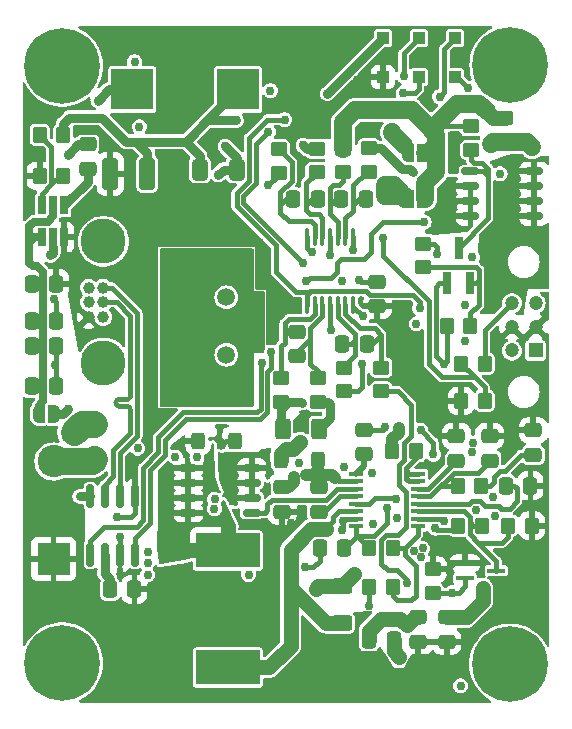
<source format=gbr>
%TF.GenerationSoftware,KiCad,Pcbnew,7.0.9*%
%TF.CreationDate,2024-03-28T00:14:33-04:00*%
%TF.ProjectId,charging_on_the_pad,63686172-6769-46e6-975f-6f6e5f746865,rev?*%
%TF.SameCoordinates,Original*%
%TF.FileFunction,Copper,L4,Bot*%
%TF.FilePolarity,Positive*%
%FSLAX46Y46*%
G04 Gerber Fmt 4.6, Leading zero omitted, Abs format (unit mm)*
G04 Created by KiCad (PCBNEW 7.0.9) date 2024-03-28 00:14:33*
%MOMM*%
%LPD*%
G01*
G04 APERTURE LIST*
G04 Aperture macros list*
%AMRoundRect*
0 Rectangle with rounded corners*
0 $1 Rounding radius*
0 $2 $3 $4 $5 $6 $7 $8 $9 X,Y pos of 4 corners*
0 Add a 4 corners polygon primitive as box body*
4,1,4,$2,$3,$4,$5,$6,$7,$8,$9,$2,$3,0*
0 Add four circle primitives for the rounded corners*
1,1,$1+$1,$2,$3*
1,1,$1+$1,$4,$5*
1,1,$1+$1,$6,$7*
1,1,$1+$1,$8,$9*
0 Add four rect primitives between the rounded corners*
20,1,$1+$1,$2,$3,$4,$5,0*
20,1,$1+$1,$4,$5,$6,$7,0*
20,1,$1+$1,$6,$7,$8,$9,0*
20,1,$1+$1,$8,$9,$2,$3,0*%
%AMFreePoly0*
4,1,19,0.500000,-0.750000,0.000000,-0.750000,0.000000,-0.744911,-0.071157,-0.744911,-0.207708,-0.704816,-0.327430,-0.627875,-0.420627,-0.520320,-0.479746,-0.390866,-0.500000,-0.250000,-0.500000,0.250000,-0.479746,0.390866,-0.420627,0.520320,-0.327430,0.627875,-0.207708,0.704816,-0.071157,0.744911,0.000000,0.744911,0.000000,0.750000,0.500000,0.750000,0.500000,-0.750000,0.500000,-0.750000,
$1*%
%AMFreePoly1*
4,1,19,0.000000,0.744911,0.071157,0.744911,0.207708,0.704816,0.327430,0.627875,0.420627,0.520320,0.479746,0.390866,0.500000,0.250000,0.500000,-0.250000,0.479746,-0.390866,0.420627,-0.520320,0.327430,-0.627875,0.207708,-0.704816,0.071157,-0.744911,0.000000,-0.744911,0.000000,-0.750000,-0.500000,-0.750000,-0.500000,0.750000,0.000000,0.750000,0.000000,0.744911,0.000000,0.744911,
$1*%
G04 Aperture macros list end*
%TA.AperFunction,ComponentPad*%
%ADD10C,3.800000*%
%TD*%
%TA.AperFunction,ComponentPad*%
%ADD11C,1.000000*%
%TD*%
%TA.AperFunction,ComponentPad*%
%ADD12R,2.743200X2.743200*%
%TD*%
%TA.AperFunction,ComponentPad*%
%ADD13C,2.743200*%
%TD*%
%TA.AperFunction,ComponentPad*%
%ADD14C,1.500000*%
%TD*%
%TA.AperFunction,ComponentPad*%
%ADD15R,1.200000X1.200000*%
%TD*%
%TA.AperFunction,ComponentPad*%
%ADD16C,1.200000*%
%TD*%
%TA.AperFunction,ComponentPad*%
%ADD17C,6.400000*%
%TD*%
%TA.AperFunction,SMDPad,CuDef*%
%ADD18RoundRect,0.250000X-0.350000X-0.450000X0.350000X-0.450000X0.350000X0.450000X-0.350000X0.450000X0*%
%TD*%
%TA.AperFunction,SMDPad,CuDef*%
%ADD19RoundRect,0.250000X0.350000X0.450000X-0.350000X0.450000X-0.350000X-0.450000X0.350000X-0.450000X0*%
%TD*%
%TA.AperFunction,SMDPad,CuDef*%
%ADD20RoundRect,0.250000X-0.475000X0.337500X-0.475000X-0.337500X0.475000X-0.337500X0.475000X0.337500X0*%
%TD*%
%TA.AperFunction,SMDPad,CuDef*%
%ADD21RoundRect,0.250000X0.450000X-0.350000X0.450000X0.350000X-0.450000X0.350000X-0.450000X-0.350000X0*%
%TD*%
%TA.AperFunction,SMDPad,CuDef*%
%ADD22RoundRect,0.250000X-0.337500X-0.475000X0.337500X-0.475000X0.337500X0.475000X-0.337500X0.475000X0*%
%TD*%
%TA.AperFunction,SMDPad,CuDef*%
%ADD23RoundRect,0.250000X-0.450000X0.350000X-0.450000X-0.350000X0.450000X-0.350000X0.450000X0.350000X0*%
%TD*%
%TA.AperFunction,SMDPad,CuDef*%
%ADD24RoundRect,0.250000X0.475000X-0.337500X0.475000X0.337500X-0.475000X0.337500X-0.475000X-0.337500X0*%
%TD*%
%TA.AperFunction,SMDPad,CuDef*%
%ADD25R,3.550000X3.500000*%
%TD*%
%TA.AperFunction,SMDPad,CuDef*%
%ADD26R,1.200000X0.400000*%
%TD*%
%TA.AperFunction,SMDPad,CuDef*%
%ADD27RoundRect,0.250000X-0.400000X-0.625000X0.400000X-0.625000X0.400000X0.625000X-0.400000X0.625000X0*%
%TD*%
%TA.AperFunction,SMDPad,CuDef*%
%ADD28RoundRect,0.300000X-0.300000X-0.400000X0.300000X-0.400000X0.300000X0.400000X-0.300000X0.400000X0*%
%TD*%
%TA.AperFunction,SMDPad,CuDef*%
%ADD29RoundRect,0.250000X-0.412500X-0.650000X0.412500X-0.650000X0.412500X0.650000X-0.412500X0.650000X0*%
%TD*%
%TA.AperFunction,SMDPad,CuDef*%
%ADD30RoundRect,0.250000X-0.625000X0.400000X-0.625000X-0.400000X0.625000X-0.400000X0.625000X0.400000X0*%
%TD*%
%TA.AperFunction,SMDPad,CuDef*%
%ADD31RoundRect,0.250000X0.337500X0.475000X-0.337500X0.475000X-0.337500X-0.475000X0.337500X-0.475000X0*%
%TD*%
%TA.AperFunction,SMDPad,CuDef*%
%ADD32R,0.800000X1.900000*%
%TD*%
%TA.AperFunction,SMDPad,CuDef*%
%ADD33R,1.500000X0.450000*%
%TD*%
%TA.AperFunction,SMDPad,CuDef*%
%ADD34R,1.000000X1.000000*%
%TD*%
%TA.AperFunction,SMDPad,CuDef*%
%ADD35RoundRect,0.150000X0.150000X-0.825000X0.150000X0.825000X-0.150000X0.825000X-0.150000X-0.825000X0*%
%TD*%
%TA.AperFunction,SMDPad,CuDef*%
%ADD36RoundRect,0.300000X0.300000X0.400000X-0.300000X0.400000X-0.300000X-0.400000X0.300000X-0.400000X0*%
%TD*%
%TA.AperFunction,SMDPad,CuDef*%
%ADD37RoundRect,0.250000X0.412500X1.100000X-0.412500X1.100000X-0.412500X-1.100000X0.412500X-1.100000X0*%
%TD*%
%TA.AperFunction,SMDPad,CuDef*%
%ADD38RoundRect,0.150000X-0.600000X-0.150000X0.600000X-0.150000X0.600000X0.150000X-0.600000X0.150000X0*%
%TD*%
%TA.AperFunction,SMDPad,CuDef*%
%ADD39RoundRect,0.150000X0.600000X0.150000X-0.600000X0.150000X-0.600000X-0.150000X0.600000X-0.150000X0*%
%TD*%
%TA.AperFunction,SMDPad,CuDef*%
%ADD40RoundRect,0.100000X0.100000X-0.637500X0.100000X0.637500X-0.100000X0.637500X-0.100000X-0.637500X0*%
%TD*%
%TA.AperFunction,SMDPad,CuDef*%
%ADD41RoundRect,0.250001X-0.624999X0.462499X-0.624999X-0.462499X0.624999X-0.462499X0.624999X0.462499X0*%
%TD*%
%TA.AperFunction,SMDPad,CuDef*%
%ADD42R,0.650000X1.560000*%
%TD*%
%TA.AperFunction,SMDPad,CuDef*%
%ADD43R,5.400000X2.900000*%
%TD*%
%TA.AperFunction,SMDPad,CuDef*%
%ADD44FreePoly0,180.000000*%
%TD*%
%TA.AperFunction,SMDPad,CuDef*%
%ADD45FreePoly1,180.000000*%
%TD*%
%TA.AperFunction,SMDPad,CuDef*%
%ADD46FreePoly0,0.000000*%
%TD*%
%TA.AperFunction,SMDPad,CuDef*%
%ADD47FreePoly1,0.000000*%
%TD*%
%TA.AperFunction,ViaPad*%
%ADD48C,0.762000*%
%TD*%
%TA.AperFunction,ViaPad*%
%ADD49C,0.600000*%
%TD*%
%TA.AperFunction,Conductor*%
%ADD50C,1.524000*%
%TD*%
%TA.AperFunction,Conductor*%
%ADD51C,0.381000*%
%TD*%
%TA.AperFunction,Conductor*%
%ADD52C,1.270000*%
%TD*%
%TA.AperFunction,Conductor*%
%ADD53C,0.762000*%
%TD*%
%TA.AperFunction,Conductor*%
%ADD54C,1.016000*%
%TD*%
%TA.AperFunction,Conductor*%
%ADD55C,0.508000*%
%TD*%
%TA.AperFunction,Conductor*%
%ADD56C,2.286000*%
%TD*%
%TA.AperFunction,Conductor*%
%ADD57C,0.635000*%
%TD*%
G04 APERTURE END LIST*
D10*
%TO.P,J1,*%
%TO.N,*%
X137820400Y-94373400D03*
X137820400Y-104673400D03*
D11*
%TO.P,J1,1,Pin_1*%
%TO.N,+24V*%
X137820400Y-100773400D03*
%TO.P,J1,2,Pin_2*%
%TO.N,/CANL*%
X137820400Y-99523400D03*
%TO.P,J1,3,Pin_3*%
%TO.N,/CANH*%
X137820400Y-98273400D03*
%TO.P,J1,4,Pin_4*%
%TO.N,GND*%
X136570400Y-100773400D03*
%TO.P,J1,5,Pin_5*%
%TO.N,+5V_PWR*%
X136570400Y-99523400D03*
%TO.P,J1,6,Pin_6*%
%TO.N,Net-(J1-Pin_6)*%
X136570400Y-98273400D03*
%TD*%
D12*
%TO.P,J3,1,Pin_1*%
%TO.N,GND*%
X133604000Y-121259600D03*
D13*
%TO.P,J3,2,Pin_2*%
%TO.N,Net-(J3-Pin_2)*%
X133604000Y-113004600D03*
%TD*%
D14*
%TO.P,Y1,1,1*%
%TO.N,/OSC2*%
X148234400Y-103973800D03*
%TO.P,Y1,2,2*%
%TO.N,/OSC1*%
X148234400Y-99093800D03*
%TD*%
D15*
%TO.P,J4,1,Pin_1*%
%TO.N,/Motor Control/MOTOR_V*%
X174415200Y-103606600D03*
D16*
%TO.P,J4,2,Pin_2*%
%TO.N,GND*%
X174415200Y-101606600D03*
%TO.P,J4,3,Pin_3*%
%TO.N,/MOTOR_INPUT*%
X174415200Y-99606600D03*
%TO.P,J4,4,Pin_4*%
%TO.N,/Motor Control/MOTOR_V*%
X172415200Y-103606600D03*
%TO.P,J4,5,Pin_5*%
%TO.N,GND*%
X172415200Y-101606600D03*
%TO.P,J4,6,Pin_6*%
%TO.N,/Motor Control/MOTOR_OUTPUT*%
X172415200Y-99606600D03*
%TD*%
D17*
%TO.P,H3,1*%
%TO.N,N/C*%
X134352117Y-79506364D03*
%TD*%
%TO.P,H1,1*%
%TO.N,N/C*%
X172258924Y-130175000D03*
%TD*%
%TO.P,H4,1*%
%TO.N,N/C*%
X172262170Y-79437569D03*
%TD*%
%TO.P,H2,1*%
%TO.N,N/C*%
X134344427Y-130073035D03*
%TD*%
D18*
%TO.P,R11,1*%
%TO.N,Net-(Q1-D)*%
X172101400Y-118429000D03*
%TO.P,R11,2*%
%TO.N,GND*%
X174101400Y-118429000D03*
%TD*%
D19*
%TO.P,R15,1*%
%TO.N,Net-(C10-Pad2)*%
X169834200Y-115050800D03*
%TO.P,R15,2*%
%TO.N,Net-(U3-CCV)*%
X167834200Y-115050800D03*
%TD*%
D20*
%TO.P,C11,1*%
%TO.N,GND*%
X167716600Y-110863700D03*
%TO.P,C11,2*%
%TO.N,Net-(U3-CCS)*%
X167716600Y-112938700D03*
%TD*%
D21*
%TO.P,R29,1*%
%TO.N,+BATT*%
X158165800Y-107055150D03*
%TO.P,R29,2*%
%TO.N,Net-(U7-IN+1)*%
X158165800Y-105055150D03*
%TD*%
D22*
%TO.P,C4,1*%
%TO.N,+5V*%
X138383100Y-123827950D03*
%TO.P,C4,2*%
%TO.N,GND*%
X140458100Y-123827950D03*
%TD*%
D23*
%TO.P,R39,1*%
%TO.N,/R_MOTOR_P*%
X171805600Y-83937600D03*
%TO.P,R39,2*%
%TO.N,/R_MOTOR_N*%
X171805600Y-85937600D03*
%TD*%
D24*
%TO.P,C14,1*%
%TO.N,GND*%
X164497200Y-128254900D03*
%TO.P,C14,2*%
%TO.N,+BATT*%
X164497200Y-126179900D03*
%TD*%
D25*
%TO.P,L3,1,1*%
%TO.N,Net-(U5-SW)*%
X140277250Y-81508600D03*
%TO.P,L3,2,2*%
%TO.N,/Power/R_13V_P*%
X149227250Y-81508600D03*
%TD*%
D19*
%TO.P,R40,1*%
%TO.N,/Motor Control/MOTOR_OUTPUT*%
X170113932Y-104724200D03*
%TO.P,R40,2*%
%TO.N,/MOTOR_OUT_DIV*%
X168113932Y-104724200D03*
%TD*%
D22*
%TO.P,C8,1*%
%TO.N,GND*%
X156163500Y-120334000D03*
%TO.P,C8,2*%
%TO.N,/Battery Charger/VREF*%
X158238500Y-120334000D03*
%TD*%
D26*
%TO.P,U3,1,CSSN*%
%TO.N,Net-(U3-CSSN)*%
X164433000Y-114060200D03*
%TO.P,U3,2,CSSP*%
X164433000Y-114695200D03*
%TO.P,U3,3,CCS*%
%TO.N,Net-(U3-CCS)*%
X164433000Y-115330200D03*
%TO.P,U3,4,CCV*%
%TO.N,Net-(U3-CCV)*%
X164433000Y-115965200D03*
%TO.P,U3,5,CCI*%
%TO.N,Net-(U3-CCI)*%
X164433000Y-116600200D03*
%TO.P,U3,6,ICHG/EN*%
%TO.N,Net-(Q1-D)*%
X164433000Y-117235200D03*
%TO.P,U3,7,IOUT*%
%TO.N,/CHG_CURR*%
X164433000Y-117870200D03*
%TO.P,U3,8,VADJ*%
%TO.N,Net-(U3-VADJ)*%
X164433000Y-118505200D03*
%TO.P,U3,9,REF*%
%TO.N,/Battery Charger/VREF*%
X159233000Y-118505200D03*
%TO.P,U3,10,BATT*%
%TO.N,+BATT*%
X159233000Y-117870200D03*
%TO.P,U3,11,CSB*%
%TO.N,/Battery Charger/CSB*%
X159233000Y-117235200D03*
%TO.P,U3,12,GND*%
%TO.N,GND*%
X159233000Y-116600200D03*
%TO.P,U3,13,VH*%
%TO.N,Net-(U3-VH)*%
X159233000Y-115965200D03*
%TO.P,U3,14,EXT*%
%TO.N,Net-(Q2-G)*%
X159233000Y-115330200D03*
%TO.P,U3,15,DCIN*%
%TO.N,/Battery Charger/VIN*%
X159233000Y-114695200D03*
%TO.P,U3,16,VL*%
%TO.N,Net-(U3-VL)*%
X159233000Y-114060200D03*
%TD*%
D27*
%TO.P,R24,1*%
%TO.N,+5V*%
X152995700Y-110261400D03*
%TO.P,R24,2*%
%TO.N,/Power/R_5V_P*%
X156095700Y-110261400D03*
%TD*%
D28*
%TO.P,D5,1,K*%
%TO.N,Net-(D5-K)*%
X145867600Y-111252000D03*
%TO.P,D5,2,A*%
%TO.N,GND*%
X148967600Y-111252000D03*
%TD*%
D23*
%TO.P,R38,1*%
%TO.N,/R_MOTOR_P*%
X168961532Y-84623400D03*
%TO.P,R38,2*%
%TO.N,Net-(Q7-D)*%
X168961532Y-86623400D03*
%TD*%
D29*
%TO.P,R23,1*%
%TO.N,/Power/R_13V_P*%
X145986100Y-88290400D03*
%TO.P,R23,2*%
%TO.N,+13V*%
X149111100Y-88290400D03*
%TD*%
D30*
%TO.P,R16,1*%
%TO.N,+BATT*%
X157988400Y-123584600D03*
%TO.P,R16,2*%
%TO.N,/Battery Charger/CSB*%
X157988400Y-126684600D03*
%TD*%
D31*
%TO.P,C12,1*%
%TO.N,GND*%
X173986500Y-115050800D03*
%TO.P,C12,2*%
%TO.N,Net-(U3-CCI)*%
X171911500Y-115050800D03*
%TD*%
D22*
%TO.P,C22,1*%
%TO.N,Net-(24VI1-A)*%
X131757600Y-103251000D03*
%TO.P,C22,2*%
%TO.N,GND*%
X133832600Y-103251000D03*
%TD*%
D32*
%TO.P,Q7,1,G*%
%TO.N,Net-(Q7-G)*%
X168844732Y-97918400D03*
%TO.P,Q7,2,S*%
%TO.N,GND*%
X166944732Y-97918400D03*
%TO.P,Q7,3,D*%
%TO.N,Net-(Q7-D)*%
X167894732Y-94918400D03*
%TD*%
D22*
%TO.P,C18,1*%
%TO.N,Net-(24VI1-A)*%
X131753700Y-97942400D03*
%TO.P,C18,2*%
%TO.N,GND*%
X133828700Y-97942400D03*
%TD*%
D23*
%TO.P,R28,1*%
%TO.N,Net-(U7-IN-1)*%
X161340800Y-105055150D03*
%TO.P,R28,2*%
%TO.N,/Power/R_+BATT_N*%
X161340800Y-107055150D03*
%TD*%
%TO.P,R35,1*%
%TO.N,Net-(U7-IN-3)*%
X152679400Y-86563950D03*
%TO.P,R35,2*%
%TO.N,+13V*%
X152679400Y-88563950D03*
%TD*%
D33*
%TO.P,Q1,1,G*%
%TO.N,/n_CHG_EN*%
X168443600Y-122900200D03*
%TO.P,Q1,2,S*%
%TO.N,GND*%
X168443600Y-121600200D03*
%TO.P,Q1,3,D*%
%TO.N,Net-(Q1-D)*%
X171103600Y-122250200D03*
%TD*%
D34*
%TO.P,I_13,1,1*%
%TO.N,/CURR_13V*%
X161489200Y-77161600D03*
%TD*%
D35*
%TO.P,U2,1,TXD*%
%TO.N,/CAN_TX*%
X140512800Y-120904000D03*
%TO.P,U2,2,VSS*%
%TO.N,GND*%
X139242800Y-120904000D03*
%TO.P,U2,3,VDD*%
%TO.N,+5V*%
X137972800Y-120904000D03*
%TO.P,U2,4,RXD*%
%TO.N,/CAN_RX*%
X136702800Y-120904000D03*
%TO.P,U2,5,VIO*%
%TO.N,+5V*%
X136702800Y-115954000D03*
%TO.P,U2,6,CANL*%
%TO.N,/CANL*%
X137972800Y-115954000D03*
%TO.P,U2,7,CANH*%
%TO.N,/CANH*%
X139242800Y-115954000D03*
%TO.P,U2,8,STBY*%
%TO.N,GND*%
X140512800Y-115954000D03*
%TD*%
D36*
%TO.P,D4,1,K*%
%TO.N,/Battery Charger/VIN*%
X155957400Y-112917200D03*
%TO.P,D4,2,A*%
%TO.N,+24V*%
X152857400Y-112917200D03*
%TD*%
D24*
%TO.P,C5,1*%
%TO.N,GND*%
X152958800Y-117256700D03*
%TO.P,C5,2*%
%TO.N,/Battery Charger/VIN*%
X152958800Y-115181700D03*
%TD*%
D37*
%TO.P,C27,1*%
%TO.N,/Power/R_13V_P*%
X141541900Y-88646000D03*
%TO.P,C27,2*%
%TO.N,GND*%
X138416900Y-88646000D03*
%TD*%
D24*
%TO.P,C7,1*%
%TO.N,Net-(U3-VH)*%
X156058000Y-117256700D03*
%TO.P,C7,2*%
%TO.N,/Battery Charger/VIN*%
X156058000Y-115181700D03*
%TD*%
D31*
%TO.P,C34,1*%
%TO.N,Net-(U7-IN-4)*%
X160037600Y-90805000D03*
%TO.P,C34,2*%
%TO.N,Net-(U7-IN+4)*%
X157962600Y-90805000D03*
%TD*%
D38*
%TO.P,Q8,1,S*%
%TO.N,/R_MOTOR_N*%
X168904732Y-89706400D03*
X168904732Y-90976400D03*
X168904732Y-92246400D03*
%TO.P,Q8,2,G*%
%TO.N,Net-(Q7-D)*%
X168904732Y-88436400D03*
%TO.P,Q8,3,D*%
%TO.N,/Motor Control/MOTOR_V*%
X174265732Y-88436400D03*
X174265732Y-89706400D03*
X174265732Y-90976400D03*
X174265732Y-92246400D03*
%TD*%
D31*
%TO.P,C32,1*%
%TO.N,Net-(U7-IN-1)*%
X160143100Y-103032550D03*
%TO.P,C32,2*%
%TO.N,Net-(U7-IN+1)*%
X158068100Y-103032550D03*
%TD*%
D20*
%TO.P,C10,1*%
%TO.N,GND*%
X174218600Y-110366900D03*
%TO.P,C10,2*%
%TO.N,Net-(C10-Pad2)*%
X174218600Y-112441900D03*
%TD*%
D19*
%TO.P,R13,1*%
%TO.N,Net-(U3-VADJ)*%
X162315800Y-123610600D03*
%TO.P,R13,2*%
%TO.N,GND*%
X160315800Y-123610600D03*
%TD*%
D34*
%TO.P,I_CH,1,1*%
%TO.N,/CHG_CURR*%
X164539200Y-77161600D03*
%TD*%
%TO.P,ENC,1,1*%
%TO.N,/n_CHG_EN*%
X167589200Y-77161600D03*
%TD*%
D19*
%TO.P,R37,1*%
%TO.N,Net-(Q7-G)*%
X168894732Y-101498400D03*
%TO.P,R37,2*%
%TO.N,GND*%
X166894732Y-101498400D03*
%TD*%
D34*
%TO.P,I_5,1,1*%
%TO.N,/CURR_5V*%
X164543200Y-80441800D03*
%TD*%
D22*
%TO.P,C16,1*%
%TO.N,Net-(24VI1-A)*%
X131753700Y-101117400D03*
%TO.P,C16,2*%
%TO.N,GND*%
X133828700Y-101117400D03*
%TD*%
D20*
%TO.P,C33,1*%
%TO.N,Net-(U7-IN-2)*%
X154228800Y-102035700D03*
%TO.P,C33,2*%
%TO.N,Net-(U7-IN+2)*%
X154228800Y-104110700D03*
%TD*%
%TO.P,C6,1*%
%TO.N,GND*%
X159867600Y-110316100D03*
%TO.P,C6,2*%
%TO.N,Net-(U3-VL)*%
X159867600Y-112391100D03*
%TD*%
D23*
%TO.P,R34,1*%
%TO.N,/Power/R_13V_P*%
X155879800Y-86513150D03*
%TO.P,R34,2*%
%TO.N,Net-(U7-IN+3)*%
X155879800Y-88513150D03*
%TD*%
D34*
%TO.P,GND,1,1*%
%TO.N,GND*%
X161493200Y-80441800D03*
%TD*%
%TO.P,EN5,1,1*%
%TO.N,/EN_5V*%
X167593200Y-80441800D03*
%TD*%
D20*
%TO.P,C31,1*%
%TO.N,+5V*%
X161010600Y-97792850D03*
%TO.P,C31,2*%
%TO.N,GND*%
X161010600Y-99867850D03*
%TD*%
D18*
%TO.P,R12,1*%
%TO.N,/Battery Charger/VREF*%
X160341200Y-120334000D03*
%TO.P,R12,2*%
%TO.N,Net-(U3-VADJ)*%
X162341200Y-120334000D03*
%TD*%
D39*
%TO.P,Q2,1,S*%
%TO.N,/Battery Charger/VIN*%
X150386200Y-116078000D03*
X150386200Y-114808000D03*
X150386200Y-113538000D03*
%TO.P,Q2,2,G*%
%TO.N,Net-(Q2-G)*%
X150386200Y-117348000D03*
%TO.P,Q2,3,D*%
%TO.N,Net-(D5-K)*%
X145025200Y-117348000D03*
X145025200Y-116078000D03*
X145025200Y-114808000D03*
X145025200Y-113538000D03*
%TD*%
D23*
%TO.P,R33,1*%
%TO.N,/R_MOTOR_P*%
X158089600Y-86513150D03*
%TO.P,R33,2*%
%TO.N,Net-(U7-IN+4)*%
X158089600Y-88513150D03*
%TD*%
D40*
%TO.P,U7,1,OUT1*%
%TO.N,/CURR_+BATT*%
X158972800Y-99722850D03*
%TO.P,U7,2,IN-1*%
%TO.N,Net-(U7-IN-1)*%
X158322800Y-99722850D03*
%TO.P,U7,3,IN+1*%
%TO.N,Net-(U7-IN+1)*%
X157672800Y-99722850D03*
%TO.P,U7,4,VS*%
%TO.N,+5V*%
X157022800Y-99722850D03*
%TO.P,U7,5,IN+2*%
%TO.N,Net-(U7-IN+2)*%
X156372800Y-99722850D03*
%TO.P,U7,6,IN-2*%
%TO.N,Net-(U7-IN-2)*%
X155722800Y-99722850D03*
%TO.P,U7,7,OUT2*%
%TO.N,/CURR_5V*%
X155072800Y-99722850D03*
%TO.P,U7,8,OUT3*%
%TO.N,/CURR_13V*%
X155072800Y-93997850D03*
%TO.P,U7,9,IN-3*%
%TO.N,Net-(U7-IN-3)*%
X155722800Y-93997850D03*
%TO.P,U7,10,IN+3*%
%TO.N,Net-(U7-IN+3)*%
X156372800Y-93997850D03*
%TO.P,U7,11,GND*%
%TO.N,GND*%
X157022800Y-93997850D03*
%TO.P,U7,12,IN+4*%
%TO.N,Net-(U7-IN+4)*%
X157672800Y-93997850D03*
%TO.P,U7,13,IN-4*%
%TO.N,Net-(U7-IN-4)*%
X158322800Y-93997850D03*
%TO.P,U7,14,OUT4*%
%TO.N,/CURR_MOTOR*%
X158972800Y-93997850D03*
%TD*%
D41*
%TO.P,F1,1*%
%TO.N,+BATT*%
X137058400Y-109840700D03*
%TO.P,F1,2*%
%TO.N,Net-(J3-Pin_2)*%
X137058400Y-112815700D03*
%TD*%
D23*
%TO.P,R9,1*%
%TO.N,GND*%
X165710000Y-122139200D03*
%TO.P,R9,2*%
%TO.N,/n_CHG_EN*%
X165710000Y-124139200D03*
%TD*%
D42*
%TO.P,U5,1,GND*%
%TO.N,GND*%
X134503200Y-94009200D03*
%TO.P,U5,2,SW*%
%TO.N,Net-(U5-SW)*%
X133553200Y-94009200D03*
%TO.P,U5,3,VIN*%
%TO.N,Net-(24VI1-A)*%
X132603200Y-94009200D03*
%TO.P,U5,4,FB*%
%TO.N,Net-(U5-FB)*%
X132603200Y-91309200D03*
%TO.P,U5,5,EN*%
%TO.N,Net-(24VI1-A)*%
X133553200Y-91309200D03*
%TO.P,U5,6,CB*%
%TO.N,Net-(U5-CB)*%
X134503200Y-91309200D03*
%TD*%
D23*
%TO.P,R31,1*%
%TO.N,Net-(U7-IN-2)*%
X152857200Y-105959400D03*
%TO.P,R31,2*%
%TO.N,+5V*%
X152857200Y-107959400D03*
%TD*%
D20*
%TO.P,C25,1*%
%TO.N,Net-(U5-SW)*%
X136499600Y-86160700D03*
%TO.P,C25,2*%
%TO.N,Net-(U5-CB)*%
X136499600Y-88235700D03*
%TD*%
D19*
%TO.P,R22,1*%
%TO.N,Net-(U5-FB)*%
X134426200Y-88823800D03*
%TO.P,R22,2*%
%TO.N,GND*%
X132426200Y-88823800D03*
%TD*%
D23*
%TO.P,R36,1*%
%TO.N,/EN_MOTOR*%
X164922932Y-94554800D03*
%TO.P,R36,2*%
%TO.N,Net-(Q7-G)*%
X164922932Y-96554800D03*
%TD*%
D18*
%TO.P,R10,1*%
%TO.N,/Battery Charger/VREF*%
X167859600Y-118429000D03*
%TO.P,R10,2*%
%TO.N,Net-(Q1-D)*%
X169859600Y-118429000D03*
%TD*%
D43*
%TO.P,L1,1,1*%
%TO.N,Net-(D5-K)*%
X148361800Y-120540200D03*
%TO.P,L1,2,2*%
%TO.N,/Battery Charger/CSB*%
X148361800Y-130440200D03*
%TD*%
D18*
%TO.P,R14,1*%
%TO.N,/Battery Charger/VIN*%
X162283800Y-112125000D03*
%TO.P,R14,2*%
%TO.N,Net-(U3-CSSN)*%
X164283800Y-112125000D03*
%TD*%
D44*
%TO.P,5V2M1,1,A*%
%TO.N,/R_MOTOR_P*%
X164876732Y-86918800D03*
D45*
%TO.P,5V2M1,2,B*%
%TO.N,+5V*%
X163576732Y-86918800D03*
%TD*%
D21*
%TO.P,R30,1*%
%TO.N,/Power/R_5V_P*%
X155981400Y-107959400D03*
%TO.P,R30,2*%
%TO.N,Net-(U7-IN+2)*%
X155981400Y-105959400D03*
%TD*%
D24*
%TO.P,C9,1*%
%TO.N,Net-(U3-CCV)*%
X170535600Y-112924500D03*
%TO.P,C9,2*%
%TO.N,GND*%
X170535600Y-110849500D03*
%TD*%
D19*
%TO.P,R21,1*%
%TO.N,/Power/R_13V_P*%
X134426200Y-85344000D03*
%TO.P,R21,2*%
%TO.N,Net-(U5-FB)*%
X132426200Y-85344000D03*
%TD*%
D46*
%TO.P,24VI1,1,A*%
%TO.N,Net-(24VI1-A)*%
X132369800Y-108966000D03*
D47*
%TO.P,24VI1,2,B*%
%TO.N,+24V*%
X133669800Y-108966000D03*
%TD*%
D44*
%TO.P,BATT2M1,1,A*%
%TO.N,/R_MOTOR_P*%
X164884532Y-90795200D03*
D45*
%TO.P,BATT2M1,2,B*%
%TO.N,+BATT*%
X163584532Y-90795200D03*
%TD*%
D22*
%TO.P,C20,1*%
%TO.N,Net-(24VI1-A)*%
X131757600Y-106629200D03*
%TO.P,C20,2*%
%TO.N,GND*%
X133832600Y-106629200D03*
%TD*%
%TO.P,C35,1*%
%TO.N,Net-(U7-IN-3)*%
X153902500Y-90779600D03*
%TO.P,C35,2*%
%TO.N,Net-(U7-IN+3)*%
X155977500Y-90779600D03*
%TD*%
D19*
%TO.P,R41,1*%
%TO.N,/MOTOR_OUT_DIV*%
X170113200Y-107873800D03*
%TO.P,R41,2*%
%TO.N,GND*%
X168113200Y-107873800D03*
%TD*%
D31*
%TO.P,C15,1*%
%TO.N,GND*%
X162404100Y-128106400D03*
%TO.P,C15,2*%
%TO.N,+BATT*%
X160329100Y-128106400D03*
%TD*%
D21*
%TO.P,R32,1*%
%TO.N,Net-(U7-IN-4)*%
X160299400Y-88487750D03*
%TO.P,R32,2*%
%TO.N,/R_MOTOR_N*%
X160299400Y-86487750D03*
%TD*%
D24*
%TO.P,C13,1*%
%TO.N,GND*%
X166903400Y-128266100D03*
%TO.P,C13,2*%
%TO.N,+BATT*%
X166903400Y-126191100D03*
%TD*%
D48*
%TO.N,/R_MOTOR_N*%
X167513000Y-91160600D03*
X167233600Y-90347800D03*
%TO.N,GND*%
X142984076Y-101673566D03*
X159969200Y-84912200D03*
X145684079Y-107973573D03*
X134188200Y-96215200D03*
X173075100Y-111605130D03*
X162864800Y-129540000D03*
X133756900Y-104840683D03*
X142984076Y-102573567D03*
X148384082Y-95373559D03*
X142984076Y-98973563D03*
X150184084Y-106173571D03*
X150184084Y-98073562D03*
X152349200Y-119151400D03*
X159288647Y-80726447D03*
X154889200Y-121970800D03*
X153670000Y-118186200D03*
X143884077Y-107973573D03*
X138938900Y-117742200D03*
X146584080Y-107973573D03*
X143884077Y-95373559D03*
X151096318Y-94470882D03*
X145684079Y-95373559D03*
X147484081Y-95373559D03*
X135661400Y-92684600D03*
X139217400Y-119405400D03*
X142984076Y-95373559D03*
X133621700Y-99259546D03*
X142984076Y-107073572D03*
X144784078Y-107973573D03*
X146584080Y-95373559D03*
X150184084Y-95373559D03*
X151084085Y-99873564D03*
X162633175Y-116199260D03*
X174269400Y-125526800D03*
X167360186Y-86672522D03*
X142984076Y-98073562D03*
X150184084Y-96273560D03*
X142984076Y-107973573D03*
X142984076Y-103473568D03*
X149284083Y-107973573D03*
X150184084Y-105273570D03*
X135509000Y-91846400D03*
X151650100Y-115475734D03*
X166674800Y-104749600D03*
X150184084Y-107973573D03*
X142984076Y-104373569D03*
X154996860Y-108952908D03*
X142984076Y-99873564D03*
X150184084Y-98973563D03*
X167157400Y-122402600D03*
X147484081Y-107973573D03*
X161845305Y-101499036D03*
X160324800Y-125222000D03*
X151084085Y-98973563D03*
X148384082Y-107973573D03*
X161673751Y-110106249D03*
X151084085Y-103473568D03*
X150184084Y-104373569D03*
X142984076Y-96273560D03*
X134848600Y-95707200D03*
X142984076Y-97173561D03*
X150184084Y-107073572D03*
X157047207Y-95502301D03*
X149284083Y-95373559D03*
X142984076Y-100773565D03*
X150184084Y-103473568D03*
X131445000Y-86918800D03*
X142984076Y-105273570D03*
X150184084Y-97173561D03*
X142984076Y-106173571D03*
X147853400Y-111632147D03*
X144784078Y-95373559D03*
%TO.N,+5V*%
X154653510Y-108043924D03*
X162280600Y-85140800D03*
X159503800Y-97665000D03*
X140462000Y-79146400D03*
X171412400Y-88646000D03*
X169062400Y-95707200D03*
X151973600Y-81604800D03*
X140868400Y-84658200D03*
D49*
X137922000Y-122453400D03*
X135839200Y-115951000D03*
D48*
X157073600Y-101854000D03*
X164312600Y-101346000D03*
%TO.N,/Battery Charger/VIN*%
X154940000Y-114110000D03*
X148037062Y-114057446D03*
X162864800Y-110185200D03*
X154000200Y-114325400D03*
X148767800Y-112776000D03*
%TO.N,/Battery Charger/VREF*%
X161798336Y-116973057D03*
X165902471Y-118644400D03*
%TO.N,+BATT*%
X158176947Y-113495887D03*
X135483600Y-110845600D03*
X162737800Y-126492000D03*
X164693600Y-121132600D03*
X161671000Y-89636600D03*
X162560000Y-89770668D03*
X158013400Y-118795800D03*
X169926000Y-123723400D03*
X161687541Y-90512916D03*
X163524900Y-126868826D03*
X159740600Y-104775000D03*
X164871400Y-120370600D03*
X134645400Y-110921800D03*
X155829000Y-123774200D03*
X159004000Y-122529600D03*
X158078243Y-118022443D03*
X134950200Y-110159800D03*
X164121600Y-120616558D03*
%TO.N,+24V*%
X134826543Y-108556257D03*
X154469641Y-111390808D03*
%TO.N,VCC*%
X140741047Y-111886647D03*
X150114000Y-122573902D03*
X147218400Y-117017800D03*
X170999169Y-117602802D03*
X143916400Y-112649000D03*
X145749760Y-112664717D03*
X162665100Y-117815542D03*
X170823989Y-116040400D03*
X169352975Y-117097054D03*
X147243800Y-116205000D03*
%TO.N,Net-(U5-SW)*%
X137363200Y-82448400D03*
X133331000Y-95554800D03*
X134797800Y-87045800D03*
%TO.N,/Power/R_13V_P*%
X149089100Y-84120570D03*
X154736800Y-86219800D03*
%TO.N,+5V_PWR*%
X141579600Y-122605800D03*
X168452800Y-99771200D03*
X168437084Y-102776166D03*
X141579600Y-120675400D03*
X168071800Y-132003800D03*
X141579600Y-121589800D03*
D49*
%TO.N,/Motor Control/MOTOR_V*%
X170607790Y-96725268D03*
X171052021Y-96083204D03*
X170383200Y-96062800D03*
%TO.N,/Power/R_5V_P*%
X157005724Y-108136124D03*
D48*
%TO.N,/n_CHG_EN*%
X167309800Y-124129800D03*
X160673894Y-118287802D03*
X160581540Y-113951607D03*
X164987311Y-92746489D03*
X155016200Y-97757200D03*
X166299039Y-82110239D03*
%TO.N,/Power/R_+BATT_N*%
X163499500Y-123290738D03*
%TO.N,+13V*%
X148133300Y-86309200D03*
X151765000Y-89636600D03*
X154355800Y-113131600D03*
X169000500Y-112242600D03*
X147549100Y-88738841D03*
X169135142Y-111436564D03*
%TO.N,/R_MOTOR_N*%
X173024800Y-85928200D03*
X167253029Y-89488199D03*
X170337397Y-86103689D03*
X164071800Y-88521002D03*
X174117500Y-86369046D03*
%TO.N,/EN_5V*%
X154754806Y-96208300D03*
X151793800Y-85095000D03*
X168708600Y-81379800D03*
%TO.N,/EN_MOTOR*%
X166065200Y-95427800D03*
%TO.N,/MOTOR_OUT_DIV*%
X161523800Y-94085000D03*
%TO.N,/CURR_13V*%
X156796963Y-81853838D03*
X155448168Y-95300800D03*
%TO.N,/CURR_5V*%
X164605200Y-100020940D03*
X153173800Y-84055000D03*
X163209600Y-81780739D03*
%TO.N,/CHG_CURR*%
X165766402Y-112401002D03*
X158064200Y-97764600D03*
X166674800Y-118028500D03*
X164705064Y-110339043D03*
X163245800Y-80365600D03*
%TO.N,/CURR_+BATT*%
X159803800Y-100715000D03*
%TO.N,/CAN_TX*%
X152037000Y-103753400D03*
%TO.N,/CAN_RX*%
X151263300Y-104706413D03*
%TO.N,/CURR_MOTOR*%
X158978600Y-95110800D03*
%TD*%
D50*
%TO.N,+5V*%
X162280600Y-85140800D02*
X162280600Y-85164096D01*
X162280600Y-85164096D02*
X163319874Y-86203370D01*
%TO.N,+BATT*%
X161687541Y-90512916D02*
X161687541Y-89653141D01*
X161687541Y-89653141D02*
X161671000Y-89636600D01*
X161687541Y-90512916D02*
X162429789Y-89770668D01*
X162429789Y-89770668D02*
X162560000Y-89770668D01*
X161687541Y-90512916D02*
X163302248Y-90512916D01*
X162560000Y-89770668D02*
X163302248Y-90512916D01*
X162425932Y-89636600D02*
X161671000Y-89636600D01*
X162560000Y-89770668D02*
X162425932Y-89636600D01*
%TO.N,/R_MOTOR_P*%
X165054874Y-89441742D02*
X165054874Y-90795200D01*
X166013986Y-88482630D02*
X165054874Y-89441742D01*
X166013986Y-85852000D02*
X166013986Y-88482630D01*
D51*
%TO.N,GND*%
X166944732Y-97918400D02*
X166267000Y-97918400D01*
X157022800Y-95477894D02*
X157022800Y-93997850D01*
X167157400Y-122402600D02*
X167157400Y-121920000D01*
X161463900Y-110316100D02*
X159867600Y-110316100D01*
X160324800Y-125222000D02*
X160315800Y-125213000D01*
X167477200Y-121600200D02*
X168443600Y-121600200D01*
X166894732Y-101498400D02*
X166894732Y-104529668D01*
X165963600Y-98221800D02*
X165963600Y-104038400D01*
X140512800Y-117373400D02*
X140512800Y-115954000D01*
X139217400Y-119405400D02*
X139242800Y-119430800D01*
X133621700Y-99259546D02*
X133828700Y-99466546D01*
X140144000Y-117742200D02*
X140512800Y-117373400D01*
X161673751Y-110106249D02*
X161463900Y-110316100D01*
X165963600Y-104038400D02*
X166674800Y-104749600D01*
X166267000Y-97918400D02*
X165963600Y-98221800D01*
X162633175Y-116199260D02*
X162511915Y-116078000D01*
X133832600Y-104764983D02*
X133832600Y-103251000D01*
X155600400Y-121970800D02*
X154889200Y-121970800D01*
X133756900Y-104840683D02*
X133832600Y-104764983D01*
X139242800Y-119430800D02*
X139242800Y-120904000D01*
X133756900Y-104840683D02*
X133832600Y-104916383D01*
D52*
X162404100Y-128106400D02*
X162404100Y-129079300D01*
D51*
X162511915Y-116078000D02*
X160807400Y-116078000D01*
X160315800Y-125213000D02*
X160315800Y-123610600D01*
X167157400Y-122402600D02*
X166894000Y-122139200D01*
X133832600Y-104916383D02*
X133832600Y-106629200D01*
X147853400Y-111632147D02*
X148233547Y-111252000D01*
X133828700Y-99466546D02*
X133828700Y-101117400D01*
X166894732Y-104529668D02*
X166674800Y-104749600D01*
X167157400Y-121920000D02*
X167477200Y-121600200D01*
D52*
X162404100Y-129079300D02*
X162864800Y-129540000D01*
D51*
X160807400Y-116078000D02*
X160285200Y-116600200D01*
X157047207Y-95502301D02*
X157022800Y-95477894D01*
X160285200Y-116600200D02*
X159233000Y-116600200D01*
X148233547Y-111252000D02*
X148967600Y-111252000D01*
X138938900Y-117742200D02*
X140144000Y-117742200D01*
X156163500Y-121407700D02*
X155600400Y-121970800D01*
X166894000Y-122139200D02*
X165710000Y-122139200D01*
X156163500Y-120334000D02*
X156163500Y-121407700D01*
D53*
%TO.N,+5V*%
X137922000Y-122453400D02*
X137972800Y-122504200D01*
X137972800Y-122402600D02*
X137922000Y-122453400D01*
D51*
X157022800Y-101803200D02*
X157073600Y-101854000D01*
D53*
X137972800Y-122504200D02*
X137972800Y-122522000D01*
D51*
X161010600Y-97792850D02*
X159631650Y-97792850D01*
D53*
X153456657Y-107976384D02*
X152891256Y-108541785D01*
D51*
X159631650Y-97792850D02*
X159503800Y-97665000D01*
D53*
X152891256Y-108541785D02*
X152891256Y-109977372D01*
X138383100Y-123827950D02*
X138383100Y-122932300D01*
X138383100Y-122932300D02*
X137974200Y-122523400D01*
D51*
X157022800Y-99722850D02*
X157022800Y-101803200D01*
X154568986Y-107959400D02*
X152857200Y-107959400D01*
D53*
X137972800Y-120904000D02*
X137972800Y-122402600D01*
X154653510Y-108043924D02*
X154585970Y-107976384D01*
X137972800Y-122522000D02*
X137974200Y-122523400D01*
X135842200Y-115954000D02*
X135839200Y-115951000D01*
X136702800Y-115954000D02*
X135842200Y-115954000D01*
X154585970Y-107976384D02*
X153456657Y-107976384D01*
D51*
X154653510Y-108043924D02*
X154568986Y-107959400D01*
D54*
%TO.N,/Battery Charger/VIN*%
X162850295Y-110211226D02*
X162850295Y-110566053D01*
X153575700Y-115181700D02*
X152958800Y-115181700D01*
X162864800Y-110185200D02*
X162850295Y-110199705D01*
X154940000Y-114110000D02*
X157163000Y-114110000D01*
X154940000Y-114110000D02*
X155588200Y-114110000D01*
X154000200Y-114325400D02*
X154000200Y-114757200D01*
X162850295Y-110566053D02*
X162283800Y-111132548D01*
X162283800Y-111132548D02*
X162283800Y-112125000D01*
X154000200Y-114757200D02*
X153575700Y-115181700D01*
X155588200Y-114110000D02*
X155957400Y-113740800D01*
D51*
X157748200Y-114695200D02*
X157454600Y-114401600D01*
D54*
X162850295Y-110199705D02*
X162850295Y-110211226D01*
X155957400Y-113740800D02*
X155957400Y-112917200D01*
D51*
X159233000Y-114695200D02*
X157748200Y-114695200D01*
D54*
X157163000Y-114110000D02*
X157454600Y-114401600D01*
X155588200Y-114110000D02*
X156058000Y-114579800D01*
X156058000Y-114579800D02*
X156058000Y-115181700D01*
D55*
%TO.N,Net-(U3-VL)*%
X159867600Y-113403400D02*
X159233000Y-114038000D01*
X159867600Y-112391100D02*
X159867600Y-113403400D01*
D51*
%TO.N,Net-(U3-VH)*%
X159233000Y-115965200D02*
X157830440Y-115965200D01*
X157830440Y-115965200D02*
X156538940Y-117256700D01*
%TO.N,/Battery Charger/VREF*%
X165902471Y-118644400D02*
X166061271Y-118803200D01*
X159233000Y-118505200D02*
X159233000Y-119253400D01*
X159233000Y-119253400D02*
X159308800Y-119329200D01*
X166061271Y-118803200D02*
X167485400Y-118803200D01*
X161848800Y-118211600D02*
X160731200Y-119329200D01*
X158304000Y-120334000D02*
X159308800Y-119329200D01*
X160731200Y-119329200D02*
X159308800Y-119329200D01*
X161848800Y-117023521D02*
X161848800Y-118211600D01*
X160313600Y-120334000D02*
X159308800Y-119329200D01*
X161798336Y-116973057D02*
X161848800Y-117023521D01*
%TO.N,Net-(U3-CCV)*%
X167834200Y-115050800D02*
X166382100Y-115050800D01*
X165467700Y-115965200D02*
X167488500Y-113944400D01*
X169515700Y-113944400D02*
X170535600Y-112924500D01*
X164433000Y-115965200D02*
X165467700Y-115965200D01*
X167488500Y-113944400D02*
X169515700Y-113944400D01*
%TO.N,Net-(C10-Pad2)*%
X170930300Y-114302244D02*
X171389744Y-113842800D01*
X170930300Y-114718100D02*
X170930300Y-114302244D01*
X171805600Y-113842800D02*
X173206500Y-112441900D01*
X173206500Y-112441900D02*
X174218600Y-112441900D01*
X170597600Y-115050800D02*
X170930300Y-114718100D01*
X171389744Y-113842800D02*
X171805600Y-113842800D01*
X170068100Y-115050800D02*
X170597600Y-115050800D01*
%TO.N,Net-(U3-CCS)*%
X165276516Y-115330200D02*
X164433000Y-115330200D01*
X167668016Y-112938700D02*
X165276516Y-115330200D01*
%TO.N,Net-(U3-CCI)*%
X168754237Y-116600200D02*
X164433000Y-116600200D01*
X171303604Y-116814600D02*
X170127675Y-116814600D01*
X170127675Y-116776162D02*
X169673867Y-116322354D01*
X169673867Y-116322354D02*
X169032083Y-116322354D01*
X172632600Y-115050800D02*
X171911500Y-115050800D01*
X172821600Y-115239800D02*
X172632600Y-115050800D01*
X171475400Y-116986396D02*
X171303604Y-116814600D01*
X172821600Y-116382800D02*
X172821600Y-115239800D01*
X171475400Y-116986396D02*
X172218004Y-116986396D01*
X170127675Y-116814600D02*
X170127675Y-116776162D01*
X172218004Y-116986396D02*
X172821600Y-116382800D01*
X169032083Y-116322354D02*
X168754237Y-116600200D01*
D52*
%TO.N,+BATT*%
X164497200Y-126179900D02*
X164213826Y-126179900D01*
D51*
X159740600Y-106705400D02*
X159390850Y-107055150D01*
D52*
X162955837Y-126299763D02*
X163524900Y-126868826D01*
X164213826Y-126179900D02*
X163524900Y-126868826D01*
X162955837Y-126299763D02*
X161355237Y-126299763D01*
D51*
X158240900Y-117870200D02*
X158230486Y-117870200D01*
X158572200Y-117870200D02*
X158240900Y-117870200D01*
D52*
X169926000Y-124841000D02*
X168575900Y-126191100D01*
D51*
X158078243Y-118730957D02*
X158013400Y-118795800D01*
X159740600Y-104775000D02*
X159740600Y-106705400D01*
D50*
X163302248Y-90512916D02*
X163327674Y-90538342D01*
D51*
X159233000Y-117870200D02*
X158572200Y-117870200D01*
D52*
X159004000Y-122569000D02*
X157988400Y-123584600D01*
X168575900Y-126191100D02*
X166903400Y-126191100D01*
D51*
X158078243Y-118022443D02*
X158078243Y-118730957D01*
D52*
X169926000Y-123723400D02*
X169926000Y-124841000D01*
X159004000Y-122529600D02*
X159004000Y-122569000D01*
D56*
X137058400Y-109840700D02*
X135984730Y-109840700D01*
X135984730Y-109840700D02*
X135310030Y-110515400D01*
D51*
X159390850Y-107055150D02*
X158165800Y-107055150D01*
D52*
X161355237Y-126299763D02*
X160329100Y-127325900D01*
D51*
X158230486Y-117870200D02*
X158078243Y-118022443D01*
D52*
X157988400Y-123584600D02*
X156018600Y-123584600D01*
X160329100Y-127325900D02*
X160329100Y-128106400D01*
X156018600Y-123584600D02*
X155829000Y-123774200D01*
D50*
X163327674Y-90538342D02*
X163327674Y-90795200D01*
D52*
%TO.N,+24V*%
X152857400Y-112917200D02*
X152857400Y-112394800D01*
X153885849Y-111974600D02*
X154469641Y-111390808D01*
X153277600Y-111974600D02*
X153885849Y-111974600D01*
X152857400Y-112394800D02*
X153277600Y-111974600D01*
D53*
X134416800Y-108966000D02*
X133669800Y-108966000D01*
X134826543Y-108556257D02*
X134416800Y-108966000D01*
%TO.N,Net-(U5-SW)*%
X138303000Y-81508600D02*
X137363200Y-82448400D01*
X133331000Y-95554800D02*
X133553200Y-95332600D01*
X135682900Y-86160700D02*
X134797800Y-87045800D01*
D51*
X133553200Y-94865608D02*
X133553200Y-94009200D01*
D53*
X140277250Y-81508600D02*
X138303000Y-81508600D01*
X136499600Y-86160700D02*
X135682900Y-86160700D01*
X133553200Y-95332600D02*
X133553200Y-94865608D01*
%TO.N,Net-(U5-CB)*%
X134503200Y-91309200D02*
X136499600Y-89312800D01*
X136499600Y-89312800D02*
X136499600Y-88235700D01*
%TO.N,/Power/R_13V_P*%
X146615280Y-84120570D02*
X149089100Y-84120570D01*
X140614400Y-85928200D02*
X144807650Y-85928200D01*
X134426200Y-85344000D02*
X134426200Y-84394800D01*
X137718800Y-83896200D02*
X139750800Y-85928200D01*
X134426200Y-84394800D02*
X134924800Y-83896200D01*
X134924800Y-83896200D02*
X137718800Y-83896200D01*
X139750800Y-85928200D02*
X140614400Y-85928200D01*
X155030150Y-86513150D02*
X155879800Y-86513150D01*
X141541900Y-88646000D02*
X141541900Y-86855700D01*
X145986100Y-88290400D02*
X145986100Y-87106650D01*
X145986100Y-87106650D02*
X144807650Y-85928200D01*
X154736800Y-86219800D02*
X155030150Y-86513150D01*
X144807650Y-85928200D02*
X146952825Y-83783025D01*
X141541900Y-86855700D02*
X140614400Y-85928200D01*
X146952825Y-83783025D02*
X149227250Y-81508600D01*
D51*
%TO.N,Net-(U7-IN-1)*%
X158322800Y-100511318D02*
X159513082Y-101701600D01*
X161340800Y-102260400D02*
X160782000Y-101701600D01*
X160143100Y-103032550D02*
X160568650Y-103032550D01*
X161340800Y-105055150D02*
X161340800Y-102260400D01*
X159513082Y-101701600D02*
X160782000Y-101701600D01*
X158322800Y-99722850D02*
X158322800Y-100511318D01*
X160568650Y-103032550D02*
X161340800Y-102260400D01*
%TO.N,Net-(U7-IN+1)*%
X158765250Y-103032550D02*
X159105600Y-102692200D01*
X159105600Y-102209600D02*
X159105600Y-102692200D01*
X157672800Y-99722850D02*
X157672800Y-100776800D01*
X157672800Y-100776800D02*
X159105600Y-102209600D01*
X159105600Y-102692200D02*
X159105600Y-103962200D01*
X158068100Y-103032550D02*
X158765250Y-103032550D01*
X159105600Y-103962200D02*
X158165800Y-104902000D01*
%TO.N,Net-(U7-IN-2)*%
X153445300Y-102035700D02*
X153162000Y-101752400D01*
X154228800Y-102035700D02*
X153445300Y-102035700D01*
X152857200Y-103254392D02*
X152857200Y-105959400D01*
X153162000Y-101752400D02*
X153162000Y-102949592D01*
X153162000Y-101320600D02*
X153162000Y-101752400D01*
X155294518Y-100939600D02*
X153543000Y-100939600D01*
X153162000Y-102949592D02*
X152857200Y-103254392D01*
X155722800Y-100511318D02*
X155294518Y-100939600D01*
X155722800Y-99722850D02*
X155722800Y-100511318D01*
X153543000Y-100939600D02*
X153162000Y-101320600D01*
%TO.N,Net-(U7-IN+2)*%
X155347500Y-102646756D02*
X154228800Y-103765456D01*
X155347500Y-101712802D02*
X155347500Y-102646756D01*
X156372800Y-100687502D02*
X155347500Y-101712802D01*
X155981400Y-105384600D02*
X155981400Y-105959400D01*
X156372800Y-99722850D02*
X156372800Y-100687502D01*
X155347500Y-104750700D02*
X155981400Y-105384600D01*
X155347500Y-102646756D02*
X155347500Y-104750700D01*
%TO.N,Net-(U7-IN-4)*%
X158322800Y-92426000D02*
X158322800Y-93997850D01*
X158978600Y-89636600D02*
X158978600Y-91643200D01*
X159461200Y-90805000D02*
X158978600Y-91287600D01*
X158978600Y-91287600D02*
X158978600Y-91643200D01*
X160127450Y-88487750D02*
X158978600Y-89636600D01*
X158978600Y-91770200D02*
X158322800Y-92426000D01*
X160037600Y-90805000D02*
X159461200Y-90805000D01*
X158978600Y-91643200D02*
X158978600Y-91770200D01*
%TO.N,Net-(U7-IN+4)*%
X157759400Y-89611200D02*
X157276800Y-89611200D01*
X157480000Y-90805000D02*
X156997400Y-91287600D01*
X157962600Y-90805000D02*
X157480000Y-90805000D01*
X156997400Y-91287600D02*
X156997400Y-92024200D01*
X157672800Y-92699600D02*
X157672800Y-93997850D01*
X158089600Y-89281000D02*
X157759400Y-89611200D01*
X156997400Y-89890600D02*
X156997400Y-91287600D01*
X157276800Y-89611200D02*
X156997400Y-89890600D01*
X158089600Y-88513150D02*
X158089600Y-89281000D01*
X156997400Y-92024200D02*
X157672800Y-92699600D01*
%TO.N,Net-(U7-IN-3)*%
X153291500Y-90779600D02*
X152808900Y-91262200D01*
X153773100Y-89256600D02*
X152808900Y-90220800D01*
X153902500Y-90779600D02*
X153291500Y-90779600D01*
X153773100Y-87657650D02*
X153773100Y-89256600D01*
X155722800Y-92959400D02*
X155722800Y-93997850D01*
X152808900Y-91925100D02*
X153517601Y-92633801D01*
X155397201Y-92633801D02*
X155722800Y-92959400D01*
X152808900Y-90220800D02*
X152808900Y-91262200D01*
X152808900Y-91262200D02*
X152808900Y-91925100D01*
X152679400Y-86563950D02*
X153773100Y-87657650D01*
X153517601Y-92633801D02*
X155397201Y-92633801D01*
%TO.N,Net-(U7-IN+3)*%
X154965400Y-91719400D02*
X154965400Y-91262200D01*
X156372800Y-92364800D02*
X156057600Y-92049600D01*
X155448000Y-90779600D02*
X154965400Y-91262200D01*
X155295600Y-92049600D02*
X154965400Y-91719400D01*
X156057600Y-92049600D02*
X155295600Y-92049600D01*
X154965400Y-91262200D02*
X154965400Y-89458800D01*
X154965400Y-89458800D02*
X155879800Y-88544400D01*
X156372800Y-93997850D02*
X156372800Y-92364800D01*
X155977500Y-90779600D02*
X155448000Y-90779600D01*
D52*
%TO.N,Net-(D5-K)*%
X148361800Y-120540200D02*
X148361800Y-118516800D01*
X143806600Y-120540200D02*
X143738600Y-120472200D01*
X148361800Y-120540200D02*
X143806600Y-120540200D01*
D56*
%TO.N,Net-(J3-Pin_2)*%
X136869500Y-113004600D02*
X137058400Y-112815700D01*
X133604000Y-113004600D02*
X136869500Y-113004600D01*
D51*
%TO.N,/CANH*%
X140698300Y-110834508D02*
X139242800Y-112290008D01*
X138527506Y-98273400D02*
X140698300Y-100444194D01*
X137820400Y-98273400D02*
X138527506Y-98273400D01*
X139242800Y-112290008D02*
X139242800Y-115954000D01*
X140698300Y-100444194D02*
X140698300Y-110834508D01*
%TO.N,/CANL*%
X137972800Y-114960400D02*
X137972800Y-115954000D01*
X140114100Y-110413000D02*
X140114100Y-110592524D01*
X138951322Y-99523400D02*
X140114100Y-100686178D01*
X138658600Y-112048024D02*
X138658600Y-114274600D01*
X140114100Y-100686178D02*
X140114100Y-107442000D01*
X137820400Y-99523400D02*
X138951322Y-99523400D01*
X140114100Y-110592524D02*
X138658600Y-112048024D01*
X139168416Y-108318300D02*
X139822000Y-108318300D01*
X140114100Y-108610400D02*
X140114100Y-110413000D01*
X138658600Y-114274600D02*
X137972800Y-114960400D01*
X139822000Y-107734100D02*
X139168416Y-107734100D01*
X140114100Y-108610400D02*
G75*
G03*
X139822000Y-108318300I-292100J0D01*
G01*
X138876300Y-108026200D02*
G75*
G03*
X139168416Y-108318300I292100J0D01*
G01*
X139822000Y-107734100D02*
G75*
G03*
X140114100Y-107442000I0J292100D01*
G01*
X139168416Y-107734116D02*
G75*
G03*
X138876316Y-108026200I-16J-292084D01*
G01*
%TO.N,/Motor Control/MOTOR_OUTPUT*%
X172415200Y-99606600D02*
X170113932Y-101907868D01*
X170113932Y-101907868D02*
X170113932Y-104724200D01*
D53*
%TO.N,/Power/R_5V_P*%
X157005724Y-108136124D02*
X157005724Y-109351376D01*
X157005724Y-108136124D02*
X156819600Y-107950000D01*
X156819600Y-107950000D02*
X155990800Y-107950000D01*
X157005724Y-109351376D02*
X156108400Y-110248700D01*
D52*
%TO.N,/Battery Charger/CSB*%
X156656600Y-126684600D02*
X153670000Y-123698000D01*
D51*
X157303543Y-117701551D02*
X157769894Y-117235200D01*
D52*
X153670000Y-123698000D02*
X153670000Y-120469126D01*
D51*
X156667200Y-118719600D02*
X157303543Y-118083257D01*
D52*
X153670000Y-120469126D02*
X155419526Y-118719600D01*
X148361800Y-130440200D02*
X151880800Y-130440200D01*
D51*
X157769894Y-117235200D02*
X159233000Y-117235200D01*
D52*
X155419526Y-118719600D02*
X156667200Y-118719600D01*
X153670000Y-128651000D02*
X153670000Y-123698000D01*
X157988400Y-126684600D02*
X156656600Y-126684600D01*
X151880800Y-130440200D02*
X153670000Y-128651000D01*
D51*
X157303543Y-118083257D02*
X157303543Y-117701551D01*
%TO.N,/n_CHG_EN*%
X166299039Y-82110239D02*
X166692870Y-81716408D01*
X157594468Y-96202332D02*
X157911800Y-95885000D01*
X160473800Y-95305000D02*
X160473800Y-93765000D01*
X166692870Y-81716408D02*
X166692870Y-78057930D01*
X159893800Y-95885000D02*
X160473800Y-95305000D01*
X157911800Y-95885000D02*
X159893800Y-95885000D01*
X166692870Y-78057930D02*
X167589200Y-77161600D01*
X160473800Y-93765000D02*
X161479270Y-92759530D01*
X165760400Y-124129800D02*
X167309800Y-124129800D01*
X161479270Y-92759530D02*
X164974270Y-92759530D01*
X155308467Y-97464933D02*
X157122827Y-97464933D01*
X157122827Y-97464933D02*
X157594468Y-96993292D01*
X164974270Y-92759530D02*
X164987311Y-92746489D01*
X155016200Y-97757200D02*
X155308467Y-97464933D01*
X168443600Y-123580200D02*
X168443600Y-122900200D01*
X157594468Y-96993292D02*
X157594468Y-96202332D01*
X167309800Y-124129800D02*
X167894000Y-124129800D01*
X167894000Y-124129800D02*
X168443600Y-123580200D01*
%TO.N,Net-(Q1-D)*%
X171572800Y-119892200D02*
X172101400Y-119363600D01*
X169566200Y-119892200D02*
X171103600Y-121429600D01*
X168859200Y-119185200D02*
X168859200Y-117711344D01*
X168859200Y-117711344D02*
X168859200Y-118160800D01*
X169127400Y-118429000D02*
X169859600Y-118429000D01*
X168859200Y-119185200D02*
X169566200Y-119892200D01*
X168383056Y-117235200D02*
X164433000Y-117235200D01*
X168859200Y-118160800D02*
X169127400Y-118429000D01*
X168859200Y-117711344D02*
X168383056Y-117235200D01*
X169566200Y-119892200D02*
X171572800Y-119892200D01*
X172101400Y-119363600D02*
X172101400Y-118429000D01*
X171103600Y-121429600D02*
X171103600Y-122250200D01*
%TO.N,Net-(Q2-G)*%
X157639256Y-115330200D02*
X159233000Y-115330200D01*
X151713500Y-116645644D02*
X152083644Y-116275500D01*
X151511000Y-117348000D02*
X151713500Y-117145500D01*
X151713500Y-117145500D02*
X151713500Y-116645644D01*
X152083644Y-116275500D02*
X156693956Y-116275500D01*
X150386200Y-117348000D02*
X151511000Y-117348000D01*
X156693956Y-116275500D02*
X157639256Y-115330200D01*
%TO.N,/Power/R_+BATT_N*%
X162839400Y-115011200D02*
X163439300Y-115611100D01*
X163499500Y-123011900D02*
X163499500Y-123290738D01*
X162731950Y-107055150D02*
X163880800Y-108204000D01*
X163290100Y-111401444D02*
X163290100Y-112835956D01*
X163439300Y-115611100D02*
X163439300Y-118551500D01*
X163880800Y-108204000D02*
X163880800Y-110810744D01*
X161717644Y-119240300D02*
X161347500Y-119610444D01*
X162839400Y-113286656D02*
X162839400Y-115011200D01*
X161347500Y-119610444D02*
X161347500Y-121647300D01*
X162750500Y-119240300D02*
X161717644Y-119240300D01*
X163880800Y-110810744D02*
X163290100Y-111401444D01*
X163290100Y-112835956D02*
X162839400Y-113286656D01*
X161347500Y-121647300D02*
X161925000Y-122224800D01*
X162712400Y-122224800D02*
X163499500Y-123011900D01*
X161340800Y-107055150D02*
X162731950Y-107055150D01*
X161925000Y-122224800D02*
X162712400Y-122224800D01*
X163439300Y-118551500D02*
X162750500Y-119240300D01*
%TO.N,+13V*%
X152679400Y-88563950D02*
X152679400Y-88722200D01*
D53*
X147997541Y-88290400D02*
X147549100Y-88738841D01*
D51*
X152679400Y-88722200D02*
X151765000Y-89636600D01*
D53*
X149111100Y-88290400D02*
X147997541Y-88290400D01*
X149111100Y-87287000D02*
X148133300Y-86309200D01*
X149111100Y-88290400D02*
X149111100Y-87287000D01*
D51*
%TO.N,Net-(Q7-G)*%
X168894732Y-100472268D02*
X168894732Y-101498400D01*
X169392600Y-97917000D02*
X168846132Y-97917000D01*
X164922932Y-96554800D02*
X169376600Y-96554800D01*
X169646600Y-99720400D02*
X168894732Y-100472268D01*
X169376600Y-96554800D02*
X169646600Y-96824800D01*
X169646600Y-97663000D02*
X169646600Y-99720400D01*
X169646600Y-96824800D02*
X169646600Y-97663000D01*
X169646600Y-97663000D02*
X169392600Y-97917000D01*
%TO.N,Net-(Q7-D)*%
X169970400Y-88436400D02*
X168904732Y-88436400D01*
X169214800Y-87706200D02*
X169910408Y-87706200D01*
X170344766Y-92468366D02*
X167894732Y-94918400D01*
X168961532Y-86587868D02*
X168961532Y-87452932D01*
X170344766Y-92468366D02*
X170408600Y-92404532D01*
X170408600Y-88874600D02*
X169970400Y-88436400D01*
X168961532Y-87452932D02*
X169214800Y-87706200D01*
X169910408Y-87706200D02*
X170408600Y-88204392D01*
X170408600Y-88204392D02*
X170408600Y-92404532D01*
X170408600Y-92404532D02*
X170408600Y-88874600D01*
D53*
%TO.N,/R_MOTOR_N*%
X163106800Y-88253000D02*
X161341550Y-86487750D01*
X163803798Y-88253000D02*
X163106800Y-88253000D01*
D50*
X173676654Y-85928200D02*
X174117500Y-86369046D01*
D53*
X164071800Y-88521002D02*
X163803798Y-88253000D01*
D50*
X171805600Y-85937600D02*
X170792821Y-85937600D01*
X173015400Y-85937600D02*
X173024800Y-85928200D01*
X173024800Y-85928200D02*
X173676654Y-85928200D01*
D53*
X161341550Y-86487750D02*
X160299400Y-86487750D01*
D50*
X171805600Y-85937600D02*
X173015400Y-85937600D01*
X170792821Y-85937600D02*
X170626732Y-86103689D01*
D51*
%TO.N,Net-(U3-VADJ)*%
X162315800Y-123610600D02*
X162315800Y-124393600D01*
X164287200Y-121877750D02*
X163346900Y-120937450D01*
X162315800Y-124393600D02*
X162661600Y-124739400D01*
X164433000Y-119208800D02*
X164433000Y-118505200D01*
X163906200Y-124739400D02*
X164287200Y-124358400D01*
X162341200Y-120334000D02*
X163307800Y-120334000D01*
X163307800Y-120334000D02*
X163346900Y-120294900D01*
X162661600Y-124739400D02*
X163906200Y-124739400D01*
X163346900Y-120937450D02*
X163346900Y-120294900D01*
X164287200Y-124358400D02*
X164287200Y-121877750D01*
X163346900Y-120294900D02*
X164433000Y-119208800D01*
%TO.N,Net-(U3-CSSN)*%
X164283800Y-112668440D02*
X164283800Y-112125000D01*
X163423600Y-113528640D02*
X164283800Y-112668440D01*
X163717200Y-114060200D02*
X163423600Y-113766600D01*
X164433000Y-114695200D02*
X163666400Y-114695200D01*
X163423600Y-114452400D02*
X163423600Y-113766600D01*
X163423600Y-113766600D02*
X163423600Y-113528640D01*
X164433000Y-114060200D02*
X163717200Y-114060200D01*
X163666400Y-114695200D02*
X163423600Y-114452400D01*
%TO.N,Net-(U5-FB)*%
X134143456Y-88823800D02*
X133419900Y-89547356D01*
X132603200Y-91309200D02*
X132603200Y-90364056D01*
X133419900Y-86337700D02*
X132426200Y-85344000D01*
X132603200Y-90364056D02*
X133419900Y-89547356D01*
X133419900Y-89547356D02*
X133419900Y-86337700D01*
%TO.N,/EN_5V*%
X154754806Y-96208300D02*
X149682200Y-91135694D01*
X150751500Y-89455940D02*
X150751500Y-86137300D01*
X167770600Y-80441800D02*
X168708600Y-81379800D01*
X149682200Y-91135694D02*
X149682200Y-90525240D01*
X150751500Y-86137300D02*
X151793800Y-85095000D01*
X149682200Y-90525240D02*
X150751500Y-89455940D01*
%TO.N,/EN_MOTOR*%
X166065200Y-95427800D02*
X166065200Y-94843600D01*
X166065200Y-94843600D02*
X165776400Y-94554800D01*
X165776400Y-94554800D02*
X164922932Y-94554800D01*
%TO.N,/MOTOR_OUT_DIV*%
X170113200Y-107873800D02*
X170113200Y-106723468D01*
X169138600Y-105816400D02*
X169172366Y-105782634D01*
X170113200Y-106723468D02*
X169172366Y-105782634D01*
X161523800Y-94085000D02*
X161523800Y-95585400D01*
X161523800Y-95585400D02*
X165379400Y-99441000D01*
X169172366Y-105782634D02*
X168113932Y-104724200D01*
X166471600Y-105816400D02*
X169138600Y-105816400D01*
X165379400Y-104724200D02*
X166471600Y-105816400D01*
X165379400Y-99441000D02*
X165379400Y-104724200D01*
D53*
%TO.N,/CURR_13V*%
X156796963Y-81853838D02*
X156796963Y-81853837D01*
D51*
X155072800Y-94925432D02*
X155448168Y-95300800D01*
D53*
X156796963Y-81853837D02*
X161489200Y-77161600D01*
D51*
X155072800Y-93997850D02*
X155072800Y-94925432D01*
%TO.N,/CURR_5V*%
X149098000Y-91377678D02*
X149098000Y-90283256D01*
X149098000Y-90283256D02*
X150167300Y-89213956D01*
X164605200Y-100020940D02*
X164605200Y-99492984D01*
X160079644Y-98591650D02*
X155357150Y-98591650D01*
X155357150Y-98591650D02*
X155293800Y-98655000D01*
X164218261Y-81780739D02*
X164543200Y-81455800D01*
X160374644Y-98886650D02*
X160079644Y-98591650D01*
X150167300Y-89213956D02*
X150167300Y-85581500D01*
X164543200Y-81455800D02*
X164543200Y-80441800D01*
X155293800Y-98655000D02*
X154153800Y-98655000D01*
X151693800Y-84055000D02*
X153173800Y-84055000D01*
X154153800Y-98655000D02*
X152425400Y-96926600D01*
X163998866Y-98886650D02*
X160374644Y-98886650D01*
X150167300Y-85581500D02*
X151693800Y-84055000D01*
X155072800Y-98876000D02*
X155293800Y-98655000D01*
X164605200Y-99492984D02*
X163998866Y-98886650D01*
X155072800Y-99722850D02*
X155072800Y-98876000D01*
X152425400Y-94705078D02*
X149098000Y-91377678D01*
X152425400Y-96926600D02*
X152425400Y-94705078D01*
X163209600Y-81780739D02*
X164218261Y-81780739D01*
%TO.N,/CHG_CURR*%
X163245800Y-78455000D02*
X163245800Y-80365600D01*
X166516500Y-117870200D02*
X166674800Y-118028500D01*
X165766402Y-112401002D02*
X165766402Y-111400381D01*
X164433000Y-117870200D02*
X166516500Y-117870200D01*
X165766402Y-111400381D02*
X164705064Y-110339043D01*
X164539200Y-77161600D02*
X163245800Y-78455000D01*
%TO.N,/CURR_+BATT*%
X158972800Y-99884000D02*
X159803800Y-100715000D01*
%TO.N,/CAN_TX*%
X141790700Y-118242484D02*
X140512800Y-119520384D01*
X152037000Y-103753400D02*
X152037500Y-103753900D01*
X143066308Y-112486192D02*
X141790700Y-113761800D01*
X143066308Y-111175800D02*
X143066308Y-112486192D01*
X151712802Y-108777582D02*
X151067184Y-109423200D01*
X151067184Y-109423200D02*
X144818908Y-109423200D01*
X140512800Y-119520384D02*
X140512800Y-120904000D01*
X151712802Y-105386542D02*
X151712802Y-108777582D01*
X141790700Y-113761800D02*
X141790700Y-118242484D01*
X152037500Y-103753900D02*
X152037500Y-105061844D01*
X144818908Y-109423200D02*
X143066308Y-111175800D01*
X152037500Y-105061844D02*
X151712802Y-105386542D01*
%TO.N,/CAN_RX*%
X140690600Y-118516400D02*
X137912151Y-118516400D01*
X151263300Y-104706413D02*
X151128602Y-104841111D01*
X151128602Y-108535598D02*
X150825200Y-108839000D01*
X150825200Y-108839000D02*
X144576924Y-108839000D01*
X144576924Y-108839000D02*
X142482108Y-110933816D01*
X142482108Y-112242600D02*
X141206500Y-113518208D01*
X137912151Y-118516400D02*
X136702800Y-119725751D01*
X141206500Y-113518208D02*
X141206500Y-118000500D01*
X136702800Y-119725751D02*
X136702800Y-120904000D01*
X141206500Y-118000500D02*
X140690600Y-118516400D01*
X151128602Y-104841111D02*
X151128602Y-108535598D01*
X142482108Y-110933816D02*
X142482108Y-112242600D01*
%TO.N,/CURR_MOTOR*%
X158978600Y-95110800D02*
X158978600Y-94003650D01*
D57*
%TO.N,Net-(24VI1-A)*%
X132466500Y-106629200D02*
X131757600Y-106629200D01*
X132161700Y-101117400D02*
X132720500Y-101676200D01*
X133096000Y-92710000D02*
X133553200Y-92252800D01*
X132720500Y-105689400D02*
X132720500Y-102864500D01*
X131927600Y-92710000D02*
X133096000Y-92710000D01*
X132720500Y-105689400D02*
X132720500Y-106375200D01*
X132415700Y-97942400D02*
X132720500Y-98247200D01*
X132334000Y-103251000D02*
X132720500Y-102864500D01*
X131559300Y-95072200D02*
X131559300Y-93078300D01*
X131559300Y-94526100D02*
X132076200Y-94009200D01*
X132219700Y-96456500D02*
X131838700Y-96456500D01*
X131559300Y-95072200D02*
X131559300Y-94526100D01*
X132720500Y-102864500D02*
X132720500Y-101676200D01*
X132720500Y-98247200D02*
X132720500Y-96957300D01*
X132720500Y-96957300D02*
X132219700Y-96456500D01*
X131559300Y-93078300D02*
X131927600Y-92710000D01*
X132720500Y-106375200D02*
X132466500Y-106629200D01*
X132720500Y-107919100D02*
X132720500Y-105689400D01*
X131757600Y-103251000D02*
X132334000Y-103251000D01*
X132369800Y-108966000D02*
X132369800Y-108269800D01*
X131753700Y-97942400D02*
X132415700Y-97942400D01*
X131559300Y-96177100D02*
X131559300Y-95072200D01*
X131753700Y-101117400D02*
X132161700Y-101117400D01*
X132369800Y-108269800D02*
X132720500Y-107919100D01*
X132076200Y-94009200D02*
X132603200Y-94009200D01*
X133553200Y-92252800D02*
X133553200Y-91309200D01*
X131838700Y-96456500D02*
X131559300Y-96177100D01*
X132720500Y-101676200D02*
X132720500Y-98247200D01*
D50*
%TO.N,/R_MOTOR_P*%
X158089600Y-84277200D02*
X159131000Y-83235800D01*
X159131000Y-83235800D02*
X163915600Y-83235800D01*
X165277800Y-86918800D02*
X165047074Y-86918800D01*
D52*
X170849318Y-83915200D02*
X171805600Y-83915200D01*
D50*
X165303200Y-84623400D02*
X165871400Y-84623400D01*
X166013986Y-85852000D02*
X166013986Y-85334186D01*
X166013986Y-85852000D02*
X166013986Y-86182614D01*
X169660118Y-82726000D02*
X170276559Y-83342441D01*
X168300400Y-82726000D02*
X169660118Y-82726000D01*
D51*
X168961532Y-84623400D02*
X166471600Y-84623400D01*
D50*
X166013986Y-85334186D02*
X165303200Y-84623400D01*
X167768800Y-82726000D02*
X168300400Y-82726000D01*
X165871400Y-84623400D02*
X167768800Y-82726000D01*
D52*
X170276559Y-83342441D02*
X170849318Y-83915200D01*
D50*
X158089600Y-86513150D02*
X158089600Y-84277200D01*
X166013986Y-86182614D02*
X165277800Y-86918800D01*
X163915600Y-83235800D02*
X165303200Y-84623400D01*
%TD*%
%TA.AperFunction,Conductor*%
%TO.N,GND*%
G36*
X131171729Y-107544698D02*
G01*
X131177769Y-107547996D01*
X131312617Y-107598291D01*
X131372227Y-107604700D01*
X131932263Y-107604699D01*
X131999302Y-107624383D01*
X132045057Y-107677187D01*
X132055001Y-107746346D01*
X132025976Y-107809902D01*
X132019944Y-107816380D01*
X131997358Y-107838967D01*
X131991255Y-107844318D01*
X131964699Y-107864697D01*
X131964698Y-107864698D01*
X131942622Y-107893467D01*
X131929376Y-107910729D01*
X131873653Y-107983349D01*
X131873651Y-107983352D01*
X131816419Y-108121522D01*
X131808924Y-108178457D01*
X131780657Y-108242354D01*
X131779772Y-108243387D01*
X131759066Y-108267285D01*
X131751819Y-108275649D01*
X131712521Y-108336797D01*
X131712514Y-108336810D01*
X131652795Y-108467577D01*
X131632312Y-108537334D01*
X131632310Y-108537340D01*
X131612791Y-108673108D01*
X131611850Y-108679651D01*
X131611850Y-108752348D01*
X131611971Y-108753193D01*
X131613130Y-108761250D01*
X131614392Y-108778896D01*
X131614392Y-109153103D01*
X131613130Y-109170748D01*
X131611850Y-109179648D01*
X131611850Y-109252348D01*
X131632310Y-109394659D01*
X131632312Y-109394665D01*
X131652795Y-109464422D01*
X131712514Y-109595189D01*
X131712523Y-109595205D01*
X131751819Y-109656350D01*
X131751830Y-109656366D01*
X131845977Y-109765018D01*
X131845978Y-109765019D01*
X131900914Y-109812620D01*
X131900919Y-109812624D01*
X131954422Y-109847008D01*
X132021867Y-109890353D01*
X132021870Y-109890354D01*
X132021873Y-109890356D01*
X132088000Y-109920555D01*
X132225955Y-109961062D01*
X132225956Y-109961062D01*
X132225959Y-109961063D01*
X132247413Y-109964147D01*
X132297911Y-109971408D01*
X132297912Y-109971408D01*
X132869802Y-109971408D01*
X132869803Y-109971407D01*
X132902380Y-109964927D01*
X132967532Y-109951968D01*
X132967533Y-109951967D01*
X132967540Y-109951966D01*
X132967545Y-109951962D01*
X132972339Y-109949977D01*
X133041808Y-109942504D01*
X133067261Y-109949977D01*
X133072056Y-109951963D01*
X133072060Y-109951966D01*
X133072064Y-109951966D01*
X133072067Y-109951968D01*
X133169795Y-109971407D01*
X133169798Y-109971408D01*
X133169800Y-109971408D01*
X133741688Y-109971408D01*
X133741689Y-109971408D01*
X133799445Y-109963103D01*
X133813640Y-109961063D01*
X133813641Y-109961062D01*
X133813645Y-109961062D01*
X133817888Y-109959815D01*
X133887757Y-109959808D01*
X133946539Y-109997576D01*
X133975571Y-110061129D01*
X133968851Y-110122564D01*
X133964404Y-110134347D01*
X133919361Y-110367245D01*
X133914325Y-110604394D01*
X133949443Y-110838995D01*
X134023702Y-111064281D01*
X134025099Y-111067555D01*
X134026198Y-111069954D01*
X134038539Y-111102494D01*
X134078558Y-111208016D01*
X134082129Y-111217430D01*
X134091480Y-111230977D01*
X134113363Y-111297332D01*
X134095897Y-111364984D01*
X134044629Y-111412453D01*
X133975836Y-111424670D01*
X133960483Y-111421991D01*
X133858533Y-111397515D01*
X133604000Y-111377484D01*
X133349468Y-111397515D01*
X133349464Y-111397515D01*
X133349463Y-111397516D01*
X133225328Y-111427318D01*
X133101189Y-111457122D01*
X132865308Y-111554826D01*
X132865305Y-111554828D01*
X132647607Y-111688234D01*
X132647602Y-111688237D01*
X132453455Y-111854055D01*
X132287637Y-112048202D01*
X132287634Y-112048207D01*
X132154228Y-112265905D01*
X132154226Y-112265908D01*
X132056522Y-112501789D01*
X132046497Y-112543547D01*
X131998941Y-112741631D01*
X131996915Y-112750068D01*
X131976884Y-113004600D01*
X131996915Y-113259131D01*
X131996915Y-113259134D01*
X131996916Y-113259137D01*
X132041186Y-113443533D01*
X132056522Y-113507410D01*
X132154226Y-113743291D01*
X132154228Y-113743294D01*
X132287634Y-113960992D01*
X132287637Y-113960997D01*
X132321299Y-114000410D01*
X132453455Y-114155145D01*
X132557223Y-114243771D01*
X132647602Y-114320962D01*
X132647604Y-114320963D01*
X132647605Y-114320964D01*
X132784878Y-114405085D01*
X132865305Y-114454371D01*
X132865308Y-114454373D01*
X133050290Y-114530994D01*
X133101194Y-114552079D01*
X133349463Y-114611684D01*
X133604000Y-114631716D01*
X133858537Y-114611684D01*
X134106806Y-114552079D01*
X134276234Y-114481900D01*
X134342691Y-114454373D01*
X134342692Y-114454372D01*
X134342695Y-114454371D01*
X134404702Y-114416372D01*
X134469492Y-114398100D01*
X136823135Y-114398100D01*
X136827081Y-114398226D01*
X136855172Y-114400016D01*
X136899184Y-114402823D01*
X137002421Y-114391824D01*
X137105854Y-114383021D01*
X137111312Y-114381599D01*
X137129437Y-114378292D01*
X137135058Y-114377694D01*
X137234944Y-114349408D01*
X137335409Y-114323250D01*
X137340551Y-114320924D01*
X137357873Y-114314598D01*
X137363292Y-114313064D01*
X137456957Y-114268306D01*
X137551560Y-114225543D01*
X137556239Y-114222380D01*
X137572226Y-114213225D01*
X137577321Y-114210791D01*
X137662067Y-114150853D01*
X137748090Y-114092713D01*
X137752171Y-114088800D01*
X137766378Y-114077078D01*
X137770988Y-114073819D01*
X137844396Y-114000410D01*
X137919344Y-113928579D01*
X137922702Y-113924037D01*
X137934714Y-113910091D01*
X138005920Y-113838886D01*
X138067243Y-113805403D01*
X138136934Y-113810388D01*
X138192868Y-113852259D01*
X138217284Y-113917724D01*
X138217600Y-113926569D01*
X138217600Y-114040569D01*
X138197915Y-114107608D01*
X138181281Y-114128250D01*
X137680945Y-114628585D01*
X137675759Y-114633220D01*
X137645875Y-114657053D01*
X137645872Y-114657056D01*
X137613071Y-114705166D01*
X137578500Y-114752008D01*
X137574589Y-114759408D01*
X137570986Y-114766893D01*
X137558848Y-114806239D01*
X137528041Y-114857365D01*
X137494750Y-114890656D01*
X137494750Y-114890657D01*
X137448283Y-114981852D01*
X137400308Y-115032648D01*
X137332487Y-115049442D01*
X137266352Y-115026904D01*
X137227316Y-114981852D01*
X137180850Y-114890658D01*
X137180847Y-114890655D01*
X137180845Y-114890652D01*
X137091147Y-114800954D01*
X137091144Y-114800952D01*
X137091142Y-114800950D01*
X137009612Y-114759408D01*
X136978101Y-114743352D01*
X136884324Y-114728500D01*
X136521282Y-114728500D01*
X136440319Y-114741323D01*
X136427496Y-114743354D01*
X136314458Y-114800950D01*
X136314457Y-114800951D01*
X136314452Y-114800954D01*
X136224754Y-114890652D01*
X136224752Y-114890656D01*
X136224750Y-114890658D01*
X136209112Y-114921349D01*
X136167152Y-115003698D01*
X136152300Y-115097475D01*
X136152300Y-115198500D01*
X136132615Y-115265539D01*
X136079811Y-115311294D01*
X136028300Y-115322500D01*
X135917592Y-115322500D01*
X135898196Y-115320973D01*
X135874589Y-115317234D01*
X135859194Y-115314796D01*
X135859193Y-115314795D01*
X135700346Y-115329809D01*
X135550228Y-115383855D01*
X135550227Y-115383855D01*
X135418265Y-115473537D01*
X135418264Y-115473537D01*
X135370691Y-115527500D01*
X135312748Y-115593224D01*
X135312747Y-115593226D01*
X135240310Y-115735388D01*
X135205506Y-115891097D01*
X135210517Y-116050572D01*
X135215842Y-116068901D01*
X135216712Y-116072524D01*
X135218432Y-116077815D01*
X135255030Y-116203788D01*
X135255033Y-116203794D01*
X135259616Y-116211545D01*
X135262349Y-116216707D01*
X135266260Y-116225017D01*
X135285699Y-116255647D01*
X135336250Y-116341126D01*
X135336255Y-116341132D01*
X135336686Y-116341563D01*
X135346570Y-116353899D01*
X135346783Y-116353724D01*
X135351751Y-116359730D01*
X135402662Y-116407539D01*
X135415425Y-116420301D01*
X135423756Y-116428632D01*
X135426873Y-116431050D01*
X135429313Y-116432943D01*
X135433743Y-116436726D01*
X135468064Y-116468955D01*
X135481579Y-116476385D01*
X135485870Y-116478744D01*
X135502129Y-116489424D01*
X135518186Y-116501879D01*
X135561390Y-116520574D01*
X135566631Y-116523143D01*
X135600552Y-116541790D01*
X135607882Y-116545820D01*
X135627566Y-116550873D01*
X135645970Y-116557175D01*
X135664617Y-116565245D01*
X135664616Y-116565245D01*
X135711104Y-116572608D01*
X135716825Y-116573792D01*
X135762423Y-116585500D01*
X135782743Y-116585500D01*
X135802141Y-116587026D01*
X135822207Y-116590205D01*
X135869073Y-116585774D01*
X135874910Y-116585500D01*
X136028301Y-116585500D01*
X136095340Y-116605185D01*
X136141095Y-116657989D01*
X136152301Y-116709500D01*
X136152301Y-116810518D01*
X136167154Y-116904304D01*
X136224750Y-117017342D01*
X136224752Y-117017344D01*
X136224754Y-117017347D01*
X136260323Y-117052916D01*
X136293808Y-117114239D01*
X136296640Y-117139948D01*
X136308928Y-119487149D01*
X136303421Y-119524347D01*
X136293317Y-119557104D01*
X136283820Y-119587892D01*
X136280475Y-119597453D01*
X136264594Y-119642836D01*
X136263035Y-119651076D01*
X136261800Y-119659277D01*
X136261800Y-119717506D01*
X136260272Y-119758323D01*
X136238094Y-119824579D01*
X136225516Y-119839603D01*
X136224751Y-119840657D01*
X136224750Y-119840658D01*
X136215831Y-119858162D01*
X136167152Y-119953698D01*
X136152300Y-120047475D01*
X136152300Y-121760517D01*
X136159915Y-121808598D01*
X136167154Y-121854304D01*
X136224750Y-121967342D01*
X136224752Y-121967344D01*
X136224754Y-121967347D01*
X136314452Y-122057045D01*
X136314454Y-122057046D01*
X136314458Y-122057050D01*
X136397863Y-122099547D01*
X136427498Y-122114647D01*
X136521275Y-122129499D01*
X136521281Y-122129500D01*
X136884318Y-122129499D01*
X136978104Y-122114646D01*
X137091142Y-122057050D01*
X137108367Y-122039825D01*
X137129619Y-122018574D01*
X137190942Y-121985089D01*
X137260634Y-121990073D01*
X137316567Y-122031945D01*
X137340984Y-122097409D01*
X137341300Y-122106255D01*
X137341300Y-122172318D01*
X137327785Y-122228612D01*
X137323113Y-122237780D01*
X137323108Y-122237794D01*
X137321283Y-122245959D01*
X137314076Y-122268141D01*
X137310755Y-122275815D01*
X137310753Y-122275821D01*
X137301687Y-122333069D01*
X137300957Y-122336895D01*
X137288306Y-122393497D01*
X137288305Y-122393501D01*
X137288568Y-122401866D01*
X137287104Y-122425139D01*
X137285796Y-122433401D01*
X137285796Y-122433409D01*
X137291251Y-122491129D01*
X137291496Y-122495015D01*
X137293317Y-122552972D01*
X137293318Y-122552974D01*
X137294867Y-122558308D01*
X137295651Y-122561004D01*
X137300022Y-122583923D01*
X137300809Y-122592247D01*
X137300810Y-122592255D01*
X137320456Y-122646826D01*
X137321660Y-122650530D01*
X137337830Y-122706188D01*
X137337831Y-122706190D01*
X137337832Y-122706192D01*
X137342090Y-122713392D01*
X137352019Y-122734493D01*
X137354855Y-122742369D01*
X137354858Y-122742376D01*
X137387455Y-122790341D01*
X137389542Y-122793630D01*
X137419049Y-122843524D01*
X137419055Y-122843532D01*
X137424963Y-122849440D01*
X137439838Y-122867420D01*
X137444537Y-122874334D01*
X137444540Y-122874338D01*
X137444542Y-122874340D01*
X137445787Y-122875752D01*
X137459506Y-122894635D01*
X137469848Y-122912123D01*
X137469852Y-122912128D01*
X137484218Y-122926494D01*
X137496853Y-122941287D01*
X137508798Y-122957727D01*
X137508799Y-122957728D01*
X137508801Y-122957730D01*
X137545063Y-122987728D01*
X137549374Y-122991650D01*
X137563530Y-123005806D01*
X137597015Y-123067129D01*
X137592031Y-123136820D01*
X137551508Y-123245467D01*
X137545101Y-123305066D01*
X137545100Y-123305085D01*
X137545100Y-124350820D01*
X137545101Y-124350826D01*
X137551508Y-124410433D01*
X137601802Y-124545278D01*
X137601806Y-124545285D01*
X137688052Y-124660494D01*
X137688055Y-124660497D01*
X137803264Y-124746743D01*
X137803271Y-124746747D01*
X137848218Y-124763511D01*
X137938117Y-124797041D01*
X137997727Y-124803450D01*
X138768472Y-124803449D01*
X138828083Y-124797041D01*
X138962931Y-124746746D01*
X139078146Y-124660496D01*
X139164396Y-124545281D01*
X139171780Y-124525482D01*
X139213650Y-124469548D01*
X139279114Y-124445129D01*
X139347387Y-124459979D01*
X139396794Y-124509383D01*
X139405669Y-124529809D01*
X139436241Y-124622069D01*
X139436243Y-124622074D01*
X139528284Y-124771295D01*
X139652254Y-124895265D01*
X139801475Y-124987306D01*
X139801480Y-124987308D01*
X139967902Y-125042455D01*
X139967909Y-125042456D01*
X140070619Y-125052949D01*
X140208099Y-125052949D01*
X140208100Y-125052948D01*
X140208100Y-124077950D01*
X140708100Y-124077950D01*
X140708100Y-125052949D01*
X140845572Y-125052949D01*
X140845586Y-125052948D01*
X140948297Y-125042455D01*
X141114719Y-124987308D01*
X141114724Y-124987306D01*
X141263945Y-124895265D01*
X141387915Y-124771295D01*
X141479956Y-124622074D01*
X141479958Y-124622069D01*
X141535105Y-124455647D01*
X141535106Y-124455640D01*
X141545599Y-124352936D01*
X141545600Y-124352923D01*
X141545600Y-124077950D01*
X140708100Y-124077950D01*
X140208100Y-124077950D01*
X140208100Y-122602950D01*
X140070627Y-122602950D01*
X140070612Y-122602951D01*
X139967902Y-122613444D01*
X139801480Y-122668591D01*
X139801475Y-122668593D01*
X139652254Y-122760634D01*
X139528284Y-122884604D01*
X139436243Y-123033825D01*
X139436242Y-123033828D01*
X139405669Y-123126091D01*
X139365896Y-123183535D01*
X139301380Y-123210358D01*
X139232604Y-123198043D01*
X139181404Y-123150499D01*
X139171781Y-123130418D01*
X139164398Y-123110623D01*
X139164393Y-123110614D01*
X139078148Y-122995406D01*
X139078146Y-122995405D01*
X139078146Y-122995404D01*
X139064094Y-122984885D01*
X139022225Y-122928953D01*
X139015293Y-122896411D01*
X139015088Y-122896437D01*
X139014780Y-122894005D01*
X139014651Y-122893396D01*
X139014600Y-122892594D01*
X139014600Y-122892570D01*
X139013718Y-122885595D01*
X139013260Y-122879770D01*
X139013198Y-122877810D01*
X139011782Y-122832726D01*
X139006111Y-122813207D01*
X139002168Y-122794160D01*
X139002101Y-122793630D01*
X138999622Y-122774004D01*
X138982291Y-122730232D01*
X138980398Y-122724702D01*
X138967267Y-122679506D01*
X138956927Y-122662023D01*
X138948365Y-122644545D01*
X138940886Y-122625655D01*
X138913214Y-122587568D01*
X138910013Y-122582695D01*
X138899459Y-122564849D01*
X138882280Y-122497126D01*
X138904441Y-122430864D01*
X138958909Y-122387103D01*
X138985672Y-122382883D01*
X138992800Y-122376295D01*
X138992800Y-122069400D01*
X139012485Y-122002361D01*
X139065289Y-121956606D01*
X139116800Y-121945400D01*
X139368800Y-121945400D01*
X139435839Y-121965085D01*
X139481594Y-122017889D01*
X139492800Y-122069400D01*
X139492800Y-122376295D01*
X139492801Y-122376295D01*
X139495286Y-122376100D01*
X139652998Y-122330281D01*
X139794352Y-122246685D01*
X139794361Y-122246678D01*
X139910478Y-122130561D01*
X139910485Y-122130552D01*
X139935940Y-122087509D01*
X139987008Y-122039825D01*
X140055749Y-122027319D01*
X140115947Y-122052152D01*
X140116559Y-122051311D01*
X140120042Y-122053841D01*
X140120339Y-122053964D01*
X140120885Y-122054454D01*
X140124453Y-122057045D01*
X140124458Y-122057050D01*
X140207863Y-122099547D01*
X140237498Y-122114647D01*
X140331275Y-122129499D01*
X140331281Y-122129500D01*
X140694318Y-122129499D01*
X140788104Y-122114646D01*
X140901142Y-122057050D01*
X140901143Y-122057048D01*
X140909837Y-122052619D01*
X140911337Y-122055563D01*
X140961122Y-122037794D01*
X141029177Y-122053612D01*
X141077878Y-122103713D01*
X141091760Y-122172189D01*
X141070264Y-122232030D01*
X141016331Y-122310165D01*
X141016329Y-122310168D01*
X140961947Y-122453561D01*
X140961946Y-122453564D01*
X140957049Y-122493897D01*
X140929427Y-122558075D01*
X140871492Y-122597131D01*
X140833953Y-122602950D01*
X140708100Y-122602950D01*
X140708100Y-123577950D01*
X141545599Y-123577950D01*
X141545599Y-123360593D01*
X141565284Y-123293554D01*
X141618088Y-123247799D01*
X141654660Y-123237496D01*
X141656273Y-123237300D01*
X141656278Y-123237300D01*
X141805178Y-123200599D01*
X141940968Y-123129331D01*
X142055756Y-123027638D01*
X142142872Y-122901428D01*
X142197253Y-122758038D01*
X142215738Y-122605800D01*
X142211747Y-122572935D01*
X142205544Y-122521843D01*
X142197253Y-122453562D01*
X142142872Y-122310172D01*
X142055756Y-122183962D01*
X142055752Y-122183958D01*
X142052271Y-122180029D01*
X142022549Y-122116797D01*
X142031731Y-122047533D01*
X142052271Y-122015571D01*
X142055748Y-122011644D01*
X142055756Y-122011638D01*
X142142872Y-121885428D01*
X142150884Y-121864299D01*
X142193062Y-121808598D01*
X142258659Y-121784541D01*
X142326849Y-121799768D01*
X142361310Y-121827968D01*
X142394565Y-121867096D01*
X142394567Y-121867098D01*
X142394570Y-121867101D01*
X142404317Y-121874823D01*
X142449337Y-121910491D01*
X142449336Y-121910490D01*
X142475197Y-121927460D01*
X142487414Y-121935477D01*
X142582794Y-121964476D01*
X142652323Y-121971368D01*
X142724976Y-121968169D01*
X144868584Y-121563019D01*
X145115866Y-121516282D01*
X145115865Y-121516282D01*
X145130836Y-121512504D01*
X145166676Y-121501118D01*
X145168398Y-121500557D01*
X145169998Y-121500037D01*
X145225940Y-121468180D01*
X145293937Y-121452113D01*
X145359826Y-121475357D01*
X145402690Y-121530534D01*
X145411300Y-121575935D01*
X145411300Y-122014878D01*
X145425832Y-122087935D01*
X145425833Y-122087939D01*
X145425834Y-122087940D01*
X145481199Y-122170801D01*
X145528026Y-122202089D01*
X145564060Y-122226166D01*
X145564064Y-122226167D01*
X145637121Y-122240699D01*
X145637124Y-122240700D01*
X145637126Y-122240700D01*
X149385332Y-122240700D01*
X149452371Y-122260385D01*
X149498126Y-122313189D01*
X149508070Y-122382347D01*
X149501275Y-122408670D01*
X149496346Y-122421664D01*
X149496346Y-122421666D01*
X149477862Y-122573901D01*
X149477862Y-122573902D01*
X149496346Y-122726137D01*
X149496347Y-122726140D01*
X149548798Y-122864442D01*
X149550729Y-122869532D01*
X149594812Y-122933397D01*
X149637613Y-122995406D01*
X149637845Y-122995741D01*
X149752630Y-123097432D01*
X149752632Y-123097433D01*
X149888422Y-123168701D01*
X149987688Y-123193168D01*
X150037321Y-123205402D01*
X150037322Y-123205402D01*
X150190679Y-123205402D01*
X150227903Y-123196226D01*
X150339578Y-123168701D01*
X150475368Y-123097433D01*
X150590156Y-122995740D01*
X150677272Y-122869530D01*
X150731653Y-122726140D01*
X150750138Y-122573902D01*
X150747445Y-122551727D01*
X150740509Y-122494599D01*
X150731653Y-122421664D01*
X150726725Y-122408670D01*
X150721359Y-122339006D01*
X150754508Y-122277501D01*
X150815646Y-122243680D01*
X150842668Y-122240700D01*
X151086476Y-122240700D01*
X151086477Y-122240699D01*
X151159540Y-122226166D01*
X151242401Y-122170801D01*
X151297766Y-122087940D01*
X151312300Y-122014874D01*
X151312300Y-119065526D01*
X151312300Y-119065523D01*
X151312299Y-119065521D01*
X151297767Y-118992464D01*
X151297766Y-118992460D01*
X151287939Y-118977753D01*
X151242401Y-118909599D01*
X151159540Y-118854234D01*
X151159539Y-118854233D01*
X151159535Y-118854232D01*
X151086477Y-118839700D01*
X151086474Y-118839700D01*
X149371300Y-118839700D01*
X149304261Y-118820015D01*
X149258506Y-118767211D01*
X149247300Y-118715700D01*
X149247300Y-118663026D01*
X149257889Y-118612886D01*
X149269922Y-118585669D01*
X149274617Y-118571828D01*
X149284553Y-118542535D01*
X149288680Y-118442929D01*
X149277898Y-118373897D01*
X149256565Y-118304375D01*
X149223530Y-118234301D01*
X148719980Y-117166164D01*
X148709198Y-117097131D01*
X148737450Y-117033228D01*
X148795765Y-116994743D01*
X148834180Y-116989305D01*
X149109232Y-116993840D01*
X149161041Y-116989402D01*
X149185707Y-116984725D01*
X149210369Y-116980049D01*
X149210368Y-116980049D01*
X149210373Y-116980048D01*
X149234404Y-116974275D01*
X149234405Y-116974273D01*
X149241790Y-116972500D01*
X149242515Y-116975518D01*
X149297964Y-116971443D01*
X149359353Y-117004807D01*
X149392959Y-117066064D01*
X149394319Y-117112057D01*
X149385700Y-117166479D01*
X149385700Y-117529517D01*
X149396492Y-117597657D01*
X149400554Y-117623304D01*
X149458150Y-117736342D01*
X149458152Y-117736344D01*
X149458154Y-117736347D01*
X149547852Y-117826045D01*
X149547854Y-117826046D01*
X149547858Y-117826050D01*
X149637092Y-117871517D01*
X149660898Y-117883647D01*
X149754675Y-117898499D01*
X149754681Y-117898500D01*
X151017718Y-117898499D01*
X151111504Y-117883646D01*
X151224542Y-117826050D01*
X151224547Y-117826045D01*
X151225274Y-117825319D01*
X151226375Y-117824717D01*
X151232441Y-117820311D01*
X151233010Y-117821094D01*
X151286597Y-117791834D01*
X151312955Y-117789000D01*
X151482755Y-117789000D01*
X151489695Y-117789389D01*
X151519592Y-117792758D01*
X151527675Y-117793669D01*
X151527675Y-117793668D01*
X151527676Y-117793669D01*
X151584886Y-117782844D01*
X151642455Y-117774167D01*
X151642456Y-117774166D01*
X151644735Y-117773823D01*
X151713959Y-117783296D01*
X151767073Y-117828691D01*
X151780921Y-117857432D01*
X151799440Y-117913316D01*
X151799443Y-117913324D01*
X151891484Y-118062545D01*
X152015454Y-118186515D01*
X152164675Y-118278556D01*
X152164680Y-118278558D01*
X152331102Y-118333705D01*
X152331109Y-118333706D01*
X152433819Y-118344199D01*
X152708799Y-118344199D01*
X152708800Y-118344198D01*
X152708800Y-117506700D01*
X153208800Y-117506700D01*
X153208800Y-118344199D01*
X153483772Y-118344199D01*
X153483786Y-118344198D01*
X153586497Y-118333705D01*
X153752919Y-118278558D01*
X153752924Y-118278556D01*
X153902145Y-118186515D01*
X154026115Y-118062545D01*
X154118156Y-117913324D01*
X154118158Y-117913319D01*
X154173305Y-117746897D01*
X154173306Y-117746890D01*
X154183799Y-117644186D01*
X154183800Y-117644173D01*
X154183800Y-117506700D01*
X153208800Y-117506700D01*
X152708800Y-117506700D01*
X152708800Y-117130700D01*
X152728485Y-117063661D01*
X152781289Y-117017906D01*
X152832800Y-117006700D01*
X154183799Y-117006700D01*
X154183799Y-116869228D01*
X154183798Y-116869218D01*
X154182152Y-116853104D01*
X154194921Y-116784411D01*
X154242800Y-116733526D01*
X154305510Y-116716500D01*
X154961100Y-116716500D01*
X155028139Y-116736185D01*
X155073894Y-116788989D01*
X155084389Y-116853751D01*
X155082500Y-116871327D01*
X155082500Y-116871332D01*
X155082500Y-116871333D01*
X155082500Y-117642070D01*
X155082501Y-117642076D01*
X155088908Y-117701683D01*
X155109431Y-117756706D01*
X155114415Y-117826398D01*
X155080930Y-117887721D01*
X155055249Y-117907426D01*
X154998249Y-117940335D01*
X154995397Y-117941883D01*
X154934592Y-117972866D01*
X154934583Y-117972872D01*
X154923999Y-117981442D01*
X154907981Y-117992451D01*
X154896183Y-117999263D01*
X154896169Y-117999273D01*
X154845446Y-118044944D01*
X154842980Y-118047050D01*
X154826205Y-118060635D01*
X154826192Y-118060647D01*
X154810922Y-118075915D01*
X154808572Y-118078145D01*
X154757848Y-118123818D01*
X154757843Y-118123823D01*
X154749833Y-118134848D01*
X154737201Y-118149637D01*
X153100034Y-119786803D01*
X153085243Y-119799437D01*
X153074220Y-119807445D01*
X153028554Y-119858162D01*
X153026325Y-119860512D01*
X153011041Y-119875797D01*
X152997439Y-119892592D01*
X152995335Y-119895056D01*
X152949666Y-119945778D01*
X152942852Y-119957578D01*
X152931846Y-119973593D01*
X152923265Y-119984191D01*
X152892274Y-120045012D01*
X152890726Y-120047863D01*
X152856602Y-120106970D01*
X152856599Y-120106975D01*
X152852386Y-120119941D01*
X152844946Y-120137901D01*
X152838761Y-120150040D01*
X152838760Y-120150044D01*
X152821092Y-120215978D01*
X152820171Y-120219089D01*
X152799078Y-120284008D01*
X152797654Y-120297557D01*
X152794109Y-120316683D01*
X152790583Y-120329839D01*
X152787010Y-120398007D01*
X152786756Y-120401239D01*
X152784500Y-120422718D01*
X152784500Y-120444303D01*
X152784415Y-120447548D01*
X152780842Y-120515725D01*
X152782973Y-120529178D01*
X152784500Y-120548578D01*
X152784500Y-123618547D01*
X152782973Y-123637946D01*
X152780842Y-123651399D01*
X152784415Y-123719575D01*
X152784500Y-123722821D01*
X152784500Y-128232851D01*
X152764815Y-128299890D01*
X152748181Y-128320532D01*
X151550332Y-129518381D01*
X151489009Y-129551866D01*
X151462651Y-129554700D01*
X151436300Y-129554700D01*
X151369261Y-129535015D01*
X151323506Y-129482211D01*
X151312300Y-129430700D01*
X151312300Y-128965523D01*
X151312299Y-128965521D01*
X151297767Y-128892464D01*
X151297766Y-128892460D01*
X151260121Y-128836120D01*
X151242401Y-128809599D01*
X151162628Y-128756297D01*
X151159539Y-128754233D01*
X151159535Y-128754232D01*
X151086477Y-128739700D01*
X151086474Y-128739700D01*
X145637126Y-128739700D01*
X145637123Y-128739700D01*
X145564064Y-128754232D01*
X145564060Y-128754233D01*
X145481199Y-128809599D01*
X145425833Y-128892460D01*
X145425832Y-128892464D01*
X145411300Y-128965521D01*
X145411300Y-131914878D01*
X145425832Y-131987935D01*
X145425833Y-131987939D01*
X145425834Y-131987940D01*
X145481199Y-132070801D01*
X145564060Y-132126166D01*
X145564064Y-132126167D01*
X145637121Y-132140699D01*
X145637124Y-132140700D01*
X145637126Y-132140700D01*
X151086476Y-132140700D01*
X151086477Y-132140699D01*
X151159540Y-132126166D01*
X151242401Y-132070801D01*
X151287169Y-132003800D01*
X167435662Y-132003800D01*
X167454146Y-132156035D01*
X167454147Y-132156038D01*
X167508528Y-132299428D01*
X167587783Y-132414250D01*
X167595645Y-132425639D01*
X167710430Y-132527330D01*
X167710432Y-132527331D01*
X167846222Y-132598599D01*
X167945488Y-132623066D01*
X167995121Y-132635300D01*
X167995122Y-132635300D01*
X168148479Y-132635300D01*
X168185703Y-132626124D01*
X168297378Y-132598599D01*
X168433168Y-132527331D01*
X168547956Y-132425638D01*
X168635072Y-132299428D01*
X168689453Y-132156038D01*
X168707938Y-132003800D01*
X168689453Y-131851562D01*
X168635072Y-131708172D01*
X168547956Y-131581962D01*
X168547954Y-131581960D01*
X168433169Y-131480269D01*
X168359067Y-131441378D01*
X168297378Y-131409001D01*
X168297375Y-131409000D01*
X168148479Y-131372300D01*
X168148478Y-131372300D01*
X167995122Y-131372300D01*
X167995121Y-131372300D01*
X167846224Y-131409000D01*
X167710430Y-131480269D01*
X167595645Y-131581960D01*
X167508529Y-131708169D01*
X167454147Y-131851561D01*
X167454146Y-131851564D01*
X167435662Y-132003799D01*
X167435662Y-132003800D01*
X151287169Y-132003800D01*
X151297766Y-131987940D01*
X151312300Y-131914874D01*
X151312300Y-131449700D01*
X151331985Y-131382661D01*
X151384789Y-131336906D01*
X151436300Y-131325700D01*
X151801348Y-131325700D01*
X151820745Y-131327226D01*
X151834201Y-131329358D01*
X151902378Y-131325784D01*
X151905622Y-131325700D01*
X151927211Y-131325700D01*
X151948696Y-131323441D01*
X151951905Y-131323188D01*
X152020086Y-131319616D01*
X152033245Y-131316089D01*
X152052373Y-131312544D01*
X152065920Y-131311121D01*
X152130882Y-131290012D01*
X152133911Y-131289115D01*
X152199883Y-131271439D01*
X152212025Y-131265251D01*
X152229986Y-131257812D01*
X152242949Y-131253601D01*
X152302070Y-131219466D01*
X152304879Y-131217940D01*
X152365735Y-131186934D01*
X152376327Y-131178355D01*
X152392358Y-131167339D01*
X152404151Y-131160531D01*
X152454876Y-131114855D01*
X152457326Y-131112763D01*
X152474126Y-131099161D01*
X152489424Y-131083861D01*
X152491746Y-131081658D01*
X152542480Y-131035979D01*
X152550489Y-131024954D01*
X152563118Y-131010167D01*
X154239963Y-129333321D01*
X154254751Y-129320691D01*
X154265779Y-129312680D01*
X154311467Y-129261936D01*
X154313670Y-129259614D01*
X154328961Y-129244325D01*
X154342565Y-129227523D01*
X154344637Y-129225097D01*
X154390331Y-129174351D01*
X154397143Y-129162550D01*
X154408158Y-129146523D01*
X154416734Y-129135934D01*
X154447732Y-129075094D01*
X154449264Y-129072275D01*
X154449455Y-129071944D01*
X154483401Y-129013149D01*
X154487612Y-129000186D01*
X154495051Y-128982225D01*
X154501239Y-128970083D01*
X154518915Y-128904111D01*
X154519812Y-128901082D01*
X154540921Y-128836120D01*
X154542344Y-128822573D01*
X154545889Y-128803445D01*
X154549416Y-128790286D01*
X154552988Y-128722105D01*
X154553241Y-128718896D01*
X154555500Y-128697411D01*
X154555500Y-128675821D01*
X154555585Y-128672575D01*
X154559158Y-128604401D01*
X154557027Y-128590946D01*
X154555500Y-128571547D01*
X154555500Y-126135148D01*
X154575185Y-126068109D01*
X154627989Y-126022354D01*
X154697147Y-126012410D01*
X154760703Y-126041435D01*
X154767181Y-126047467D01*
X155974274Y-127254560D01*
X155986908Y-127269351D01*
X155994920Y-127280379D01*
X155994921Y-127280380D01*
X155994922Y-127280381D01*
X155994923Y-127280383D01*
X156045655Y-127326061D01*
X156048010Y-127328296D01*
X156063274Y-127343560D01*
X156080048Y-127357143D01*
X156082516Y-127359251D01*
X156133248Y-127404930D01*
X156133251Y-127404933D01*
X156145038Y-127411737D01*
X156161078Y-127422760D01*
X156171665Y-127431334D01*
X156232495Y-127462328D01*
X156235330Y-127463868D01*
X156262880Y-127479773D01*
X156294451Y-127498001D01*
X156307399Y-127502208D01*
X156325380Y-127509655D01*
X156337516Y-127515839D01*
X156403461Y-127533508D01*
X156406542Y-127534420D01*
X156471480Y-127555521D01*
X156485027Y-127556944D01*
X156504157Y-127560490D01*
X156517314Y-127564016D01*
X156585490Y-127567588D01*
X156588708Y-127567841D01*
X156605837Y-127569642D01*
X156610188Y-127570100D01*
X156610189Y-127570100D01*
X156631778Y-127570100D01*
X156635021Y-127570184D01*
X156703199Y-127573758D01*
X156716654Y-127571626D01*
X156736052Y-127570100D01*
X157210511Y-127570100D01*
X157248359Y-127576928D01*
X157248365Y-127576907D01*
X157248767Y-127577002D01*
X157253844Y-127577918D01*
X157255917Y-127578691D01*
X157255916Y-127578691D01*
X157262844Y-127579435D01*
X157315527Y-127585100D01*
X158661272Y-127585099D01*
X158720883Y-127578691D01*
X158855731Y-127528396D01*
X158970946Y-127442146D01*
X159057196Y-127326931D01*
X159107491Y-127192083D01*
X159113900Y-127132473D01*
X159113899Y-126236728D01*
X159107491Y-126177117D01*
X159057196Y-126042269D01*
X159057195Y-126042268D01*
X159057193Y-126042264D01*
X158979499Y-125938479D01*
X158955081Y-125873015D01*
X158969932Y-125804742D01*
X159019337Y-125755336D01*
X159068899Y-125740562D01*
X160464643Y-125629244D01*
X160533032Y-125643537D01*
X160582840Y-125692536D01*
X160598250Y-125760685D01*
X160574370Y-125826347D01*
X160562179Y-125840533D01*
X159759133Y-126643578D01*
X159744345Y-126656210D01*
X159733318Y-126664222D01*
X159687646Y-126714946D01*
X159685412Y-126717301D01*
X159670145Y-126732566D01*
X159656543Y-126749363D01*
X159654435Y-126751831D01*
X159608766Y-126802552D01*
X159601952Y-126814352D01*
X159590946Y-126830367D01*
X159582365Y-126840965D01*
X159551374Y-126901786D01*
X159549826Y-126904637D01*
X159515702Y-126963744D01*
X159515699Y-126963749D01*
X159511486Y-126976715D01*
X159504046Y-126994675D01*
X159497861Y-127006814D01*
X159497860Y-127006818D01*
X159480192Y-127072752D01*
X159479271Y-127075863D01*
X159458178Y-127140782D01*
X159456754Y-127154331D01*
X159453209Y-127173457D01*
X159449683Y-127186613D01*
X159446110Y-127254781D01*
X159445856Y-127258013D01*
X159443600Y-127279492D01*
X159443600Y-127301077D01*
X159443515Y-127304322D01*
X159439942Y-127372499D01*
X159442073Y-127385952D01*
X159443600Y-127405352D01*
X159443600Y-128152811D01*
X159452013Y-128232851D01*
X159458179Y-128291521D01*
X159458181Y-128291526D01*
X159485031Y-128374164D01*
X159491100Y-128412480D01*
X159491100Y-128629269D01*
X159491101Y-128629276D01*
X159497508Y-128688883D01*
X159547802Y-128823728D01*
X159547806Y-128823735D01*
X159634052Y-128938944D01*
X159634055Y-128938947D01*
X159749264Y-129025193D01*
X159749271Y-129025197D01*
X159767511Y-129032000D01*
X159884117Y-129075491D01*
X159943727Y-129081900D01*
X160714472Y-129081899D01*
X160774083Y-129075491D01*
X160908931Y-129025196D01*
X161024146Y-128938946D01*
X161110396Y-128823731D01*
X161117780Y-128803932D01*
X161159650Y-128747998D01*
X161225114Y-128723579D01*
X161293387Y-128738429D01*
X161342794Y-128787833D01*
X161351669Y-128808259D01*
X161382241Y-128900519D01*
X161382243Y-128900524D01*
X161474284Y-129049745D01*
X161598256Y-129173717D01*
X161634094Y-129195822D01*
X161674261Y-129235820D01*
X162432999Y-130454400D01*
X162433000Y-130454400D01*
X163271200Y-130454400D01*
X163420645Y-130175002D01*
X163832275Y-129405432D01*
X163881252Y-129355603D01*
X163949394Y-129340162D01*
X163954224Y-129340561D01*
X163972216Y-129342399D01*
X164247199Y-129342399D01*
X164247200Y-129342398D01*
X164247200Y-128504900D01*
X164747200Y-128504900D01*
X164747200Y-129342399D01*
X165022172Y-129342399D01*
X165022186Y-129342398D01*
X165124897Y-129331905D01*
X165291319Y-129276758D01*
X165291324Y-129276756D01*
X165440545Y-129184715D01*
X165564515Y-129060745D01*
X165591305Y-129017311D01*
X165643252Y-128970586D01*
X165712214Y-128959362D01*
X165776297Y-128987204D01*
X165802383Y-129017309D01*
X165836080Y-129071940D01*
X165836083Y-129071944D01*
X165960054Y-129195915D01*
X166109275Y-129287956D01*
X166109280Y-129287958D01*
X166275702Y-129343105D01*
X166275709Y-129343106D01*
X166378419Y-129353599D01*
X166653399Y-129353599D01*
X166653400Y-129353598D01*
X166653400Y-128516100D01*
X167153400Y-128516100D01*
X167153400Y-129353599D01*
X167428372Y-129353599D01*
X167428386Y-129353598D01*
X167531097Y-129343105D01*
X167697519Y-129287958D01*
X167697524Y-129287956D01*
X167846745Y-129195915D01*
X167970715Y-129071945D01*
X168062756Y-128922724D01*
X168062758Y-128922719D01*
X168117905Y-128756297D01*
X168117906Y-128756290D01*
X168128399Y-128653586D01*
X168128400Y-128653573D01*
X168128400Y-128516100D01*
X167153400Y-128516100D01*
X166653400Y-128516100D01*
X165700962Y-128516100D01*
X165662819Y-128504900D01*
X164747200Y-128504900D01*
X164247200Y-128504900D01*
X163953106Y-128504900D01*
X163886067Y-128485215D01*
X163840312Y-128432411D01*
X163829208Y-128385923D01*
X163818992Y-128133923D01*
X163835945Y-128066141D01*
X163886852Y-128018285D01*
X163942890Y-128004900D01*
X165699638Y-128004900D01*
X165737781Y-128016100D01*
X168128399Y-128016100D01*
X168128399Y-127878628D01*
X168128398Y-127878613D01*
X168117905Y-127775902D01*
X168062758Y-127609480D01*
X168062756Y-127609475D01*
X167970715Y-127460254D01*
X167846745Y-127336284D01*
X167797872Y-127306139D01*
X167751148Y-127254191D01*
X167739925Y-127185228D01*
X167767769Y-127121146D01*
X167825838Y-127082290D01*
X167862969Y-127076600D01*
X168496448Y-127076600D01*
X168515845Y-127078126D01*
X168529301Y-127080258D01*
X168597478Y-127076684D01*
X168600722Y-127076600D01*
X168622311Y-127076600D01*
X168643796Y-127074341D01*
X168647005Y-127074088D01*
X168715186Y-127070516D01*
X168728345Y-127066989D01*
X168747473Y-127063444D01*
X168761020Y-127062021D01*
X168825982Y-127040912D01*
X168829011Y-127040015D01*
X168894983Y-127022339D01*
X168907125Y-127016151D01*
X168925086Y-127008712D01*
X168938049Y-127004501D01*
X168997170Y-126970366D01*
X168999979Y-126968840D01*
X169060835Y-126937834D01*
X169071427Y-126929255D01*
X169087458Y-126918239D01*
X169099251Y-126911431D01*
X169149976Y-126865755D01*
X169152426Y-126863663D01*
X169169226Y-126850061D01*
X169184524Y-126834761D01*
X169186846Y-126832558D01*
X169237580Y-126786879D01*
X169245591Y-126775851D01*
X169258212Y-126761073D01*
X170495963Y-125523321D01*
X170510751Y-125510691D01*
X170521779Y-125502680D01*
X170567467Y-125451936D01*
X170569670Y-125449614D01*
X170584961Y-125434325D01*
X170598565Y-125417523D01*
X170600637Y-125415097D01*
X170646331Y-125364351D01*
X170653143Y-125352550D01*
X170664158Y-125336523D01*
X170672734Y-125325934D01*
X170703751Y-125265057D01*
X170705245Y-125262306D01*
X170739401Y-125203149D01*
X170743606Y-125190203D01*
X170751058Y-125172215D01*
X170757238Y-125160088D01*
X170757241Y-125160078D01*
X170757697Y-125158379D01*
X170774907Y-125094144D01*
X170775827Y-125091038D01*
X170783856Y-125066327D01*
X170796921Y-125026120D01*
X170798344Y-125012570D01*
X170801888Y-124993449D01*
X170805416Y-124980286D01*
X170808988Y-124912105D01*
X170809241Y-124908896D01*
X170811500Y-124887411D01*
X170811500Y-124865821D01*
X170811585Y-124862575D01*
X170815158Y-124794401D01*
X170813027Y-124780946D01*
X170811500Y-124761547D01*
X170811500Y-123676993D01*
X170810672Y-123669115D01*
X170796921Y-123538280D01*
X170751189Y-123397531D01*
X170739403Y-123361256D01*
X170739400Y-123361250D01*
X170739021Y-123360593D01*
X170646331Y-123200049D01*
X170582656Y-123129331D01*
X170521784Y-123061724D01*
X170521777Y-123061718D01*
X170368035Y-122950018D01*
X170325369Y-122894688D01*
X170319390Y-122825075D01*
X170351996Y-122763280D01*
X170412835Y-122728922D01*
X170440920Y-122725700D01*
X171878276Y-122725700D01*
X171878277Y-122725699D01*
X171951340Y-122711166D01*
X172034201Y-122655801D01*
X172089566Y-122572940D01*
X172104100Y-122499874D01*
X172104100Y-122000526D01*
X172104100Y-122000523D01*
X172104099Y-122000521D01*
X172089567Y-121927464D01*
X172089566Y-121927460D01*
X172078227Y-121910490D01*
X172034201Y-121844599D01*
X171951340Y-121789234D01*
X171951339Y-121789233D01*
X171951335Y-121789232D01*
X171878277Y-121774700D01*
X171878274Y-121774700D01*
X171668600Y-121774700D01*
X171601561Y-121755015D01*
X171555806Y-121702211D01*
X171544600Y-121650700D01*
X171544600Y-121457843D01*
X171544989Y-121450904D01*
X171549269Y-121412924D01*
X171538444Y-121355713D01*
X171536268Y-121341272D01*
X171529767Y-121298144D01*
X171527315Y-121290198D01*
X171524554Y-121282306D01*
X171524554Y-121282302D01*
X171497344Y-121230817D01*
X171472087Y-121178370D01*
X171472086Y-121178369D01*
X171472086Y-121178368D01*
X171467389Y-121171479D01*
X171462437Y-121164770D01*
X171462436Y-121164767D01*
X171421255Y-121123586D01*
X171381665Y-121080918D01*
X171381664Y-121080917D01*
X171381662Y-121080915D01*
X171374399Y-121075123D01*
X171374934Y-121074451D01*
X171362838Y-121065169D01*
X171104683Y-120807014D01*
X170842548Y-120544880D01*
X170809064Y-120483558D01*
X170814048Y-120413867D01*
X170855919Y-120357933D01*
X170921384Y-120333516D01*
X170930230Y-120333200D01*
X171544555Y-120333200D01*
X171551495Y-120333589D01*
X171581392Y-120336958D01*
X171589475Y-120337869D01*
X171589475Y-120337868D01*
X171589476Y-120337869D01*
X171618081Y-120332456D01*
X171646687Y-120327044D01*
X171665875Y-120324151D01*
X171704255Y-120318367D01*
X171704258Y-120318365D01*
X171712229Y-120315906D01*
X171720093Y-120313154D01*
X171720098Y-120313154D01*
X171771572Y-120285948D01*
X171824030Y-120260687D01*
X171824033Y-120260683D01*
X171824035Y-120260683D01*
X171830899Y-120256004D01*
X171837630Y-120251036D01*
X171837633Y-120251035D01*
X171878799Y-120209868D01*
X171905420Y-120185168D01*
X171921480Y-120170267D01*
X171927275Y-120163000D01*
X171927949Y-120163537D01*
X171937231Y-120151435D01*
X172393268Y-119695398D01*
X172398436Y-119690779D01*
X172428327Y-119666944D01*
X172461128Y-119618833D01*
X172495698Y-119571993D01*
X172495700Y-119571986D01*
X172499598Y-119564613D01*
X172503209Y-119557111D01*
X172503215Y-119557104D01*
X172520381Y-119501454D01*
X172539606Y-119446513D01*
X172539606Y-119446507D01*
X172540090Y-119443954D01*
X172541394Y-119441401D01*
X172542676Y-119437740D01*
X172543176Y-119437915D01*
X172571891Y-119381741D01*
X172618597Y-119350819D01*
X172627912Y-119347345D01*
X172693731Y-119322796D01*
X172808946Y-119236546D01*
X172854902Y-119175156D01*
X172910834Y-119133287D01*
X172980525Y-119128303D01*
X173041848Y-119161788D01*
X173063065Y-119192089D01*
X173063251Y-119191975D01*
X173065219Y-119195166D01*
X173066551Y-119197068D01*
X173067042Y-119198121D01*
X173159084Y-119347345D01*
X173283054Y-119471315D01*
X173432275Y-119563356D01*
X173432280Y-119563358D01*
X173598702Y-119618505D01*
X173598709Y-119618506D01*
X173701419Y-119628999D01*
X173851399Y-119628999D01*
X173851400Y-119628998D01*
X173851400Y-118679000D01*
X174351400Y-118679000D01*
X174351400Y-119628999D01*
X174501372Y-119628999D01*
X174501386Y-119628998D01*
X174604097Y-119618505D01*
X174770519Y-119563358D01*
X174770524Y-119563356D01*
X174919745Y-119471315D01*
X175043715Y-119347345D01*
X175135756Y-119198124D01*
X175135758Y-119198119D01*
X175190905Y-119031697D01*
X175190906Y-119031690D01*
X175201399Y-118928986D01*
X175201400Y-118928973D01*
X175201400Y-118679000D01*
X174351400Y-118679000D01*
X173851400Y-118679000D01*
X173851400Y-117229000D01*
X174351400Y-117229000D01*
X174351400Y-118179000D01*
X175201399Y-118179000D01*
X175201399Y-117929028D01*
X175201398Y-117929013D01*
X175190905Y-117826302D01*
X175135758Y-117659880D01*
X175135756Y-117659875D01*
X175043715Y-117510654D01*
X174919745Y-117386684D01*
X174770524Y-117294643D01*
X174770519Y-117294641D01*
X174604097Y-117239494D01*
X174604090Y-117239493D01*
X174501386Y-117229000D01*
X174351400Y-117229000D01*
X173851400Y-117229000D01*
X173701427Y-117229000D01*
X173701412Y-117229001D01*
X173598702Y-117239494D01*
X173432280Y-117294641D01*
X173432275Y-117294643D01*
X173283054Y-117386684D01*
X173159084Y-117510654D01*
X173067037Y-117659885D01*
X173066548Y-117660936D01*
X173066020Y-117661535D01*
X173063251Y-117666025D01*
X173062483Y-117665551D01*
X173020375Y-117713375D01*
X172953182Y-117732526D01*
X172886301Y-117712309D01*
X172854901Y-117682841D01*
X172808947Y-117621455D01*
X172808944Y-117621452D01*
X172693735Y-117535206D01*
X172693728Y-117535202D01*
X172583422Y-117494061D01*
X172527488Y-117452190D01*
X172503071Y-117386726D01*
X172517923Y-117318453D01*
X172542415Y-117286979D01*
X172566686Y-117264461D01*
X172566686Y-117264460D01*
X172572479Y-117257196D01*
X172573153Y-117257733D01*
X172582435Y-117245631D01*
X173113468Y-116714598D01*
X173118636Y-116709979D01*
X173148527Y-116686144D01*
X173181323Y-116638040D01*
X173215899Y-116591193D01*
X173215900Y-116591188D01*
X173219791Y-116583826D01*
X173223415Y-116576303D01*
X173240576Y-116520669D01*
X173259806Y-116465713D01*
X173259806Y-116465711D01*
X173261353Y-116457533D01*
X173262600Y-116449267D01*
X173262600Y-116391046D01*
X173263935Y-116355362D01*
X173286111Y-116289105D01*
X173340588Y-116245356D01*
X173410070Y-116238004D01*
X173426853Y-116242291D01*
X173496305Y-116265305D01*
X173496309Y-116265306D01*
X173599019Y-116275799D01*
X173736499Y-116275799D01*
X173736500Y-116275798D01*
X173736500Y-115300800D01*
X174236500Y-115300800D01*
X174236500Y-116275799D01*
X174373972Y-116275799D01*
X174373986Y-116275798D01*
X174476697Y-116265305D01*
X174643119Y-116210158D01*
X174643124Y-116210156D01*
X174792345Y-116118115D01*
X174916315Y-115994145D01*
X175008356Y-115844924D01*
X175008358Y-115844919D01*
X175063505Y-115678497D01*
X175063506Y-115678490D01*
X175073999Y-115575786D01*
X175074000Y-115575773D01*
X175074000Y-115300800D01*
X174236500Y-115300800D01*
X173736500Y-115300800D01*
X173736500Y-113825800D01*
X174236500Y-113825800D01*
X174236500Y-114800800D01*
X175073999Y-114800800D01*
X175073999Y-114525828D01*
X175073998Y-114525813D01*
X175063505Y-114423102D01*
X175008358Y-114256680D01*
X175008356Y-114256675D01*
X174916315Y-114107454D01*
X174792345Y-113983484D01*
X174643124Y-113891443D01*
X174643119Y-113891441D01*
X174476697Y-113836294D01*
X174476690Y-113836293D01*
X174373986Y-113825800D01*
X174236500Y-113825800D01*
X173736500Y-113825800D01*
X173599027Y-113825800D01*
X173599012Y-113825801D01*
X173496302Y-113836294D01*
X173329880Y-113891441D01*
X173329875Y-113891443D01*
X173180654Y-113983484D01*
X173056684Y-114107454D01*
X172964643Y-114256675D01*
X172964642Y-114256678D01*
X172934069Y-114348941D01*
X172894296Y-114406385D01*
X172829780Y-114433208D01*
X172761004Y-114420893D01*
X172709804Y-114373349D01*
X172700181Y-114353268D01*
X172692798Y-114333473D01*
X172692793Y-114333464D01*
X172606547Y-114218255D01*
X172606544Y-114218252D01*
X172491335Y-114132006D01*
X172491330Y-114132003D01*
X172416269Y-114104007D01*
X172360336Y-114062135D01*
X172335919Y-113996671D01*
X172350771Y-113928398D01*
X172371919Y-113900147D01*
X173177439Y-113094627D01*
X173238760Y-113061144D01*
X173308452Y-113066128D01*
X173364383Y-113107997D01*
X173386054Y-113136946D01*
X173423755Y-113165169D01*
X173501264Y-113223193D01*
X173501271Y-113223197D01*
X173636117Y-113273491D01*
X173636116Y-113273491D01*
X173643044Y-113274235D01*
X173695727Y-113279900D01*
X174741472Y-113279899D01*
X174801083Y-113273491D01*
X174935931Y-113223196D01*
X175051146Y-113136946D01*
X175137396Y-113021731D01*
X175187691Y-112886883D01*
X175194100Y-112827273D01*
X175194099Y-112056528D01*
X175187691Y-111996917D01*
X175187435Y-111996231D01*
X175137397Y-111862071D01*
X175137393Y-111862064D01*
X175051147Y-111746855D01*
X175051144Y-111746852D01*
X174935935Y-111660606D01*
X174935929Y-111660603D01*
X174916129Y-111653218D01*
X174860196Y-111611346D01*
X174835779Y-111545882D01*
X174850631Y-111477609D01*
X174900037Y-111428204D01*
X174920460Y-111419330D01*
X175012717Y-111388759D01*
X175012724Y-111388756D01*
X175161945Y-111296715D01*
X175285915Y-111172745D01*
X175349761Y-111069235D01*
X175401709Y-111022511D01*
X175470671Y-111011288D01*
X175534754Y-111039132D01*
X175573610Y-111097200D01*
X175579300Y-111134332D01*
X175579300Y-128572843D01*
X175559615Y-128639882D01*
X175506811Y-128685637D01*
X175437653Y-128695581D01*
X175374097Y-128666556D01*
X175345745Y-128630926D01*
X175219850Y-128393465D01*
X175110951Y-128232851D01*
X175009878Y-128083779D01*
X175009874Y-128083774D01*
X175009871Y-128083770D01*
X174767651Y-127798608D01*
X174496011Y-127541297D01*
X174496010Y-127541296D01*
X174392116Y-127462318D01*
X174198144Y-127314864D01*
X174198140Y-127314861D01*
X174198134Y-127314857D01*
X174198129Y-127314853D01*
X173877545Y-127121966D01*
X173877532Y-127121959D01*
X173537972Y-126964862D01*
X173537967Y-126964860D01*
X173537962Y-126964858D01*
X173350772Y-126901786D01*
X173183385Y-126845386D01*
X172817971Y-126764953D01*
X172446006Y-126724500D01*
X172446005Y-126724500D01*
X172071843Y-126724500D01*
X172071841Y-126724500D01*
X171699876Y-126764953D01*
X171334462Y-126845386D01*
X171103762Y-126923119D01*
X170979886Y-126964858D01*
X170979883Y-126964859D01*
X170979875Y-126964862D01*
X170640315Y-127121959D01*
X170640302Y-127121966D01*
X170319718Y-127314853D01*
X170319713Y-127314857D01*
X170021837Y-127541296D01*
X170021836Y-127541297D01*
X169750196Y-127798608D01*
X169507976Y-128083770D01*
X169507969Y-128083780D01*
X169297997Y-128393465D01*
X169122739Y-128724036D01*
X169122730Y-128724054D01*
X168984242Y-129071635D01*
X168984241Y-129071637D01*
X168884147Y-129432146D01*
X168884146Y-129432149D01*
X168823612Y-129801389D01*
X168803356Y-130174997D01*
X168803356Y-130175002D01*
X168823612Y-130548610D01*
X168884146Y-130917850D01*
X168884147Y-130917853D01*
X168984241Y-131278362D01*
X168984242Y-131278364D01*
X169122730Y-131625945D01*
X169122739Y-131625963D01*
X169297997Y-131956534D01*
X169507969Y-132266219D01*
X169507976Y-132266229D01*
X169729759Y-132527331D01*
X169750197Y-132551392D01*
X170021837Y-132808703D01*
X170319704Y-133035136D01*
X170319709Y-133035139D01*
X170319713Y-133035142D01*
X170319718Y-133035146D01*
X170577505Y-133190250D01*
X170624800Y-133241679D01*
X170636783Y-133310513D01*
X170609648Y-133374899D01*
X170552012Y-133414393D01*
X170513577Y-133420500D01*
X135889984Y-133420500D01*
X135822945Y-133400815D01*
X135777190Y-133348011D01*
X135767246Y-133278853D01*
X135796271Y-133215297D01*
X135837918Y-133183961D01*
X135963035Y-133126075D01*
X135963044Y-133126071D01*
X136114170Y-133035142D01*
X136283632Y-132933181D01*
X136283637Y-132933177D01*
X136283636Y-132933177D01*
X136283647Y-132933171D01*
X136581514Y-132706738D01*
X136853154Y-132449427D01*
X137095381Y-132164256D01*
X137305355Y-131854566D01*
X137480616Y-131523990D01*
X137619107Y-131176403D01*
X137621625Y-131167336D01*
X137690895Y-130917845D01*
X137719206Y-130815880D01*
X137779738Y-130446648D01*
X137799995Y-130073035D01*
X137779738Y-129699422D01*
X137719206Y-129330190D01*
X137657571Y-129108200D01*
X137619109Y-128969672D01*
X137619108Y-128969670D01*
X137480620Y-128622089D01*
X137480611Y-128622071D01*
X137459934Y-128583071D01*
X137305364Y-128291521D01*
X137305353Y-128291500D01*
X137164515Y-128083780D01*
X137095381Y-127981814D01*
X137095377Y-127981809D01*
X137095374Y-127981805D01*
X136853154Y-127696643D01*
X136581514Y-127439332D01*
X136581513Y-127439331D01*
X136433935Y-127327145D01*
X136283647Y-127212899D01*
X136283643Y-127212896D01*
X136283637Y-127212892D01*
X136283632Y-127212888D01*
X135963048Y-127020001D01*
X135963035Y-127019994D01*
X135623475Y-126862897D01*
X135623470Y-126862895D01*
X135623465Y-126862893D01*
X135444371Y-126802549D01*
X135268888Y-126743421D01*
X134903474Y-126662988D01*
X134531509Y-126622535D01*
X134531508Y-126622535D01*
X134157346Y-126622535D01*
X134157344Y-126622535D01*
X133785379Y-126662988D01*
X133419965Y-126743421D01*
X133184401Y-126822793D01*
X133065389Y-126862893D01*
X133065386Y-126862894D01*
X133065378Y-126862897D01*
X132725818Y-127019994D01*
X132725805Y-127020001D01*
X132405221Y-127212888D01*
X132405216Y-127212892D01*
X132107340Y-127439331D01*
X132107339Y-127439332D01*
X131835699Y-127696643D01*
X131593479Y-127981805D01*
X131593472Y-127981815D01*
X131383500Y-128291500D01*
X131221855Y-128596394D01*
X131173062Y-128646404D01*
X131104977Y-128662095D01*
X131039217Y-128638485D01*
X130996660Y-128583071D01*
X130988300Y-128538311D01*
X130988300Y-122679044D01*
X131732400Y-122679044D01*
X131738801Y-122738572D01*
X131738803Y-122738579D01*
X131789045Y-122873286D01*
X131789049Y-122873293D01*
X131875209Y-122988387D01*
X131875212Y-122988390D01*
X131990306Y-123074550D01*
X131990313Y-123074554D01*
X132125020Y-123124796D01*
X132125027Y-123124798D01*
X132184555Y-123131199D01*
X132184572Y-123131200D01*
X133354000Y-123131200D01*
X133354000Y-122139827D01*
X133412838Y-122158945D01*
X133556076Y-122174000D01*
X133651924Y-122174000D01*
X133795162Y-122158945D01*
X133854000Y-122139827D01*
X133854000Y-123131200D01*
X135023428Y-123131200D01*
X135023444Y-123131199D01*
X135082972Y-123124798D01*
X135082979Y-123124796D01*
X135217686Y-123074554D01*
X135217693Y-123074550D01*
X135332787Y-122988390D01*
X135332790Y-122988387D01*
X135418950Y-122873293D01*
X135418954Y-122873286D01*
X135469196Y-122738579D01*
X135469198Y-122738572D01*
X135475599Y-122679044D01*
X135475600Y-122679027D01*
X135475600Y-121509600D01*
X134485690Y-121509600D01*
X134518400Y-121355707D01*
X134518400Y-121163493D01*
X134485690Y-121009600D01*
X135475600Y-121009600D01*
X135475600Y-119840172D01*
X135475599Y-119840155D01*
X135469198Y-119780627D01*
X135469196Y-119780620D01*
X135418954Y-119645913D01*
X135418950Y-119645906D01*
X135332790Y-119530812D01*
X135332787Y-119530809D01*
X135217693Y-119444649D01*
X135217686Y-119444645D01*
X135082979Y-119394403D01*
X135082972Y-119394401D01*
X135023444Y-119388000D01*
X133854000Y-119388000D01*
X133854000Y-120379372D01*
X133795162Y-120360255D01*
X133651924Y-120345200D01*
X133556076Y-120345200D01*
X133412838Y-120360255D01*
X133354000Y-120379372D01*
X133354000Y-119388000D01*
X132184555Y-119388000D01*
X132125027Y-119394401D01*
X132125020Y-119394403D01*
X131990313Y-119444645D01*
X131990306Y-119444649D01*
X131875212Y-119530809D01*
X131875209Y-119530812D01*
X131789049Y-119645906D01*
X131789045Y-119645913D01*
X131738803Y-119780620D01*
X131738801Y-119780627D01*
X131732400Y-119840155D01*
X131732400Y-121009600D01*
X132722310Y-121009600D01*
X132689600Y-121163493D01*
X132689600Y-121355707D01*
X132722310Y-121509600D01*
X131732400Y-121509600D01*
X131732400Y-122679044D01*
X130988300Y-122679044D01*
X130988300Y-107653529D01*
X131007985Y-107586490D01*
X131060789Y-107540735D01*
X131129947Y-107530791D01*
X131171729Y-107544698D01*
G37*
%TD.AperFunction*%
%TA.AperFunction,Conductor*%
G36*
X165306439Y-118910947D02*
G01*
X165343323Y-118946003D01*
X165370230Y-118984984D01*
X165425821Y-119065523D01*
X165426316Y-119066239D01*
X165541101Y-119167930D01*
X165541103Y-119167931D01*
X165676893Y-119239199D01*
X165776159Y-119263666D01*
X165825792Y-119275900D01*
X165825793Y-119275900D01*
X165979151Y-119275900D01*
X165979151Y-119275899D01*
X166083635Y-119250145D01*
X166102062Y-119248260D01*
X166101968Y-119247418D01*
X166120436Y-119245337D01*
X166120532Y-119246191D01*
X166135653Y-119244200D01*
X167121006Y-119244200D01*
X167188045Y-119263885D01*
X167195317Y-119268933D01*
X167204624Y-119275900D01*
X167262640Y-119319331D01*
X167267268Y-119322795D01*
X167267271Y-119322797D01*
X167402117Y-119373091D01*
X167402116Y-119373091D01*
X167409044Y-119373835D01*
X167461727Y-119379500D01*
X168257472Y-119379499D01*
X168317083Y-119373091D01*
X168332438Y-119367363D01*
X168402127Y-119362378D01*
X168463451Y-119395861D01*
X168487491Y-119429741D01*
X168490712Y-119436429D01*
X168495400Y-119443306D01*
X168500363Y-119450030D01*
X168500365Y-119450033D01*
X168541531Y-119491199D01*
X168581135Y-119533882D01*
X168581138Y-119533884D01*
X168588401Y-119539676D01*
X168587864Y-119540348D01*
X168599964Y-119549632D01*
X169234388Y-120184056D01*
X169239024Y-120189243D01*
X169262825Y-120219089D01*
X169262856Y-120219127D01*
X169269935Y-120223953D01*
X169274000Y-120226725D01*
X169291829Y-120241497D01*
X170613351Y-121563019D01*
X170646836Y-121624342D01*
X170641852Y-121694034D01*
X170599980Y-121749967D01*
X170534516Y-121774384D01*
X170525670Y-121774700D01*
X170328923Y-121774700D01*
X170255864Y-121789232D01*
X170255860Y-121789233D01*
X170172999Y-121844599D01*
X170117633Y-121927460D01*
X170117632Y-121927464D01*
X170103100Y-122000521D01*
X170103100Y-122499878D01*
X170117632Y-122572935D01*
X170117633Y-122572939D01*
X170124972Y-122583923D01*
X170169477Y-122650530D01*
X170170852Y-122652587D01*
X170191729Y-122719264D01*
X170173244Y-122786644D01*
X170121265Y-122833334D01*
X170052295Y-122844510D01*
X170041985Y-122842770D01*
X170019070Y-122837900D01*
X169832930Y-122837900D01*
X169810028Y-122842768D01*
X169650858Y-122876599D01*
X169650856Y-122876600D01*
X169618535Y-122890991D01*
X169549285Y-122900275D01*
X169486009Y-122870647D01*
X169448796Y-122811512D01*
X169444100Y-122777711D01*
X169444100Y-122650523D01*
X169444099Y-122650521D01*
X169429567Y-122577464D01*
X169429566Y-122577460D01*
X169426545Y-122572939D01*
X169374201Y-122494599D01*
X169374199Y-122494597D01*
X169374198Y-122494596D01*
X169365565Y-122485963D01*
X169367871Y-122483656D01*
X169335776Y-122445256D01*
X169327063Y-122375932D01*
X169357214Y-122312902D01*
X169406136Y-122279576D01*
X169435684Y-122268555D01*
X169435693Y-122268550D01*
X169550787Y-122182390D01*
X169550790Y-122182387D01*
X169636950Y-122067293D01*
X169636954Y-122067286D01*
X169687196Y-121932579D01*
X169687198Y-121932572D01*
X169693599Y-121873044D01*
X169693600Y-121873027D01*
X169693600Y-121825200D01*
X167193600Y-121825200D01*
X167193600Y-121873044D01*
X167200001Y-121932572D01*
X167200003Y-121932579D01*
X167250245Y-122067286D01*
X167250249Y-122067293D01*
X167336409Y-122182387D01*
X167336412Y-122182390D01*
X167451506Y-122268550D01*
X167451513Y-122268554D01*
X167481064Y-122279576D01*
X167536998Y-122321447D01*
X167561415Y-122386911D01*
X167546563Y-122455184D01*
X167519954Y-122484282D01*
X167521635Y-122485963D01*
X167513001Y-122494596D01*
X167457633Y-122577460D01*
X167457632Y-122577464D01*
X167443100Y-122650521D01*
X167443100Y-123149878D01*
X167457632Y-123222935D01*
X167457633Y-123222939D01*
X167457634Y-123222940D01*
X167512515Y-123305077D01*
X167514335Y-123307800D01*
X167535212Y-123374478D01*
X167516727Y-123441858D01*
X167464748Y-123488547D01*
X167395778Y-123499723D01*
X167391180Y-123498870D01*
X167386480Y-123498300D01*
X167386478Y-123498300D01*
X167233122Y-123498300D01*
X167233121Y-123498300D01*
X167084224Y-123535000D01*
X166948433Y-123606268D01*
X166948432Y-123606269D01*
X166897491Y-123651399D01*
X166890473Y-123657616D01*
X166827239Y-123687337D01*
X166808246Y-123688800D01*
X166742828Y-123688800D01*
X166675789Y-123669115D01*
X166630034Y-123616311D01*
X166626646Y-123608132D01*
X166603798Y-123546873D01*
X166603793Y-123546864D01*
X166517547Y-123431655D01*
X166456157Y-123385698D01*
X166414287Y-123329764D01*
X166409303Y-123260072D01*
X166442789Y-123198750D01*
X166473090Y-123177535D01*
X166472975Y-123177349D01*
X166476189Y-123175366D01*
X166478081Y-123174042D01*
X166479126Y-123173554D01*
X166628345Y-123081515D01*
X166752315Y-122957545D01*
X166844356Y-122808324D01*
X166844358Y-122808319D01*
X166899505Y-122641897D01*
X166899506Y-122641890D01*
X166909999Y-122539186D01*
X166910000Y-122539173D01*
X166910000Y-122389200D01*
X165584000Y-122389200D01*
X165516961Y-122369515D01*
X165471206Y-122316711D01*
X165460000Y-122265200D01*
X165460000Y-121039200D01*
X165960000Y-121039200D01*
X165960000Y-121889200D01*
X166909999Y-121889200D01*
X166909999Y-121739228D01*
X166909998Y-121739213D01*
X166899505Y-121636502D01*
X166844358Y-121470080D01*
X166844356Y-121470075D01*
X166785836Y-121375200D01*
X167193600Y-121375200D01*
X168218600Y-121375200D01*
X168218600Y-120875200D01*
X168668600Y-120875200D01*
X168668600Y-121375200D01*
X169693600Y-121375200D01*
X169693600Y-121327372D01*
X169693599Y-121327355D01*
X169687198Y-121267827D01*
X169687196Y-121267820D01*
X169636954Y-121133113D01*
X169636950Y-121133106D01*
X169550790Y-121018012D01*
X169550787Y-121018009D01*
X169435693Y-120931849D01*
X169435686Y-120931845D01*
X169300979Y-120881603D01*
X169300972Y-120881601D01*
X169241444Y-120875200D01*
X168668600Y-120875200D01*
X168218600Y-120875200D01*
X167645755Y-120875200D01*
X167586227Y-120881601D01*
X167586220Y-120881603D01*
X167451513Y-120931845D01*
X167451506Y-120931849D01*
X167336412Y-121018009D01*
X167336409Y-121018012D01*
X167250249Y-121133106D01*
X167250245Y-121133113D01*
X167200003Y-121267820D01*
X167200001Y-121267827D01*
X167193600Y-121327355D01*
X167193600Y-121375200D01*
X166785836Y-121375200D01*
X166752315Y-121320854D01*
X166628345Y-121196884D01*
X166479124Y-121104843D01*
X166479119Y-121104841D01*
X166312697Y-121049694D01*
X166312690Y-121049693D01*
X166209986Y-121039200D01*
X165960000Y-121039200D01*
X165460000Y-121039200D01*
X165419159Y-121039200D01*
X165352120Y-121019515D01*
X165306365Y-120966711D01*
X165303219Y-120959177D01*
X165297389Y-120943807D01*
X165292018Y-120874144D01*
X165325163Y-120812636D01*
X165331103Y-120807014D01*
X165347555Y-120792439D01*
X165347556Y-120792438D01*
X165434672Y-120666228D01*
X165489053Y-120522838D01*
X165507538Y-120370600D01*
X165489053Y-120218362D01*
X165434672Y-120074972D01*
X165347556Y-119948762D01*
X165344188Y-119945778D01*
X165232769Y-119847069D01*
X165164286Y-119811127D01*
X165096978Y-119775801D01*
X165096975Y-119775800D01*
X164948079Y-119739100D01*
X164948078Y-119739100D01*
X164829704Y-119739100D01*
X164762665Y-119719415D01*
X164716910Y-119666611D01*
X164706966Y-119597453D01*
X164735991Y-119533897D01*
X164752394Y-119518151D01*
X164759927Y-119512144D01*
X164792728Y-119464033D01*
X164827298Y-119417193D01*
X164827300Y-119417186D01*
X164831202Y-119409804D01*
X164834815Y-119402303D01*
X164837252Y-119394403D01*
X164851979Y-119346658D01*
X164871206Y-119291713D01*
X164871206Y-119291710D01*
X164871207Y-119291708D01*
X164872753Y-119283538D01*
X164874000Y-119275267D01*
X164874000Y-119217039D01*
X164876177Y-119158866D01*
X164875137Y-119149634D01*
X164875989Y-119149537D01*
X164874000Y-119134416D01*
X164874000Y-119079700D01*
X164893685Y-119012661D01*
X164946489Y-118966906D01*
X164998000Y-118955700D01*
X165057676Y-118955700D01*
X165057677Y-118955699D01*
X165130735Y-118941167D01*
X165130737Y-118941167D01*
X165130737Y-118941166D01*
X165130740Y-118941166D01*
X165172386Y-118913339D01*
X165239059Y-118892463D01*
X165306439Y-118910947D01*
G37*
%TD.AperFunction*%
%TA.AperFunction,Conductor*%
G36*
X137472901Y-84547385D02*
G01*
X137493543Y-84564019D01*
X139245285Y-86315761D01*
X139255170Y-86328099D01*
X139255383Y-86327924D01*
X139260351Y-86333930D01*
X139311262Y-86381739D01*
X139332352Y-86402828D01*
X139332357Y-86402833D01*
X139337914Y-86407144D01*
X139342354Y-86410936D01*
X139376664Y-86443155D01*
X139376666Y-86443156D01*
X139376669Y-86443158D01*
X139394460Y-86452938D01*
X139410726Y-86463622D01*
X139426785Y-86476079D01*
X139469994Y-86494777D01*
X139475242Y-86497349D01*
X139501804Y-86511951D01*
X139516482Y-86520020D01*
X139516484Y-86520020D01*
X139516487Y-86520022D01*
X139536158Y-86525072D01*
X139554563Y-86531372D01*
X139573217Y-86539445D01*
X139573218Y-86539445D01*
X139573220Y-86539446D01*
X139619704Y-86546808D01*
X139625425Y-86547992D01*
X139671023Y-86559700D01*
X139691343Y-86559700D01*
X139710741Y-86561226D01*
X139730807Y-86564405D01*
X139777673Y-86559974D01*
X139783510Y-86559700D01*
X140301462Y-86559700D01*
X140368501Y-86579385D01*
X140389143Y-86596019D01*
X140790603Y-86997479D01*
X140824088Y-87058802D01*
X140819104Y-87128494D01*
X140777238Y-87184423D01*
X140771854Y-87188453D01*
X140771852Y-87188455D01*
X140685606Y-87303664D01*
X140685602Y-87303671D01*
X140635308Y-87438517D01*
X140629083Y-87496427D01*
X140628901Y-87498123D01*
X140628900Y-87498135D01*
X140628900Y-89793870D01*
X140628901Y-89793876D01*
X140635308Y-89853483D01*
X140685602Y-89988328D01*
X140685606Y-89988335D01*
X140771852Y-90103544D01*
X140771855Y-90103547D01*
X140887064Y-90189793D01*
X140887071Y-90189797D01*
X141021917Y-90240091D01*
X141021916Y-90240091D01*
X141028844Y-90240835D01*
X141081527Y-90246500D01*
X142002272Y-90246499D01*
X142061883Y-90240091D01*
X142196731Y-90189796D01*
X142311946Y-90103546D01*
X142398196Y-89988331D01*
X142448491Y-89853483D01*
X142454900Y-89793873D01*
X142454899Y-87498128D01*
X142448491Y-87438517D01*
X142445050Y-87429292D01*
X142398197Y-87303671D01*
X142398193Y-87303664D01*
X142311947Y-87188455D01*
X142311944Y-87188453D01*
X142279727Y-87164335D01*
X142223088Y-87121934D01*
X142181218Y-87066000D01*
X142173400Y-87022668D01*
X142173400Y-86939101D01*
X142175134Y-86923389D01*
X142174859Y-86923363D01*
X142175591Y-86915609D01*
X142175593Y-86915602D01*
X142173400Y-86845809D01*
X142173400Y-86815970D01*
X142172517Y-86808986D01*
X142172059Y-86803162D01*
X142171231Y-86776801D01*
X142170582Y-86756126D01*
X142164912Y-86736612D01*
X142160969Y-86717573D01*
X142158653Y-86699236D01*
X142169782Y-86630261D01*
X142216436Y-86578250D01*
X142281676Y-86559700D01*
X144494712Y-86559700D01*
X144561751Y-86579385D01*
X144582393Y-86596019D01*
X145162841Y-87176467D01*
X145196326Y-87237790D01*
X145191342Y-87307482D01*
X145174427Y-87338458D01*
X145129806Y-87398064D01*
X145129802Y-87398071D01*
X145079508Y-87532917D01*
X145073115Y-87592384D01*
X145073101Y-87592523D01*
X145073100Y-87592535D01*
X145073100Y-88988270D01*
X145073101Y-88988276D01*
X145079508Y-89047883D01*
X145129802Y-89182728D01*
X145129806Y-89182735D01*
X145216052Y-89297944D01*
X145216055Y-89297947D01*
X145331264Y-89384193D01*
X145331271Y-89384197D01*
X145466117Y-89434491D01*
X145466116Y-89434491D01*
X145473044Y-89435235D01*
X145525727Y-89440900D01*
X146446472Y-89440899D01*
X146506083Y-89434491D01*
X146640931Y-89384196D01*
X146756146Y-89297946D01*
X146842396Y-89182731D01*
X146845295Y-89174956D01*
X146887163Y-89119024D01*
X146952627Y-89094604D01*
X147020900Y-89109453D01*
X147064037Y-89148592D01*
X147071636Y-89159774D01*
X147071641Y-89159780D01*
X147130788Y-89211924D01*
X147189244Y-89263712D01*
X147190891Y-89264999D01*
X147191322Y-89265291D01*
X147191324Y-89265293D01*
X147212830Y-89276251D01*
X147258998Y-89299776D01*
X147319136Y-89331338D01*
X147323522Y-89333640D01*
X147323525Y-89333640D01*
X147327945Y-89335317D01*
X147332984Y-89337549D01*
X147333485Y-89337729D01*
X147333487Y-89337730D01*
X147404653Y-89353637D01*
X147472422Y-89370341D01*
X147472423Y-89370341D01*
X147479866Y-89371245D01*
X147479786Y-89371896D01*
X147481404Y-89372075D01*
X147481430Y-89371801D01*
X147489196Y-89372535D01*
X147489197Y-89372534D01*
X147489198Y-89372535D01*
X147559009Y-89370341D01*
X147625778Y-89370341D01*
X147625779Y-89370340D01*
X147633225Y-89369436D01*
X147633249Y-89369637D01*
X147648621Y-89367524D01*
X147648674Y-89367523D01*
X147698379Y-89353081D01*
X147712821Y-89348886D01*
X147725052Y-89345871D01*
X147774678Y-89333640D01*
X147775250Y-89333340D01*
X147798284Y-89324057D01*
X147801892Y-89323009D01*
X147855440Y-89291340D01*
X147858126Y-89289842D01*
X147910468Y-89262372D01*
X147913716Y-89259494D01*
X147932820Y-89245578D01*
X147939227Y-89241790D01*
X147980851Y-89200164D01*
X147983511Y-89197660D01*
X148025256Y-89160679D01*
X148029813Y-89154075D01*
X148044180Y-89136836D01*
X148048685Y-89132330D01*
X148110006Y-89098847D01*
X148179698Y-89103831D01*
X148235631Y-89145703D01*
X148252544Y-89176675D01*
X148254800Y-89182725D01*
X148254806Y-89182735D01*
X148341052Y-89297944D01*
X148341055Y-89297947D01*
X148456264Y-89384193D01*
X148456271Y-89384197D01*
X148483783Y-89394458D01*
X148591117Y-89434491D01*
X148650727Y-89440900D01*
X149017326Y-89440899D01*
X149084364Y-89460583D01*
X149130119Y-89513387D01*
X149140063Y-89582546D01*
X149111038Y-89646101D01*
X149105006Y-89652580D01*
X148806145Y-89951441D01*
X148800959Y-89956076D01*
X148771075Y-89979909D01*
X148771072Y-89979912D01*
X148738271Y-90028022D01*
X148703700Y-90074864D01*
X148699789Y-90082264D01*
X148696187Y-90089746D01*
X148696185Y-90089751D01*
X148696185Y-90089752D01*
X148684002Y-90129246D01*
X148679020Y-90145397D01*
X148659794Y-90200341D01*
X148658235Y-90208581D01*
X148657000Y-90216782D01*
X148657000Y-90275010D01*
X148654822Y-90333191D01*
X148655863Y-90342427D01*
X148655009Y-90342523D01*
X148657000Y-90357642D01*
X148657000Y-91349432D01*
X148656610Y-91356380D01*
X148652330Y-91394354D01*
X148663155Y-91451565D01*
X148671832Y-91509131D01*
X148674300Y-91517130D01*
X148677046Y-91524976D01*
X148704251Y-91576451D01*
X148729514Y-91628911D01*
X148734200Y-91635784D01*
X148739163Y-91642508D01*
X148739165Y-91642511D01*
X148780331Y-91683677D01*
X148819935Y-91726360D01*
X148819938Y-91726362D01*
X148827201Y-91732154D01*
X148826664Y-91732826D01*
X148838764Y-91742110D01*
X151948081Y-94851427D01*
X151981566Y-94912750D01*
X151984400Y-94939108D01*
X151984400Y-96898354D01*
X151984010Y-96905302D01*
X151979730Y-96943276D01*
X151990555Y-97000487D01*
X151999232Y-97058053D01*
X152001700Y-97066052D01*
X152004446Y-97073898D01*
X152031651Y-97125373D01*
X152056914Y-97177833D01*
X152061600Y-97184706D01*
X152066563Y-97191430D01*
X152066565Y-97191433D01*
X152107731Y-97232599D01*
X152147335Y-97275282D01*
X152147338Y-97275284D01*
X152154601Y-97281076D01*
X152154064Y-97281748D01*
X152166164Y-97291032D01*
X153821988Y-98946856D01*
X153826624Y-98952043D01*
X153850456Y-98981927D01*
X153850456Y-98981928D01*
X153898566Y-99014728D01*
X153945407Y-99049298D01*
X153945412Y-99049299D01*
X153952800Y-99053205D01*
X153960297Y-99056816D01*
X154015941Y-99073979D01*
X154070887Y-99093206D01*
X154070888Y-99093206D01*
X154079068Y-99094754D01*
X154087330Y-99096000D01*
X154145555Y-99096000D01*
X154203732Y-99098177D01*
X154203732Y-99098176D01*
X154203734Y-99098177D01*
X154203735Y-99098176D01*
X154212966Y-99097137D01*
X154213062Y-99097991D01*
X154228183Y-99096000D01*
X154498300Y-99096000D01*
X154565339Y-99115685D01*
X154611094Y-99168489D01*
X154622300Y-99220000D01*
X154622300Y-100374600D01*
X154602615Y-100441639D01*
X154549811Y-100487394D01*
X154498300Y-100498600D01*
X153571245Y-100498600D01*
X153564305Y-100498210D01*
X153552841Y-100496918D01*
X153526326Y-100493930D01*
X153469112Y-100504755D01*
X153411545Y-100513433D01*
X153403559Y-100515896D01*
X153395703Y-100518645D01*
X153344226Y-100545851D01*
X153291772Y-100571110D01*
X153284899Y-100575796D01*
X153278162Y-100580768D01*
X153256375Y-100602556D01*
X153237000Y-100621931D01*
X153220370Y-100637362D01*
X153194314Y-100661538D01*
X153188524Y-100668799D01*
X153187855Y-100668265D01*
X153178569Y-100680361D01*
X152870145Y-100988785D01*
X152864959Y-100993420D01*
X152835075Y-101017253D01*
X152835072Y-101017256D01*
X152802271Y-101065366D01*
X152767700Y-101112208D01*
X152763789Y-101119608D01*
X152760187Y-101127090D01*
X152743020Y-101182741D01*
X152723794Y-101237685D01*
X152722235Y-101245925D01*
X152721000Y-101254126D01*
X152721000Y-101312354D01*
X152718822Y-101370535D01*
X152719863Y-101379771D01*
X152719009Y-101379867D01*
X152721000Y-101394986D01*
X152721000Y-101724154D01*
X152720610Y-101731102D01*
X152716330Y-101769074D01*
X152717712Y-101776376D01*
X152718838Y-101782328D01*
X152721000Y-101805379D01*
X152721000Y-102715560D01*
X152701315Y-102782599D01*
X152684681Y-102803242D01*
X152565340Y-102922582D01*
X152560154Y-102927216D01*
X152530275Y-102951045D01*
X152530272Y-102951048D01*
X152497471Y-102999158D01*
X152462900Y-103046000D01*
X152458989Y-103053400D01*
X152455385Y-103060886D01*
X152446563Y-103089486D01*
X152407992Y-103147744D01*
X152344047Y-103175901D01*
X152275030Y-103165016D01*
X152270453Y-103162734D01*
X152262576Y-103158600D01*
X152113679Y-103121900D01*
X152113678Y-103121900D01*
X151960322Y-103121900D01*
X151960321Y-103121900D01*
X151811423Y-103158600D01*
X151803547Y-103162734D01*
X151794223Y-103167627D01*
X151725717Y-103181351D01*
X151660664Y-103155859D01*
X151619720Y-103099243D01*
X151612600Y-103057830D01*
X151612600Y-98450400D01*
X150822200Y-98450400D01*
X150755161Y-98430715D01*
X150709406Y-98377911D01*
X150698200Y-98326400D01*
X150698200Y-94843600D01*
X142468600Y-94843600D01*
X142468600Y-108483400D01*
X144009493Y-108483400D01*
X144076532Y-108503085D01*
X144122287Y-108555889D01*
X144132231Y-108625047D01*
X144103206Y-108688603D01*
X144097174Y-108695081D01*
X142190253Y-110602001D01*
X142185067Y-110606636D01*
X142155183Y-110630469D01*
X142155180Y-110630472D01*
X142122379Y-110678582D01*
X142087808Y-110725424D01*
X142083897Y-110732824D01*
X142080295Y-110740306D01*
X142080293Y-110740311D01*
X142080293Y-110740312D01*
X142072775Y-110764683D01*
X142063128Y-110795957D01*
X142043902Y-110850901D01*
X142042343Y-110859141D01*
X142041108Y-110867342D01*
X142041108Y-110925570D01*
X142038930Y-110983751D01*
X142039971Y-110992987D01*
X142039117Y-110993083D01*
X142041108Y-111008202D01*
X142041108Y-112008569D01*
X142021423Y-112075608D01*
X142004789Y-112096250D01*
X140914645Y-113186393D01*
X140909459Y-113191028D01*
X140879575Y-113214861D01*
X140879572Y-113214864D01*
X140846771Y-113262974D01*
X140812200Y-113309816D01*
X140808289Y-113317216D01*
X140804687Y-113324698D01*
X140804685Y-113324703D01*
X140804685Y-113324704D01*
X140801375Y-113335435D01*
X140787520Y-113380349D01*
X140768294Y-113435293D01*
X140766735Y-113443533D01*
X140765500Y-113451734D01*
X140765500Y-113509962D01*
X140763322Y-113568143D01*
X140764363Y-113577379D01*
X140763509Y-113577475D01*
X140765500Y-113592594D01*
X140765500Y-114424955D01*
X140762800Y-114434150D01*
X140762800Y-116029966D01*
X140743115Y-116097005D01*
X140690311Y-116142760D01*
X140664144Y-116151348D01*
X140466373Y-116192642D01*
X140424512Y-116201382D01*
X140399170Y-116204000D01*
X140386800Y-116204000D01*
X140319761Y-116184315D01*
X140274006Y-116131511D01*
X140262800Y-116080000D01*
X140262800Y-114481703D01*
X140260303Y-114481900D01*
X140102606Y-114527716D01*
X140102603Y-114527717D01*
X139961247Y-114611314D01*
X139961238Y-114611321D01*
X139895481Y-114677079D01*
X139834158Y-114710564D01*
X139764466Y-114705580D01*
X139708533Y-114663708D01*
X139684116Y-114598244D01*
X139683800Y-114589398D01*
X139683800Y-112524037D01*
X139703485Y-112456998D01*
X139720115Y-112436360D01*
X139989431Y-112167043D01*
X140050754Y-112133559D01*
X140120446Y-112138543D01*
X140176379Y-112180415D01*
X140179162Y-112184285D01*
X140264892Y-112308486D01*
X140379677Y-112410177D01*
X140379679Y-112410178D01*
X140515469Y-112481446D01*
X140598003Y-112501789D01*
X140664368Y-112518147D01*
X140664369Y-112518147D01*
X140817726Y-112518147D01*
X140854950Y-112508971D01*
X140966625Y-112481446D01*
X141102415Y-112410178D01*
X141217203Y-112308485D01*
X141304319Y-112182275D01*
X141358700Y-112038885D01*
X141377185Y-111886647D01*
X141376983Y-111884987D01*
X141365789Y-111792790D01*
X141358700Y-111734409D01*
X141304319Y-111591019D01*
X141217203Y-111464809D01*
X141199933Y-111449509D01*
X141102417Y-111363117D01*
X141086795Y-111354918D01*
X141053456Y-111337420D01*
X141003246Y-111288837D01*
X140987271Y-111220818D01*
X141010606Y-111154960D01*
X141020190Y-111143279D01*
X141025220Y-111137857D01*
X141025227Y-111137852D01*
X141058028Y-111089741D01*
X141092598Y-111042901D01*
X141092600Y-111042894D01*
X141096502Y-111035512D01*
X141100115Y-111028011D01*
X141117279Y-110972366D01*
X141136506Y-110917421D01*
X141136506Y-110917418D01*
X141136507Y-110917416D01*
X141138053Y-110909246D01*
X141139300Y-110900975D01*
X141139300Y-110842753D01*
X141141477Y-110784575D01*
X141140437Y-110775342D01*
X141141289Y-110775245D01*
X141139300Y-110760124D01*
X141139300Y-100472437D01*
X141139689Y-100465498D01*
X141143969Y-100427518D01*
X141139860Y-100405798D01*
X141133144Y-100370306D01*
X141124467Y-100312738D01*
X141122013Y-100304785D01*
X141119254Y-100296900D01*
X141119254Y-100296896D01*
X141092048Y-100245421D01*
X141066787Y-100192964D01*
X141066785Y-100192962D01*
X141066785Y-100192961D01*
X141062099Y-100186087D01*
X141057136Y-100179363D01*
X141057135Y-100179361D01*
X141015968Y-100138194D01*
X140976365Y-100095512D01*
X140969097Y-100089716D01*
X140969632Y-100089045D01*
X140957534Y-100079760D01*
X138859316Y-97981542D01*
X138854679Y-97976354D01*
X138841609Y-97959965D01*
X138830850Y-97946473D01*
X138829724Y-97945705D01*
X138782740Y-97913671D01*
X138745092Y-97885887D01*
X138735899Y-97879102D01*
X138735897Y-97879101D01*
X138728509Y-97875196D01*
X138721008Y-97871584D01*
X138665364Y-97854420D01*
X138610424Y-97835195D01*
X138602209Y-97833641D01*
X138593977Y-97832400D01*
X138593976Y-97832400D01*
X138593974Y-97832400D01*
X138535751Y-97832400D01*
X138532930Y-97832294D01*
X138485703Y-97830526D01*
X138419447Y-97808347D01*
X138402661Y-97794294D01*
X138291290Y-97682923D01*
X138291284Y-97682918D01*
X138148097Y-97592947D01*
X138148094Y-97592945D01*
X137988456Y-97537085D01*
X137820403Y-97518151D01*
X137820397Y-97518151D01*
X137652343Y-97537085D01*
X137492705Y-97592945D01*
X137492702Y-97592947D01*
X137349515Y-97682918D01*
X137349509Y-97682923D01*
X137283081Y-97749352D01*
X137221758Y-97782837D01*
X137152066Y-97777853D01*
X137107719Y-97749352D01*
X137041290Y-97682923D01*
X137041284Y-97682918D01*
X136898097Y-97592947D01*
X136898094Y-97592945D01*
X136738456Y-97537085D01*
X136570403Y-97518151D01*
X136570397Y-97518151D01*
X136402343Y-97537085D01*
X136242705Y-97592945D01*
X136242702Y-97592947D01*
X136099515Y-97682918D01*
X136099509Y-97682923D01*
X135979923Y-97802509D01*
X135979918Y-97802515D01*
X135889947Y-97945702D01*
X135889945Y-97945705D01*
X135834085Y-98105343D01*
X135815151Y-98273397D01*
X135815151Y-98273402D01*
X135834085Y-98441456D01*
X135889945Y-98601094D01*
X135889947Y-98601097D01*
X135979918Y-98744284D01*
X135979923Y-98744290D01*
X136046352Y-98810719D01*
X136079837Y-98872042D01*
X136074853Y-98941734D01*
X136046352Y-98986081D01*
X135979923Y-99052509D01*
X135979918Y-99052515D01*
X135889947Y-99195702D01*
X135889945Y-99195705D01*
X135834085Y-99355343D01*
X135815151Y-99523397D01*
X135815151Y-99523402D01*
X135834085Y-99691456D01*
X135889945Y-99851094D01*
X135889947Y-99851097D01*
X135979918Y-99994284D01*
X135979923Y-99994290D01*
X136099509Y-100113876D01*
X136099515Y-100113881D01*
X136242702Y-100203852D01*
X136242708Y-100203855D01*
X136242710Y-100203856D01*
X136387818Y-100254631D01*
X136434545Y-100283992D01*
X136623953Y-100473400D01*
X136542598Y-100473400D01*
X136460150Y-100488812D01*
X136364790Y-100547857D01*
X136297199Y-100637362D01*
X136266505Y-100745240D01*
X136276854Y-100856921D01*
X136326848Y-100957322D01*
X136409734Y-101032884D01*
X136514320Y-101073400D01*
X136598202Y-101073400D01*
X136680650Y-101057988D01*
X136776010Y-100998943D01*
X136843601Y-100909438D01*
X136874295Y-100801560D01*
X136866347Y-100715794D01*
X137059807Y-100909254D01*
X137089167Y-100955980D01*
X137139942Y-101101086D01*
X137139947Y-101101097D01*
X137229918Y-101244284D01*
X137229923Y-101244290D01*
X137349509Y-101363876D01*
X137349515Y-101363881D01*
X137492702Y-101453852D01*
X137492705Y-101453854D01*
X137492709Y-101453855D01*
X137492710Y-101453856D01*
X137565313Y-101479260D01*
X137652343Y-101509714D01*
X137820397Y-101528649D01*
X137820400Y-101528649D01*
X137820403Y-101528649D01*
X137988456Y-101509714D01*
X137988459Y-101509713D01*
X138148090Y-101453856D01*
X138148092Y-101453854D01*
X138148094Y-101453854D01*
X138148097Y-101453852D01*
X138291284Y-101363881D01*
X138291285Y-101363880D01*
X138291290Y-101363877D01*
X138410877Y-101244290D01*
X138442627Y-101193761D01*
X138500852Y-101101097D01*
X138500854Y-101101094D01*
X138500854Y-101101092D01*
X138500856Y-101101090D01*
X138556713Y-100941459D01*
X138556713Y-100941458D01*
X138556714Y-100941456D01*
X138575649Y-100773402D01*
X138575649Y-100773397D01*
X138556714Y-100605343D01*
X138515442Y-100487394D01*
X138500856Y-100445710D01*
X138500855Y-100445709D01*
X138500854Y-100445705D01*
X138500852Y-100445702D01*
X138410881Y-100302515D01*
X138410876Y-100302509D01*
X138344448Y-100236081D01*
X138310963Y-100174758D01*
X138315947Y-100105066D01*
X138344448Y-100060719D01*
X138404448Y-100000719D01*
X138465771Y-99967234D01*
X138492129Y-99964400D01*
X138717292Y-99964400D01*
X138784331Y-99984085D01*
X138804973Y-100000719D01*
X139636781Y-100832527D01*
X139670266Y-100893850D01*
X139673100Y-100920208D01*
X139673100Y-103192044D01*
X139653415Y-103259083D01*
X139600611Y-103304838D01*
X139531453Y-103314782D01*
X139467897Y-103285757D01*
X139458477Y-103276681D01*
X139384997Y-103198004D01*
X139291660Y-103098065D01*
X139063449Y-102912401D01*
X139063447Y-102912400D01*
X139063445Y-102912398D01*
X138812080Y-102759539D01*
X138812075Y-102759537D01*
X138542245Y-102642334D01*
X138258960Y-102562961D01*
X138258956Y-102562960D01*
X138258955Y-102562960D01*
X138098021Y-102540840D01*
X137967499Y-102522900D01*
X137967498Y-102522900D01*
X137673302Y-102522900D01*
X137673301Y-102522900D01*
X137381845Y-102562960D01*
X137381839Y-102562961D01*
X137098554Y-102642334D01*
X136828724Y-102759537D01*
X136828719Y-102759539D01*
X136577354Y-102912398D01*
X136349143Y-103098061D01*
X136148332Y-103313076D01*
X135978682Y-103553416D01*
X135978678Y-103553423D01*
X135938681Y-103630612D01*
X135890360Y-103681078D01*
X135822426Y-103697409D01*
X135756446Y-103674419D01*
X135713371Y-103619408D01*
X135706767Y-103596723D01*
X135334130Y-101635476D01*
X136061876Y-101635476D01*
X136185866Y-101701750D01*
X136374369Y-101758931D01*
X136374365Y-101758931D01*
X136570400Y-101778238D01*
X136766432Y-101758931D01*
X136954937Y-101701748D01*
X137078922Y-101635476D01*
X136570401Y-101126953D01*
X136570400Y-101126953D01*
X136061876Y-101635476D01*
X135334130Y-101635476D01*
X135170336Y-100773400D01*
X135565561Y-100773400D01*
X135584868Y-100969430D01*
X135642052Y-101157938D01*
X135708322Y-101281922D01*
X136216846Y-100773400D01*
X136216846Y-100773399D01*
X135708322Y-100264876D01*
X135642052Y-100388861D01*
X135584868Y-100577369D01*
X135565561Y-100773400D01*
X135170336Y-100773400D01*
X134808144Y-98867127D01*
X134814969Y-98797593D01*
X134824427Y-98778884D01*
X134850557Y-98736521D01*
X134850558Y-98736519D01*
X134905705Y-98570097D01*
X134905706Y-98570090D01*
X134916199Y-98467386D01*
X134916200Y-98467373D01*
X134916200Y-98192400D01*
X133702700Y-98192400D01*
X133635661Y-98172715D01*
X133589906Y-98119911D01*
X133578700Y-98068400D01*
X133578700Y-96717400D01*
X134078700Y-96717400D01*
X134078700Y-97692400D01*
X134916199Y-97692400D01*
X134916199Y-97417428D01*
X134916198Y-97417413D01*
X134905705Y-97314702D01*
X134850558Y-97148280D01*
X134850556Y-97148275D01*
X134758515Y-96999054D01*
X134634545Y-96875084D01*
X134485324Y-96783043D01*
X134485319Y-96783041D01*
X134318897Y-96727894D01*
X134318890Y-96727893D01*
X134216186Y-96717400D01*
X134078700Y-96717400D01*
X133578700Y-96717400D01*
X133441227Y-96717400D01*
X133441209Y-96717401D01*
X133334387Y-96728314D01*
X133265694Y-96715544D01*
X133223497Y-96675838D01*
X133221595Y-96677298D01*
X133147220Y-96580370D01*
X133147206Y-96580353D01*
X133125602Y-96552198D01*
X133099032Y-96531810D01*
X133092942Y-96526469D01*
X132863181Y-96296708D01*
X132829696Y-96235385D01*
X132834680Y-96165693D01*
X132876552Y-96109760D01*
X132942016Y-96085343D01*
X133007159Y-96098543D01*
X133040899Y-96115736D01*
X133095194Y-96144231D01*
X133105422Y-96149599D01*
X133105425Y-96149599D01*
X133109845Y-96151276D01*
X133114884Y-96153508D01*
X133115385Y-96153688D01*
X133115387Y-96153689D01*
X133186553Y-96169596D01*
X133254322Y-96186300D01*
X133254323Y-96186300D01*
X133261766Y-96187204D01*
X133261686Y-96187855D01*
X133263304Y-96188034D01*
X133263330Y-96187760D01*
X133271096Y-96188494D01*
X133271097Y-96188493D01*
X133271098Y-96188494D01*
X133340909Y-96186300D01*
X133407678Y-96186300D01*
X133407679Y-96186299D01*
X133415125Y-96185395D01*
X133415149Y-96185596D01*
X133430521Y-96183483D01*
X133430574Y-96183482D01*
X133480279Y-96169040D01*
X133494721Y-96164845D01*
X133506952Y-96161830D01*
X133556578Y-96149599D01*
X133557150Y-96149299D01*
X133580184Y-96140016D01*
X133583792Y-96138968D01*
X133637340Y-96107299D01*
X133640026Y-96105801D01*
X133692368Y-96078331D01*
X133695616Y-96075453D01*
X133714720Y-96061537D01*
X133721127Y-96057749D01*
X133762751Y-96016123D01*
X133765411Y-96013619D01*
X133807156Y-95976638D01*
X133811713Y-95970034D01*
X133826080Y-95952795D01*
X133940761Y-95838113D01*
X133953094Y-95828234D01*
X133952918Y-95828021D01*
X133958926Y-95823049D01*
X133958932Y-95823046D01*
X134006739Y-95772136D01*
X134027831Y-95751045D01*
X134032146Y-95745480D01*
X134035924Y-95741056D01*
X134068155Y-95706736D01*
X134077940Y-95688934D01*
X134088623Y-95672670D01*
X134101079Y-95656615D01*
X134119780Y-95613396D01*
X134122336Y-95608176D01*
X134145020Y-95566918D01*
X134150071Y-95547240D01*
X134156374Y-95528833D01*
X134159230Y-95522234D01*
X134164445Y-95510184D01*
X134171810Y-95463675D01*
X134172987Y-95457988D01*
X134184700Y-95412377D01*
X134184700Y-95409062D01*
X134185434Y-95406559D01*
X134185678Y-95404635D01*
X134185988Y-95404674D01*
X134204385Y-95342023D01*
X134221019Y-95321381D01*
X134253200Y-95289200D01*
X134253200Y-94259200D01*
X134753200Y-94259200D01*
X134753200Y-95289200D01*
X134876028Y-95289200D01*
X134876044Y-95289199D01*
X134935572Y-95282798D01*
X134935579Y-95282796D01*
X135070286Y-95232554D01*
X135070293Y-95232550D01*
X135185387Y-95146390D01*
X135185390Y-95146387D01*
X135271550Y-95031293D01*
X135271554Y-95031286D01*
X135321796Y-94896579D01*
X135321798Y-94896572D01*
X135328199Y-94837044D01*
X135328200Y-94837027D01*
X135328200Y-94373400D01*
X135664875Y-94373400D01*
X135684951Y-94666911D01*
X135684952Y-94666913D01*
X135744804Y-94954943D01*
X135744809Y-94954959D01*
X135843327Y-95232162D01*
X135978678Y-95493377D01*
X135978682Y-95493383D01*
X136148332Y-95733723D01*
X136195448Y-95784172D01*
X136322117Y-95919801D01*
X136349143Y-95948738D01*
X136462931Y-96041311D01*
X136577351Y-96134399D01*
X136577353Y-96134400D01*
X136577354Y-96134401D01*
X136828719Y-96287260D01*
X136828724Y-96287262D01*
X137049047Y-96382961D01*
X137098559Y-96404467D01*
X137381845Y-96483840D01*
X137638081Y-96519059D01*
X137673301Y-96523900D01*
X137673302Y-96523900D01*
X137967499Y-96523900D01*
X137998920Y-96519580D01*
X138258955Y-96483840D01*
X138542241Y-96404467D01*
X138812082Y-96287259D01*
X139063449Y-96134399D01*
X139291660Y-95948735D01*
X139492465Y-95733726D01*
X139662122Y-95493376D01*
X139797472Y-95232164D01*
X139895992Y-94954954D01*
X139895992Y-94954949D01*
X139895995Y-94954943D01*
X139928911Y-94796535D01*
X139955848Y-94666911D01*
X139975925Y-94373400D01*
X139955848Y-94079889D01*
X139925275Y-93932762D01*
X139895995Y-93791856D01*
X139895990Y-93791840D01*
X139860228Y-93691214D01*
X139797472Y-93514636D01*
X139662122Y-93253424D01*
X139662121Y-93253422D01*
X139662117Y-93253416D01*
X139492467Y-93013076D01*
X139291656Y-92798061D01*
X139090422Y-92634345D01*
X139063449Y-92612401D01*
X139063447Y-92612400D01*
X139063445Y-92612398D01*
X138812080Y-92459539D01*
X138812075Y-92459537D01*
X138542245Y-92342334D01*
X138258960Y-92262961D01*
X138258956Y-92262960D01*
X138258955Y-92262960D01*
X138037314Y-92232496D01*
X137967499Y-92222900D01*
X137967498Y-92222900D01*
X137673302Y-92222900D01*
X137673301Y-92222900D01*
X137381845Y-92262960D01*
X137381839Y-92262961D01*
X137098554Y-92342334D01*
X136828724Y-92459537D01*
X136828719Y-92459539D01*
X136577354Y-92612398D01*
X136349143Y-92798061D01*
X136148332Y-93013076D01*
X135978682Y-93253416D01*
X135978678Y-93253422D01*
X135843327Y-93514637D01*
X135744809Y-93791840D01*
X135744804Y-93791856D01*
X135684952Y-94079886D01*
X135684951Y-94079888D01*
X135664875Y-94373400D01*
X135328200Y-94373400D01*
X135328200Y-94259200D01*
X134753200Y-94259200D01*
X134253200Y-94259200D01*
X134253200Y-92729200D01*
X134753200Y-92729200D01*
X134753200Y-93759200D01*
X135328200Y-93759200D01*
X135328200Y-93181372D01*
X135328199Y-93181355D01*
X135321798Y-93121827D01*
X135321796Y-93121820D01*
X135271554Y-92987113D01*
X135271550Y-92987106D01*
X135185390Y-92872012D01*
X135185387Y-92872009D01*
X135070293Y-92785849D01*
X135070286Y-92785845D01*
X134935579Y-92735603D01*
X134935572Y-92735601D01*
X134876044Y-92729200D01*
X134753200Y-92729200D01*
X134253200Y-92729200D01*
X134154454Y-92729200D01*
X134087415Y-92709515D01*
X134041660Y-92656711D01*
X134031716Y-92587553D01*
X134047067Y-92543199D01*
X134049341Y-92539258D01*
X134049347Y-92539251D01*
X134070265Y-92488749D01*
X134075573Y-92475935D01*
X134100296Y-92416248D01*
X134144137Y-92361844D01*
X134210431Y-92339779D01*
X134214857Y-92339700D01*
X134852876Y-92339700D01*
X134852877Y-92339699D01*
X134925940Y-92325166D01*
X135008801Y-92269801D01*
X135064166Y-92186940D01*
X135078700Y-92113874D01*
X135078700Y-91678137D01*
X135098385Y-91611098D01*
X135115014Y-91590461D01*
X136887161Y-89818313D01*
X136899494Y-89808434D01*
X136899318Y-89808221D01*
X136905326Y-89803249D01*
X136905332Y-89803246D01*
X136953139Y-89752336D01*
X136974231Y-89731245D01*
X136978546Y-89725680D01*
X136982324Y-89721256D01*
X137014555Y-89686936D01*
X137021736Y-89673871D01*
X137071277Y-89624607D01*
X137139591Y-89609945D01*
X137204987Y-89634544D01*
X137246702Y-89690595D01*
X137254400Y-89733602D01*
X137254400Y-89795970D01*
X137254401Y-89795987D01*
X137264894Y-89898697D01*
X137320041Y-90065119D01*
X137320043Y-90065124D01*
X137412084Y-90214345D01*
X137536054Y-90338315D01*
X137685275Y-90430356D01*
X137685280Y-90430358D01*
X137851702Y-90485505D01*
X137851709Y-90485506D01*
X137954419Y-90495999D01*
X138166899Y-90495999D01*
X138166900Y-90495998D01*
X138166900Y-88896000D01*
X138666900Y-88896000D01*
X138666900Y-90495999D01*
X138879372Y-90495999D01*
X138879386Y-90495998D01*
X138982097Y-90485505D01*
X139148519Y-90430358D01*
X139148524Y-90430356D01*
X139297745Y-90338315D01*
X139421715Y-90214345D01*
X139513756Y-90065124D01*
X139513758Y-90065119D01*
X139568905Y-89898697D01*
X139568906Y-89898690D01*
X139579399Y-89795986D01*
X139579400Y-89795973D01*
X139579400Y-88896000D01*
X138666900Y-88896000D01*
X138166900Y-88896000D01*
X138166900Y-86796000D01*
X138666900Y-86796000D01*
X138666900Y-88396000D01*
X139579399Y-88396000D01*
X139579399Y-87496028D01*
X139579398Y-87496013D01*
X139568905Y-87393302D01*
X139513758Y-87226880D01*
X139513756Y-87226875D01*
X139421715Y-87077654D01*
X139297745Y-86953684D01*
X139148524Y-86861643D01*
X139148519Y-86861641D01*
X138982097Y-86806494D01*
X138982090Y-86806493D01*
X138879386Y-86796000D01*
X138666900Y-86796000D01*
X138166900Y-86796000D01*
X137954429Y-86796000D01*
X137954412Y-86796001D01*
X137851702Y-86806494D01*
X137685280Y-86861641D01*
X137685271Y-86861645D01*
X137576506Y-86928732D01*
X137509114Y-86947172D01*
X137442450Y-86926249D01*
X137397681Y-86872607D01*
X137389020Y-86803276D01*
X137412146Y-86748878D01*
X137418396Y-86740531D01*
X137468691Y-86605683D01*
X137475100Y-86546073D01*
X137475099Y-85775328D01*
X137469062Y-85719164D01*
X137468691Y-85715716D01*
X137418397Y-85580871D01*
X137418393Y-85580864D01*
X137332147Y-85465655D01*
X137332144Y-85465652D01*
X137216935Y-85379406D01*
X137216928Y-85379402D01*
X137082082Y-85329108D01*
X137082083Y-85329108D01*
X137022483Y-85322701D01*
X137022481Y-85322700D01*
X137022473Y-85322700D01*
X137022464Y-85322700D01*
X135976729Y-85322700D01*
X135976723Y-85322701D01*
X135917116Y-85329108D01*
X135782271Y-85379402D01*
X135782264Y-85379406D01*
X135667057Y-85465651D01*
X135667050Y-85465657D01*
X135651686Y-85486182D01*
X135595752Y-85528052D01*
X135587009Y-85530948D01*
X135563816Y-85537685D01*
X135544775Y-85541628D01*
X135524614Y-85544176D01*
X135524607Y-85544177D01*
X135524604Y-85544178D01*
X135524601Y-85544178D01*
X135524597Y-85544180D01*
X135501207Y-85553441D01*
X135480821Y-85561511D01*
X135475300Y-85563402D01*
X135435296Y-85575025D01*
X135365427Y-85574826D01*
X135306756Y-85536885D01*
X135277912Y-85473248D01*
X135276699Y-85455949D01*
X135276699Y-84846129D01*
X135276698Y-84846123D01*
X135276697Y-84846116D01*
X135270291Y-84786517D01*
X135270143Y-84786121D01*
X135236170Y-84695033D01*
X135231186Y-84625341D01*
X135264671Y-84564018D01*
X135325995Y-84530534D01*
X135352352Y-84527700D01*
X137405862Y-84527700D01*
X137472901Y-84547385D01*
G37*
%TD.AperFunction*%
%TA.AperFunction,Conductor*%
G36*
X151560113Y-114753169D02*
G01*
X151564482Y-114755068D01*
X151604432Y-114772426D01*
X151614893Y-114775900D01*
X151647651Y-114786779D01*
X151747280Y-114790272D01*
X151816238Y-114779051D01*
X151816238Y-114779052D01*
X151816242Y-114779051D01*
X151828553Y-114775900D01*
X151898378Y-114778346D01*
X151955798Y-114818154D01*
X151982580Y-114882687D01*
X151983300Y-114896027D01*
X151983300Y-115567070D01*
X151983301Y-115567076D01*
X151989708Y-115626683D01*
X152014498Y-115693147D01*
X152019482Y-115762839D01*
X151985997Y-115824162D01*
X151944558Y-115850200D01*
X151944561Y-115850204D01*
X151944508Y-115850231D01*
X151939277Y-115853519D01*
X151936350Y-115854543D01*
X151884866Y-115881753D01*
X151832413Y-115907013D01*
X151825545Y-115911695D01*
X151818807Y-115916667D01*
X151791365Y-115944109D01*
X151777644Y-115957831D01*
X151760382Y-115973848D01*
X151734958Y-115997438D01*
X151729168Y-116004699D01*
X151728499Y-116004165D01*
X151719213Y-116016261D01*
X151598380Y-116137094D01*
X151537057Y-116170579D01*
X151467365Y-116165595D01*
X151411432Y-116123723D01*
X151387015Y-116058259D01*
X151386699Y-116049413D01*
X151386699Y-115896482D01*
X151384303Y-115881354D01*
X151371846Y-115802696D01*
X151314250Y-115689658D01*
X151314246Y-115689654D01*
X151314245Y-115689652D01*
X151224547Y-115599954D01*
X151224543Y-115599951D01*
X151224542Y-115599950D01*
X151221799Y-115598552D01*
X151133347Y-115553483D01*
X151082552Y-115505509D01*
X151065757Y-115437687D01*
X151088295Y-115371553D01*
X151133345Y-115332517D01*
X151224542Y-115286050D01*
X151314250Y-115196342D01*
X151371846Y-115083304D01*
X151371846Y-115083302D01*
X151371847Y-115083301D01*
X151384454Y-115003698D01*
X151386700Y-114989519D01*
X151386699Y-114866896D01*
X151406383Y-114799859D01*
X151459187Y-114754104D01*
X151528345Y-114744160D01*
X151560113Y-114753169D01*
G37*
%TD.AperFunction*%
%TA.AperFunction,Conductor*%
G36*
X175522339Y-98649385D02*
G01*
X175568094Y-98702189D01*
X175579300Y-98753700D01*
X175579300Y-100952834D01*
X175559615Y-101019873D01*
X175506811Y-101065628D01*
X175437653Y-101075572D01*
X175374097Y-101046547D01*
X175356332Y-101027543D01*
X175352665Y-101022686D01*
X175352665Y-101022685D01*
X174768753Y-101606599D01*
X174768753Y-101606600D01*
X175352665Y-102190512D01*
X175356347Y-102185638D01*
X175412456Y-102144003D01*
X175482168Y-102139312D01*
X175543350Y-102173055D01*
X175576576Y-102234519D01*
X175579300Y-102260366D01*
X175579300Y-109599467D01*
X175559615Y-109666506D01*
X175506811Y-109712261D01*
X175437653Y-109722205D01*
X175374097Y-109693180D01*
X175349761Y-109664564D01*
X175285915Y-109561054D01*
X175161945Y-109437084D01*
X175012724Y-109345043D01*
X175012719Y-109345041D01*
X174846297Y-109289894D01*
X174846290Y-109289893D01*
X174743586Y-109279400D01*
X174468600Y-109279400D01*
X174468600Y-110492900D01*
X174448915Y-110559939D01*
X174396111Y-110605694D01*
X174344600Y-110616900D01*
X172993601Y-110616900D01*
X172993601Y-110754386D01*
X173004094Y-110857097D01*
X173059241Y-111023519D01*
X173059243Y-111023524D01*
X173151284Y-111172745D01*
X173275254Y-111296715D01*
X173424475Y-111388756D01*
X173424480Y-111388758D01*
X173516740Y-111419330D01*
X173574185Y-111459102D01*
X173601008Y-111523618D01*
X173588693Y-111592394D01*
X173541150Y-111643594D01*
X173521071Y-111653217D01*
X173501274Y-111660601D01*
X173501264Y-111660606D01*
X173386055Y-111746852D01*
X173386052Y-111746855D01*
X173299806Y-111862064D01*
X173299803Y-111862069D01*
X173278748Y-111918522D01*
X173236876Y-111974455D01*
X173185618Y-111997026D01*
X173132613Y-112007055D01*
X173075045Y-112015733D01*
X173067074Y-112018191D01*
X173059197Y-112020947D01*
X173007717Y-112048155D01*
X172955265Y-112073415D01*
X172948387Y-112078104D01*
X172941662Y-112083067D01*
X172919359Y-112105371D01*
X172900486Y-112124244D01*
X172880050Y-112143206D01*
X172857815Y-112163837D01*
X172852025Y-112171098D01*
X172851356Y-112170565D01*
X172842071Y-112182658D01*
X171722780Y-113301950D01*
X171661457Y-113335435D01*
X171591765Y-113330451D01*
X171535832Y-113288579D01*
X171511415Y-113223115D01*
X171511099Y-113214293D01*
X171511099Y-112539128D01*
X171504691Y-112479517D01*
X171502139Y-112472676D01*
X171454397Y-112344671D01*
X171454393Y-112344664D01*
X171368147Y-112229455D01*
X171368144Y-112229452D01*
X171252935Y-112143206D01*
X171252929Y-112143203D01*
X171233129Y-112135818D01*
X171177196Y-112093946D01*
X171152779Y-112028482D01*
X171167631Y-111960209D01*
X171217037Y-111910804D01*
X171237460Y-111901930D01*
X171329717Y-111871359D01*
X171329724Y-111871356D01*
X171478945Y-111779315D01*
X171602915Y-111655345D01*
X171694956Y-111506124D01*
X171694958Y-111506119D01*
X171750105Y-111339697D01*
X171750106Y-111339690D01*
X171760599Y-111236986D01*
X171760600Y-111236973D01*
X171760600Y-111099500D01*
X170409600Y-111099500D01*
X170342561Y-111079815D01*
X170296806Y-111027011D01*
X170285600Y-110975500D01*
X170285600Y-109762000D01*
X170785600Y-109762000D01*
X170785600Y-110599500D01*
X171760599Y-110599500D01*
X171760599Y-110462028D01*
X171760598Y-110462013D01*
X171750105Y-110359302D01*
X171694958Y-110192880D01*
X171694956Y-110192875D01*
X171648094Y-110116900D01*
X172993600Y-110116900D01*
X173968600Y-110116900D01*
X173968600Y-109279400D01*
X173693629Y-109279400D01*
X173693612Y-109279401D01*
X173590902Y-109289894D01*
X173424480Y-109345041D01*
X173424475Y-109345043D01*
X173275254Y-109437084D01*
X173151284Y-109561054D01*
X173059243Y-109710275D01*
X173059241Y-109710280D01*
X173004094Y-109876702D01*
X173004093Y-109876709D01*
X172993600Y-109979413D01*
X172993600Y-110116900D01*
X171648094Y-110116900D01*
X171602915Y-110043654D01*
X171478945Y-109919684D01*
X171329724Y-109827643D01*
X171329719Y-109827641D01*
X171163297Y-109772494D01*
X171163290Y-109772493D01*
X171060586Y-109762000D01*
X170785600Y-109762000D01*
X170285600Y-109762000D01*
X170010629Y-109762000D01*
X170010612Y-109762001D01*
X169907902Y-109772494D01*
X169741480Y-109827641D01*
X169741475Y-109827643D01*
X169592254Y-109919684D01*
X169468284Y-110043654D01*
X169376243Y-110192875D01*
X169376241Y-110192880D01*
X169321094Y-110359302D01*
X169321093Y-110359309D01*
X169310600Y-110462013D01*
X169310600Y-110681064D01*
X169290915Y-110748103D01*
X169238111Y-110793858D01*
X169186600Y-110805064D01*
X169065599Y-110805064D01*
X168998560Y-110785379D01*
X168952805Y-110732575D01*
X168941599Y-110681064D01*
X168941599Y-110476228D01*
X168941598Y-110476213D01*
X168931105Y-110373502D01*
X168875958Y-110207080D01*
X168875956Y-110207075D01*
X168783915Y-110057854D01*
X168659945Y-109933884D01*
X168510724Y-109841843D01*
X168510719Y-109841841D01*
X168344297Y-109786694D01*
X168344290Y-109786693D01*
X168241586Y-109776200D01*
X167966600Y-109776200D01*
X167966600Y-110989700D01*
X167946915Y-111056739D01*
X167894111Y-111102494D01*
X167842600Y-111113700D01*
X166491601Y-111113700D01*
X166491601Y-111251186D01*
X166502094Y-111353897D01*
X166557241Y-111520319D01*
X166557243Y-111520324D01*
X166649284Y-111669545D01*
X166773254Y-111793515D01*
X166922475Y-111885556D01*
X166922480Y-111885558D01*
X167014740Y-111916130D01*
X167072185Y-111955902D01*
X167099008Y-112020418D01*
X167086693Y-112089194D01*
X167039150Y-112140394D01*
X167019071Y-112150017D01*
X166999274Y-112157401D01*
X166999264Y-112157406D01*
X166884055Y-112243652D01*
X166884052Y-112243655D01*
X166797806Y-112358864D01*
X166797802Y-112358871D01*
X166747508Y-112493717D01*
X166741101Y-112553316D01*
X166741100Y-112553335D01*
X166741100Y-113190584D01*
X166721415Y-113257623D01*
X166704781Y-113278265D01*
X165485537Y-114497509D01*
X165424214Y-114530994D01*
X165354522Y-114526010D01*
X165298589Y-114484138D01*
X165276239Y-114434020D01*
X165269848Y-114401892D01*
X165269848Y-114353508D01*
X165283500Y-114284876D01*
X165283500Y-113835523D01*
X165283499Y-113835521D01*
X165268967Y-113762464D01*
X165268966Y-113762460D01*
X165266787Y-113759199D01*
X165213601Y-113679599D01*
X165130740Y-113624234D01*
X165130739Y-113624233D01*
X165130735Y-113624232D01*
X165057677Y-113609700D01*
X165057674Y-113609700D01*
X164265570Y-113609700D01*
X164198531Y-113590015D01*
X164152776Y-113537211D01*
X164142832Y-113468053D01*
X164171857Y-113404497D01*
X164177889Y-113398019D01*
X164464089Y-113111818D01*
X164525412Y-113078333D01*
X164551770Y-113075499D01*
X164681671Y-113075499D01*
X164681672Y-113075499D01*
X164741283Y-113069091D01*
X164876131Y-113018796D01*
X164991346Y-112932546D01*
X165077596Y-112817331D01*
X165077596Y-112817329D01*
X165082904Y-112810240D01*
X165138838Y-112768369D01*
X165208530Y-112763385D01*
X165269853Y-112796870D01*
X165284220Y-112814109D01*
X165286443Y-112817331D01*
X165290247Y-112822841D01*
X165405032Y-112924532D01*
X165405034Y-112924533D01*
X165540824Y-112995801D01*
X165634105Y-113018793D01*
X165689723Y-113032502D01*
X165689724Y-113032502D01*
X165843081Y-113032502D01*
X165886791Y-113021728D01*
X165991980Y-112995801D01*
X166127770Y-112924533D01*
X166242558Y-112822840D01*
X166329674Y-112696630D01*
X166384055Y-112553240D01*
X166402540Y-112401002D01*
X166400674Y-112385638D01*
X166394259Y-112332805D01*
X166384055Y-112248764D01*
X166329674Y-112105374D01*
X166326449Y-112100701D01*
X166242556Y-111979161D01*
X166238586Y-111974680D01*
X166208865Y-111911447D01*
X166207402Y-111892454D01*
X166207402Y-111428627D01*
X166207791Y-111421690D01*
X166212071Y-111383706D01*
X166201246Y-111326497D01*
X166192569Y-111268926D01*
X166192567Y-111268922D01*
X166190109Y-111260952D01*
X166187356Y-111253083D01*
X166160148Y-111201602D01*
X166134888Y-111149149D01*
X166130197Y-111142269D01*
X166125239Y-111135551D01*
X166125238Y-111135549D01*
X166084070Y-111094381D01*
X166044467Y-111051699D01*
X166037199Y-111045903D01*
X166037734Y-111045232D01*
X166025636Y-111035947D01*
X165603389Y-110613700D01*
X166491600Y-110613700D01*
X167466600Y-110613700D01*
X167466600Y-109776200D01*
X167191629Y-109776200D01*
X167191612Y-109776201D01*
X167088902Y-109786694D01*
X166922480Y-109841841D01*
X166922475Y-109841843D01*
X166773254Y-109933884D01*
X166649284Y-110057854D01*
X166557243Y-110207075D01*
X166557241Y-110207080D01*
X166502094Y-110373502D01*
X166502093Y-110373509D01*
X166491600Y-110476213D01*
X166491600Y-110613700D01*
X165603389Y-110613700D01*
X165373182Y-110383493D01*
X165339697Y-110322170D01*
X165337769Y-110310770D01*
X165322717Y-110186805D01*
X165268336Y-110043415D01*
X165181220Y-109917205D01*
X165175820Y-109912421D01*
X165066433Y-109815512D01*
X164979371Y-109769819D01*
X164930642Y-109744244D01*
X164930639Y-109744243D01*
X164781743Y-109707543D01*
X164781742Y-109707543D01*
X164628386Y-109707543D01*
X164628385Y-109707543D01*
X164475475Y-109745232D01*
X164405673Y-109742163D01*
X164348611Y-109701843D01*
X164322405Y-109637074D01*
X164321800Y-109624835D01*
X164321800Y-108232243D01*
X164322189Y-108225304D01*
X164326469Y-108187324D01*
X164315644Y-108130113D01*
X164314693Y-108123800D01*
X167013201Y-108123800D01*
X167013201Y-108373786D01*
X167023694Y-108476497D01*
X167078841Y-108642919D01*
X167078843Y-108642924D01*
X167170884Y-108792145D01*
X167294854Y-108916115D01*
X167444075Y-109008156D01*
X167444080Y-109008158D01*
X167610502Y-109063305D01*
X167610509Y-109063306D01*
X167713219Y-109073799D01*
X167863199Y-109073799D01*
X167863200Y-109073798D01*
X167863200Y-108123800D01*
X167013201Y-108123800D01*
X164314693Y-108123800D01*
X164306967Y-108072544D01*
X164304513Y-108064591D01*
X164301754Y-108056706D01*
X164301754Y-108056702D01*
X164274548Y-108005227D01*
X164249287Y-107952770D01*
X164249285Y-107952768D01*
X164249285Y-107952767D01*
X164244599Y-107945893D01*
X164239636Y-107939169D01*
X164239635Y-107939167D01*
X164198468Y-107898000D01*
X164158865Y-107855318D01*
X164151597Y-107849522D01*
X164152132Y-107848851D01*
X164140034Y-107839566D01*
X163924268Y-107623800D01*
X167013200Y-107623800D01*
X167863200Y-107623800D01*
X167863200Y-106673800D01*
X167713227Y-106673800D01*
X167713212Y-106673801D01*
X167610502Y-106684294D01*
X167444080Y-106739441D01*
X167444075Y-106739443D01*
X167294854Y-106831484D01*
X167170884Y-106955454D01*
X167078843Y-107104675D01*
X167078841Y-107104680D01*
X167023694Y-107271102D01*
X167023693Y-107271109D01*
X167013200Y-107373813D01*
X167013200Y-107623800D01*
X163924268Y-107623800D01*
X163063760Y-106763292D01*
X163059123Y-106758104D01*
X163044241Y-106739443D01*
X163035294Y-106728223D01*
X163035293Y-106728222D01*
X162987184Y-106695421D01*
X162958708Y-106674406D01*
X162940343Y-106660852D01*
X162940341Y-106660851D01*
X162932953Y-106656946D01*
X162925452Y-106653334D01*
X162869808Y-106636170D01*
X162814868Y-106616945D01*
X162806653Y-106615391D01*
X162798421Y-106614150D01*
X162798420Y-106614150D01*
X162798418Y-106614150D01*
X162740195Y-106614150D01*
X162682017Y-106611972D01*
X162672784Y-106613013D01*
X162672687Y-106612158D01*
X162657567Y-106614150D01*
X162377134Y-106614150D01*
X162310095Y-106594465D01*
X162264340Y-106541661D01*
X162260952Y-106533483D01*
X162234597Y-106462821D01*
X162234593Y-106462814D01*
X162148347Y-106347605D01*
X162148344Y-106347602D01*
X162033135Y-106261356D01*
X162033128Y-106261352D01*
X161898282Y-106211058D01*
X161898283Y-106211058D01*
X161838683Y-106204651D01*
X161838681Y-106204650D01*
X161838673Y-106204650D01*
X161838664Y-106204650D01*
X160842929Y-106204650D01*
X160842923Y-106204651D01*
X160783316Y-106211058D01*
X160648471Y-106261352D01*
X160648464Y-106261356D01*
X160533255Y-106347602D01*
X160533252Y-106347605D01*
X160447006Y-106462814D01*
X160447002Y-106462821D01*
X160421782Y-106530441D01*
X160379911Y-106586375D01*
X160314446Y-106610792D01*
X160246173Y-106595940D01*
X160196768Y-106546535D01*
X160181600Y-106487108D01*
X160181600Y-105623191D01*
X160201285Y-105556152D01*
X160254089Y-105510397D01*
X160323247Y-105500453D01*
X160386803Y-105529478D01*
X160421782Y-105579858D01*
X160447002Y-105647478D01*
X160447006Y-105647485D01*
X160533252Y-105762694D01*
X160533255Y-105762697D01*
X160648464Y-105848943D01*
X160648471Y-105848947D01*
X160783317Y-105899241D01*
X160783316Y-105899241D01*
X160790244Y-105899985D01*
X160842927Y-105905650D01*
X161838672Y-105905649D01*
X161898283Y-105899241D01*
X162033131Y-105848946D01*
X162148346Y-105762696D01*
X162234596Y-105647481D01*
X162284891Y-105512633D01*
X162291300Y-105453023D01*
X162291299Y-104657278D01*
X162284891Y-104597667D01*
X162240643Y-104479033D01*
X162234597Y-104462821D01*
X162234593Y-104462814D01*
X162148347Y-104347605D01*
X162148344Y-104347602D01*
X162033135Y-104261356D01*
X162033128Y-104261352D01*
X161898284Y-104211059D01*
X161892537Y-104210441D01*
X161827988Y-104183699D01*
X161788143Y-104126304D01*
X161781800Y-104087152D01*
X161781800Y-102288646D01*
X161782189Y-102281709D01*
X161786469Y-102243725D01*
X161785946Y-102240966D01*
X161783872Y-102213269D01*
X161783977Y-102210466D01*
X161774083Y-102173540D01*
X161772663Y-102166736D01*
X161766967Y-102128945D01*
X161766967Y-102128943D01*
X161764515Y-102120998D01*
X161761755Y-102113107D01*
X161761754Y-102113102D01*
X161760440Y-102110615D01*
X161750295Y-102084766D01*
X161749569Y-102082056D01*
X161745046Y-102074858D01*
X161729226Y-102049680D01*
X161725878Y-102043623D01*
X161709287Y-102009170D01*
X161709286Y-102009169D01*
X161709285Y-102009166D01*
X161704595Y-102002288D01*
X161699637Y-101995570D01*
X161699636Y-101995568D01*
X161697649Y-101993581D01*
X161680335Y-101971870D01*
X161678841Y-101969492D01*
X161649869Y-101944559D01*
X161644862Y-101939735D01*
X161618867Y-101911719D01*
X161611604Y-101905928D01*
X161612139Y-101905256D01*
X161600036Y-101895968D01*
X161113810Y-101409742D01*
X161109173Y-101404554D01*
X161089409Y-101379771D01*
X161085344Y-101374673D01*
X161079275Y-101370535D01*
X161037234Y-101341871D01*
X161008758Y-101320856D01*
X160990393Y-101307302D01*
X160990391Y-101307301D01*
X160983003Y-101303396D01*
X160975502Y-101299784D01*
X160919858Y-101282620D01*
X160864918Y-101263395D01*
X160856703Y-101261841D01*
X160848471Y-101260600D01*
X160848470Y-101260600D01*
X160848468Y-101260600D01*
X160790245Y-101260600D01*
X160732067Y-101258422D01*
X160722834Y-101259463D01*
X160722737Y-101258608D01*
X160707617Y-101260600D01*
X160430791Y-101260600D01*
X160363752Y-101240915D01*
X160317997Y-101188111D01*
X160308053Y-101118953D01*
X160328739Y-101066162D01*
X160367072Y-101010628D01*
X160367073Y-101010624D01*
X160368849Y-101008052D01*
X160423132Y-100964061D01*
X160482458Y-100955291D01*
X160482464Y-100955189D01*
X160482976Y-100955215D01*
X160483519Y-100955135D01*
X160485620Y-100955349D01*
X160760599Y-100955349D01*
X160760600Y-100955348D01*
X160760600Y-100117850D01*
X161260600Y-100117850D01*
X161260600Y-100955349D01*
X161535572Y-100955349D01*
X161535586Y-100955348D01*
X161638297Y-100944855D01*
X161804719Y-100889708D01*
X161804724Y-100889706D01*
X161953945Y-100797665D01*
X162077915Y-100673695D01*
X162169956Y-100524474D01*
X162169958Y-100524469D01*
X162225105Y-100358047D01*
X162225106Y-100358040D01*
X162235599Y-100255336D01*
X162235600Y-100255323D01*
X162235600Y-100117850D01*
X161260600Y-100117850D01*
X160760600Y-100117850D01*
X160034897Y-100117850D01*
X160005222Y-100114247D01*
X159880478Y-100083500D01*
X159880477Y-100083500D01*
X159847330Y-100083500D01*
X159780291Y-100063815D01*
X159759649Y-100047181D01*
X159459619Y-99747151D01*
X159426134Y-99685828D01*
X159423300Y-99659470D01*
X159423300Y-99156650D01*
X159442985Y-99089611D01*
X159495789Y-99043856D01*
X159547300Y-99032650D01*
X159739873Y-99032650D01*
X159806912Y-99052335D01*
X159852667Y-99105139D01*
X159862611Y-99174297D01*
X159852259Y-99209047D01*
X159851243Y-99211225D01*
X159796094Y-99377652D01*
X159796093Y-99377659D01*
X159785600Y-99480363D01*
X159785600Y-99617850D01*
X162235599Y-99617850D01*
X162235599Y-99480378D01*
X162235598Y-99480368D01*
X162233952Y-99464254D01*
X162246721Y-99395561D01*
X162294600Y-99344676D01*
X162357310Y-99327650D01*
X163764836Y-99327650D01*
X163831875Y-99347335D01*
X163852517Y-99363969D01*
X164039066Y-99550518D01*
X164072551Y-99611841D01*
X164067567Y-99681533D01*
X164053439Y-99708633D01*
X164041929Y-99725309D01*
X163987547Y-99868701D01*
X163987546Y-99868704D01*
X163969062Y-100020939D01*
X163969062Y-100020940D01*
X163987546Y-100173175D01*
X163987547Y-100173178D01*
X164040475Y-100312738D01*
X164041929Y-100316570D01*
X164129043Y-100442777D01*
X164129044Y-100442778D01*
X164215415Y-100519296D01*
X164252541Y-100578484D01*
X164251773Y-100648349D01*
X164213356Y-100706709D01*
X164162864Y-100732506D01*
X164087026Y-100751199D01*
X164087025Y-100751199D01*
X163951230Y-100822469D01*
X163836445Y-100924160D01*
X163749329Y-101050369D01*
X163694947Y-101193761D01*
X163694946Y-101193764D01*
X163676462Y-101345999D01*
X163676462Y-101346000D01*
X163694946Y-101498235D01*
X163694947Y-101498238D01*
X163746405Y-101633922D01*
X163749329Y-101641630D01*
X163836445Y-101767839D01*
X163951230Y-101869530D01*
X163951232Y-101869531D01*
X164087022Y-101940799D01*
X164186288Y-101965266D01*
X164235921Y-101977500D01*
X164235922Y-101977500D01*
X164389279Y-101977500D01*
X164426503Y-101968324D01*
X164538178Y-101940799D01*
X164673968Y-101869531D01*
X164732173Y-101817965D01*
X164795406Y-101788244D01*
X164864669Y-101797427D01*
X164917973Y-101842599D01*
X164938393Y-101909419D01*
X164938400Y-101910781D01*
X164938400Y-104695954D01*
X164938010Y-104702902D01*
X164933730Y-104740876D01*
X164944555Y-104798087D01*
X164953232Y-104855653D01*
X164955700Y-104863652D01*
X164958446Y-104871498D01*
X164985651Y-104922973D01*
X165010914Y-104975433D01*
X165015600Y-104982306D01*
X165020563Y-104989030D01*
X165020565Y-104989033D01*
X165061731Y-105030199D01*
X165101335Y-105072882D01*
X165101338Y-105072884D01*
X165108601Y-105078676D01*
X165108064Y-105079348D01*
X165120164Y-105088632D01*
X166139788Y-106108256D01*
X166144424Y-106113443D01*
X166168256Y-106143327D01*
X166168256Y-106143328D01*
X166216366Y-106176128D01*
X166263207Y-106210698D01*
X166263212Y-106210699D01*
X166270600Y-106214605D01*
X166278097Y-106218216D01*
X166333151Y-106235197D01*
X166333741Y-106235379D01*
X166388687Y-106254606D01*
X166388688Y-106254606D01*
X166396868Y-106256154D01*
X166405130Y-106257400D01*
X166463355Y-106257400D01*
X166521532Y-106259577D01*
X166521532Y-106259576D01*
X166521534Y-106259577D01*
X166521535Y-106259576D01*
X166530766Y-106258537D01*
X166530862Y-106259391D01*
X166545983Y-106257400D01*
X168972102Y-106257400D01*
X169039141Y-106277085D01*
X169059783Y-106293719D01*
X169549402Y-106783338D01*
X169582887Y-106844661D01*
X169577903Y-106914353D01*
X169536031Y-106970286D01*
X169521151Y-106979850D01*
X169520864Y-106980006D01*
X169405655Y-107066252D01*
X169359698Y-107127642D01*
X169303763Y-107169513D01*
X169234072Y-107174496D01*
X169172749Y-107141010D01*
X169151535Y-107110709D01*
X169151349Y-107110825D01*
X169149370Y-107107616D01*
X169148045Y-107105724D01*
X169147556Y-107104677D01*
X169055515Y-106955454D01*
X168931545Y-106831484D01*
X168782324Y-106739443D01*
X168782319Y-106739441D01*
X168615897Y-106684294D01*
X168615890Y-106684293D01*
X168513186Y-106673800D01*
X168363200Y-106673800D01*
X168363200Y-109073799D01*
X168513172Y-109073799D01*
X168513186Y-109073798D01*
X168615897Y-109063305D01*
X168782319Y-109008158D01*
X168782324Y-109008156D01*
X168931545Y-108916115D01*
X169055515Y-108792145D01*
X169147554Y-108642926D01*
X169148042Y-108641881D01*
X169148568Y-108641282D01*
X169151349Y-108636775D01*
X169152118Y-108637249D01*
X169194207Y-108589435D01*
X169261398Y-108570273D01*
X169328282Y-108590479D01*
X169359698Y-108619957D01*
X169363718Y-108625327D01*
X169404741Y-108680127D01*
X169405655Y-108681347D01*
X169520864Y-108767593D01*
X169520871Y-108767597D01*
X169655717Y-108817891D01*
X169655716Y-108817891D01*
X169662644Y-108818635D01*
X169715327Y-108824300D01*
X170511072Y-108824299D01*
X170570683Y-108817891D01*
X170705531Y-108767596D01*
X170820746Y-108681346D01*
X170906996Y-108566131D01*
X170957291Y-108431283D01*
X170963700Y-108371673D01*
X170963699Y-107375928D01*
X170957291Y-107316317D01*
X170957113Y-107315841D01*
X170906997Y-107181471D01*
X170906993Y-107181464D01*
X170850949Y-107106600D01*
X172059541Y-107106600D01*
X172080136Y-107342003D01*
X172080138Y-107342013D01*
X172141294Y-107570255D01*
X172141296Y-107570259D01*
X172141297Y-107570263D01*
X172180125Y-107653529D01*
X172241164Y-107784428D01*
X172241165Y-107784430D01*
X172376705Y-107978002D01*
X172543797Y-108145094D01*
X172737369Y-108280634D01*
X172737371Y-108280635D01*
X172951537Y-108380503D01*
X173179792Y-108441663D01*
X173356234Y-108457100D01*
X173474166Y-108457100D01*
X173650608Y-108441663D01*
X173878863Y-108380503D01*
X174093029Y-108280635D01*
X174286601Y-108145095D01*
X174453695Y-107978001D01*
X174589235Y-107784430D01*
X174689103Y-107570263D01*
X174750263Y-107342008D01*
X174770859Y-107106600D01*
X174750263Y-106871192D01*
X174693159Y-106658074D01*
X174689105Y-106642944D01*
X174689104Y-106642943D01*
X174689103Y-106642937D01*
X174589235Y-106428771D01*
X174589234Y-106428769D01*
X174453694Y-106235197D01*
X174286602Y-106068105D01*
X174093030Y-105932565D01*
X174093028Y-105932564D01*
X173985946Y-105882631D01*
X173878863Y-105832697D01*
X173878859Y-105832696D01*
X173878855Y-105832694D01*
X173650613Y-105771538D01*
X173650603Y-105771536D01*
X173474166Y-105756100D01*
X173356234Y-105756100D01*
X173179796Y-105771536D01*
X173179786Y-105771538D01*
X172951544Y-105832694D01*
X172951535Y-105832698D01*
X172737371Y-105932564D01*
X172737369Y-105932565D01*
X172543797Y-106068105D01*
X172376706Y-106235197D01*
X172376701Y-106235204D01*
X172241167Y-106428765D01*
X172241165Y-106428769D01*
X172141298Y-106642935D01*
X172141294Y-106642944D01*
X172080138Y-106871186D01*
X172080136Y-106871196D01*
X172059541Y-107106599D01*
X172059541Y-107106600D01*
X170850949Y-107106600D01*
X170820747Y-107066255D01*
X170820744Y-107066252D01*
X170705535Y-106980006D01*
X170705530Y-106980003D01*
X170634866Y-106953647D01*
X170578933Y-106911775D01*
X170554516Y-106846311D01*
X170554200Y-106837465D01*
X170554200Y-106751711D01*
X170554589Y-106744772D01*
X170558869Y-106706792D01*
X170556718Y-106695421D01*
X170548044Y-106649580D01*
X170539367Y-106592012D01*
X170536913Y-106584059D01*
X170534154Y-106576174D01*
X170534154Y-106576170D01*
X170506948Y-106524695D01*
X170481687Y-106472238D01*
X170481685Y-106472236D01*
X170481685Y-106472235D01*
X170476999Y-106465361D01*
X170472036Y-106458637D01*
X170472035Y-106458635D01*
X170430868Y-106417468D01*
X170391265Y-106374786D01*
X170383997Y-106368990D01*
X170384532Y-106368319D01*
X170372434Y-106359034D01*
X169899780Y-105886380D01*
X169866295Y-105825057D01*
X169871279Y-105755365D01*
X169913151Y-105699432D01*
X169978615Y-105675015D01*
X169987442Y-105674699D01*
X170511804Y-105674699D01*
X170571415Y-105668291D01*
X170706263Y-105617996D01*
X170821478Y-105531746D01*
X170907728Y-105416531D01*
X170958023Y-105281683D01*
X170964432Y-105222073D01*
X170964431Y-104226328D01*
X170964431Y-104226327D01*
X170964431Y-104226322D01*
X170958023Y-104166716D01*
X170907729Y-104031871D01*
X170907725Y-104031864D01*
X170821479Y-103916655D01*
X170821476Y-103916652D01*
X170706267Y-103830406D01*
X170706262Y-103830403D01*
X170635598Y-103804047D01*
X170579665Y-103762175D01*
X170555248Y-103696711D01*
X170554932Y-103687865D01*
X170554932Y-103606600D01*
X171560015Y-103606600D01*
X171578703Y-103784405D01*
X171578704Y-103784407D01*
X171633947Y-103954429D01*
X171633950Y-103954435D01*
X171723341Y-104109265D01*
X171762352Y-104152591D01*
X171842964Y-104242121D01*
X171842967Y-104242123D01*
X171842970Y-104242126D01*
X171987607Y-104347212D01*
X172150933Y-104419929D01*
X172325809Y-104457100D01*
X172325810Y-104457100D01*
X172504589Y-104457100D01*
X172504591Y-104457100D01*
X172679467Y-104419929D01*
X172842793Y-104347212D01*
X172987430Y-104242126D01*
X172987684Y-104241845D01*
X172997198Y-104231278D01*
X173564700Y-104231278D01*
X173579232Y-104304335D01*
X173579233Y-104304339D01*
X173579234Y-104304340D01*
X173634599Y-104387201D01*
X173717460Y-104442566D01*
X173717464Y-104442567D01*
X173790521Y-104457099D01*
X173790524Y-104457100D01*
X173790526Y-104457100D01*
X175039876Y-104457100D01*
X175039877Y-104457099D01*
X175112940Y-104442566D01*
X175195801Y-104387201D01*
X175251166Y-104304340D01*
X175265700Y-104231274D01*
X175265700Y-102981926D01*
X175265700Y-102981923D01*
X175265699Y-102981921D01*
X175251167Y-102908864D01*
X175251166Y-102908860D01*
X175195801Y-102825999D01*
X175130847Y-102782599D01*
X175112939Y-102770633D01*
X175112936Y-102770632D01*
X175052085Y-102758528D01*
X174990174Y-102726143D01*
X174955600Y-102665427D01*
X174959341Y-102595657D01*
X174995316Y-102545767D01*
X174995888Y-102540840D01*
X174415201Y-101960153D01*
X174415200Y-101960153D01*
X173834510Y-102540840D01*
X173835510Y-102549458D01*
X173866035Y-102583511D01*
X173877139Y-102652493D01*
X173849186Y-102716528D01*
X173791051Y-102755284D01*
X173778315Y-102758528D01*
X173717462Y-102770632D01*
X173717460Y-102770633D01*
X173634599Y-102825999D01*
X173579233Y-102908860D01*
X173579232Y-102908864D01*
X173564700Y-102981921D01*
X173564700Y-104231278D01*
X172997198Y-104231278D01*
X173040038Y-104183699D01*
X173107059Y-104109265D01*
X173196450Y-103954435D01*
X173197424Y-103951439D01*
X173201229Y-103939728D01*
X173251697Y-103784403D01*
X173270385Y-103606600D01*
X173251697Y-103428797D01*
X173206917Y-103290979D01*
X173196452Y-103258770D01*
X173196449Y-103258764D01*
X173107059Y-103103935D01*
X173042743Y-103032505D01*
X172987435Y-102971078D01*
X172987432Y-102971076D01*
X172987431Y-102971075D01*
X172987430Y-102971074D01*
X172842793Y-102865988D01*
X172820383Y-102856010D01*
X172767148Y-102810762D01*
X172746826Y-102743912D01*
X172765871Y-102676689D01*
X172818237Y-102630433D01*
X172826027Y-102627105D01*
X172907613Y-102595498D01*
X172995888Y-102540840D01*
X172415201Y-101960153D01*
X172415200Y-101960153D01*
X171834510Y-102540840D01*
X171834511Y-102540841D01*
X171922781Y-102595495D01*
X171922788Y-102595499D01*
X172004373Y-102627105D01*
X172059774Y-102669678D01*
X172083365Y-102735445D01*
X172067654Y-102803525D01*
X172017630Y-102852304D01*
X172010017Y-102856010D01*
X171987610Y-102865986D01*
X171987608Y-102865987D01*
X171842968Y-102971075D01*
X171723340Y-103103936D01*
X171633950Y-103258764D01*
X171633947Y-103258770D01*
X171578704Y-103428792D01*
X171578703Y-103428794D01*
X171560015Y-103606600D01*
X170554932Y-103606600D01*
X170554932Y-102141897D01*
X170574617Y-102074858D01*
X170591246Y-102054221D01*
X171100675Y-101544791D01*
X171161995Y-101511309D01*
X171231686Y-101516293D01*
X171287620Y-101558164D01*
X171311824Y-101621033D01*
X171329297Y-101809589D01*
X171329297Y-101809592D01*
X171385083Y-102005663D01*
X171385086Y-102005669D01*
X171475954Y-102188156D01*
X171475955Y-102188157D01*
X171477733Y-102190512D01*
X172075200Y-101593045D01*
X172075200Y-101666551D01*
X172116209Y-101779222D01*
X172193281Y-101871073D01*
X172297119Y-101931024D01*
X172385454Y-101946600D01*
X172444946Y-101946600D01*
X172533281Y-101931024D01*
X172637119Y-101871073D01*
X172714191Y-101779223D01*
X172755200Y-101666551D01*
X172755200Y-101593047D01*
X173352666Y-102190513D01*
X173410961Y-102186467D01*
X173419566Y-102186467D01*
X173477733Y-102190512D01*
X174075200Y-101593046D01*
X174075200Y-101666551D01*
X174116209Y-101779222D01*
X174193281Y-101871073D01*
X174297119Y-101931024D01*
X174385454Y-101946600D01*
X174444946Y-101946600D01*
X174533281Y-101931024D01*
X174637119Y-101871073D01*
X174714191Y-101779223D01*
X174755200Y-101666551D01*
X174755200Y-101546649D01*
X174714191Y-101433978D01*
X174637119Y-101342127D01*
X174533281Y-101282176D01*
X174444946Y-101266600D01*
X174401647Y-101266600D01*
X174415200Y-101253047D01*
X174995888Y-100672358D01*
X174995887Y-100672357D01*
X174907618Y-100617704D01*
X174907602Y-100617696D01*
X174826026Y-100586093D01*
X174770624Y-100543520D01*
X174747034Y-100477754D01*
X174762745Y-100409673D01*
X174812769Y-100360894D01*
X174820356Y-100357201D01*
X174842793Y-100347212D01*
X174987430Y-100242126D01*
X175107059Y-100109265D01*
X175196450Y-99954435D01*
X175251697Y-99784403D01*
X175270385Y-99606600D01*
X175251697Y-99428797D01*
X175196450Y-99258765D01*
X175107059Y-99103935D01*
X175057596Y-99049001D01*
X174987435Y-98971078D01*
X174987432Y-98971076D01*
X174987431Y-98971075D01*
X174987430Y-98971074D01*
X174851126Y-98872042D01*
X174842792Y-98865987D01*
X174837170Y-98862742D01*
X174838112Y-98861109D01*
X174791779Y-98821725D01*
X174771461Y-98754875D01*
X174790509Y-98687652D01*
X174842877Y-98641399D01*
X174895455Y-98629700D01*
X175455300Y-98629700D01*
X175522339Y-98649385D01*
G37*
%TD.AperFunction*%
%TA.AperFunction,Conductor*%
G36*
X148383376Y-109883885D02*
G01*
X148429131Y-109936689D01*
X148439075Y-110005847D01*
X148410050Y-110069403D01*
X148356982Y-110105348D01*
X148129468Y-110184282D01*
X147980399Y-110236000D01*
X147989819Y-110382952D01*
X147974463Y-110451113D01*
X147971068Y-110456854D01*
X147942264Y-110502696D01*
X147882722Y-110672858D01*
X147867600Y-110807069D01*
X147867600Y-111002000D01*
X147913196Y-111002000D01*
X147980235Y-111021685D01*
X148025990Y-111074489D01*
X148036942Y-111118067D01*
X148053096Y-111370067D01*
X148037740Y-111438229D01*
X147987972Y-111487268D01*
X147929350Y-111502000D01*
X147867600Y-111502000D01*
X147867600Y-111696930D01*
X147882721Y-111831138D01*
X147884272Y-111837930D01*
X147882425Y-111838351D01*
X147885508Y-111898696D01*
X147850782Y-111959325D01*
X147788789Y-111991554D01*
X147735234Y-111990274D01*
X147720453Y-111986631D01*
X147710052Y-111984068D01*
X147706484Y-111983315D01*
X147701596Y-111982284D01*
X147680847Y-111978636D01*
X147680840Y-111978635D01*
X147605605Y-111978827D01*
X147538516Y-111959312D01*
X147492627Y-111906625D01*
X147481373Y-111859337D01*
X147472783Y-111623123D01*
X147472783Y-111623056D01*
X147472763Y-111622503D01*
X147470560Y-111561908D01*
X147468991Y-111546058D01*
X147462774Y-111507768D01*
X147462018Y-111503354D01*
X147436395Y-111438229D01*
X147425519Y-111410587D01*
X147425517Y-111410584D01*
X147387744Y-111351807D01*
X147359802Y-111315838D01*
X147278941Y-111257529D01*
X147249201Y-111243947D01*
X147215384Y-111228503D01*
X147215385Y-111228504D01*
X147172432Y-111213351D01*
X147172424Y-111213349D01*
X147115466Y-111210297D01*
X147077754Y-111196993D01*
X147058098Y-111209154D01*
X147042864Y-111212331D01*
X147003724Y-111217960D01*
X147003723Y-111217960D01*
X146959406Y-111228432D01*
X146959401Y-111228434D01*
X146903459Y-111260290D01*
X146835462Y-111276357D01*
X146769573Y-111253112D01*
X146726710Y-111197935D01*
X146718100Y-111152535D01*
X146718100Y-111043102D01*
X146737785Y-110976063D01*
X146790589Y-110930308D01*
X146859747Y-110920364D01*
X146889476Y-110928510D01*
X146944740Y-110951359D01*
X146988213Y-110964940D01*
X147027348Y-110965613D01*
X147070331Y-110979041D01*
X147093586Y-110965799D01*
X147099958Y-110964469D01*
X147156641Y-110954205D01*
X147200556Y-110942127D01*
X147285336Y-110889680D01*
X147285339Y-110889676D01*
X147285341Y-110889676D01*
X147309293Y-110867346D01*
X147336443Y-110842036D01*
X147366858Y-110808132D01*
X147409825Y-110718176D01*
X147427060Y-110650466D01*
X147432238Y-110602001D01*
X147434786Y-110578159D01*
X147434786Y-110578155D01*
X147426469Y-110349425D01*
X147424645Y-110332072D01*
X147424645Y-110332070D01*
X147421285Y-110312837D01*
X147417331Y-110290200D01*
X147415925Y-110282794D01*
X147388495Y-110217700D01*
X147377212Y-110190923D01*
X147377211Y-110190922D01*
X147338040Y-110133067D01*
X147309246Y-110097780D01*
X147309245Y-110097779D01*
X147309244Y-110097778D01*
X147298603Y-110090486D01*
X147254432Y-110036354D01*
X147246538Y-109966932D01*
X147277429Y-109904262D01*
X147337298Y-109868242D01*
X147368700Y-109864200D01*
X148316337Y-109864200D01*
X148383376Y-109883885D01*
G37*
%TD.AperFunction*%
%TA.AperFunction,Conductor*%
G36*
X155104164Y-108588825D02*
G01*
X155139099Y-108620520D01*
X155173855Y-108666947D01*
X155289064Y-108753193D01*
X155289071Y-108753197D01*
X155423917Y-108803491D01*
X155423916Y-108803491D01*
X155430844Y-108804235D01*
X155483527Y-108809900D01*
X156250224Y-108809899D01*
X156317263Y-108829583D01*
X156363018Y-108882387D01*
X156374224Y-108933899D01*
X156374224Y-109011900D01*
X156354539Y-109078939D01*
X156301735Y-109124694D01*
X156250224Y-109135900D01*
X155647829Y-109135900D01*
X155647823Y-109135901D01*
X155588216Y-109142308D01*
X155453371Y-109192602D01*
X155453364Y-109192606D01*
X155338155Y-109278852D01*
X155338152Y-109278855D01*
X155251906Y-109394064D01*
X155251902Y-109394071D01*
X155201608Y-109528917D01*
X155195201Y-109588516D01*
X155195200Y-109588535D01*
X155195200Y-110577772D01*
X155175515Y-110644811D01*
X155122711Y-110690566D01*
X155053553Y-110700510D01*
X155003666Y-110681768D01*
X154929128Y-110633363D01*
X154873865Y-110597475D01*
X154873862Y-110597474D01*
X154873863Y-110597474D01*
X154700086Y-110530768D01*
X154516242Y-110501650D01*
X154516241Y-110501650D01*
X154516240Y-110501650D01*
X154505358Y-110502220D01*
X154330358Y-110511391D01*
X154330351Y-110511392D01*
X154150559Y-110559567D01*
X154076494Y-110597306D01*
X154007825Y-110610202D01*
X153943085Y-110583926D01*
X153902827Y-110526820D01*
X153896199Y-110486821D01*
X153896199Y-109588529D01*
X153896199Y-109588528D01*
X153889915Y-109530072D01*
X153902322Y-109461313D01*
X153929149Y-109425656D01*
X154482800Y-108915200D01*
X154448436Y-108879514D01*
X154416115Y-108817572D01*
X154422413Y-108747986D01*
X154465332Y-108692853D01*
X154531246Y-108669675D01*
X154567434Y-108673108D01*
X154573471Y-108674595D01*
X154576829Y-108675423D01*
X154576830Y-108675424D01*
X154576832Y-108675424D01*
X154594059Y-108675424D01*
X154613456Y-108676950D01*
X154633515Y-108680127D01*
X154633516Y-108680128D01*
X154633516Y-108680127D01*
X154633517Y-108680128D01*
X154678481Y-108675878D01*
X154680375Y-108675699D01*
X154686212Y-108675424D01*
X154730189Y-108675424D01*
X154750469Y-108670425D01*
X154768479Y-108667371D01*
X154792362Y-108665114D01*
X154833501Y-108650301D01*
X154839656Y-108648441D01*
X154879088Y-108638723D01*
X154904619Y-108625321D01*
X154912426Y-108621887D01*
X154928123Y-108616236D01*
X154942480Y-108611069D01*
X154942480Y-108611068D01*
X154942484Y-108611067D01*
X154970132Y-108592276D01*
X155036640Y-108570873D01*
X155104164Y-108588825D01*
G37*
%TD.AperFunction*%
%TA.AperFunction,Conductor*%
G36*
X131193503Y-80932869D02*
G01*
X131221855Y-80968499D01*
X131391190Y-81287898D01*
X131502835Y-81452562D01*
X131598500Y-81593658D01*
X131601162Y-81597583D01*
X131601169Y-81597593D01*
X131841103Y-81880064D01*
X131843390Y-81882756D01*
X132115030Y-82140067D01*
X132412897Y-82366500D01*
X132412902Y-82366503D01*
X132412906Y-82366506D01*
X132412911Y-82366510D01*
X132688090Y-82532078D01*
X132733500Y-82559400D01*
X132733504Y-82559401D01*
X132733508Y-82559404D01*
X132989800Y-82677977D01*
X133073079Y-82716506D01*
X133427655Y-82835977D01*
X133793068Y-82916410D01*
X134165036Y-82956864D01*
X134165042Y-82956864D01*
X134539192Y-82956864D01*
X134539198Y-82956864D01*
X134911166Y-82916410D01*
X135276579Y-82835977D01*
X135631155Y-82716506D01*
X135970734Y-82559400D01*
X136098510Y-82482520D01*
X136291322Y-82366510D01*
X136291331Y-82366503D01*
X136291337Y-82366500D01*
X136549496Y-82170251D01*
X136614778Y-82145352D01*
X136683159Y-82159699D01*
X136732928Y-82208738D01*
X136748284Y-82276899D01*
X136746399Y-82289140D01*
X136737682Y-82360934D01*
X136726996Y-82428401D01*
X136726751Y-82436201D01*
X136726701Y-82436199D01*
X136726640Y-82440905D01*
X136727062Y-82440905D01*
X136727062Y-82448402D01*
X136735293Y-82516192D01*
X136742009Y-82587249D01*
X136742165Y-82587947D01*
X136743532Y-82592468D01*
X136745545Y-82600635D01*
X136760863Y-82641024D01*
X136770832Y-82667310D01*
X136796057Y-82737374D01*
X136796058Y-82737375D01*
X136796059Y-82737378D01*
X136796270Y-82737792D01*
X136799351Y-82742930D01*
X136799924Y-82744022D01*
X136799927Y-82744027D01*
X136799928Y-82744028D01*
X136842147Y-82805193D01*
X136863068Y-82835977D01*
X136885737Y-82869335D01*
X136885741Y-82869339D01*
X136944888Y-82921483D01*
X137003344Y-82973271D01*
X137004991Y-82974558D01*
X137005422Y-82974850D01*
X137005424Y-82974852D01*
X137038615Y-82991764D01*
X137073098Y-83009335D01*
X137088170Y-83017245D01*
X137114194Y-83030903D01*
X137164406Y-83079486D01*
X137180382Y-83147505D01*
X137157048Y-83213363D01*
X137101813Y-83256151D01*
X137056569Y-83264700D01*
X135008208Y-83264700D01*
X134992495Y-83262965D01*
X134992470Y-83263240D01*
X134984703Y-83262505D01*
X134914891Y-83264700D01*
X134885069Y-83264700D01*
X134878095Y-83265580D01*
X134872277Y-83266038D01*
X134825227Y-83267517D01*
X134805707Y-83273187D01*
X134786674Y-83277128D01*
X134766512Y-83279676D01*
X134766505Y-83279677D01*
X134766504Y-83279678D01*
X134766502Y-83279678D01*
X134766501Y-83279679D01*
X134722727Y-83297009D01*
X134717201Y-83298901D01*
X134672005Y-83312032D01*
X134654516Y-83322375D01*
X134637051Y-83330932D01*
X134618155Y-83338414D01*
X134580072Y-83366082D01*
X134575189Y-83369289D01*
X134534673Y-83393249D01*
X134520301Y-83407622D01*
X134505511Y-83420254D01*
X134489075Y-83432195D01*
X134489072Y-83432198D01*
X134459070Y-83468463D01*
X134455138Y-83472785D01*
X134038635Y-83889287D01*
X134026303Y-83899168D01*
X134026479Y-83899381D01*
X134020468Y-83904353D01*
X133972660Y-83955263D01*
X133951574Y-83976349D01*
X133951566Y-83976358D01*
X133947257Y-83981912D01*
X133943470Y-83986345D01*
X133911249Y-84020658D01*
X133911242Y-84020668D01*
X133901459Y-84038463D01*
X133890781Y-84054720D01*
X133878323Y-84070781D01*
X133878321Y-84070784D01*
X133859625Y-84113988D01*
X133857055Y-84119234D01*
X133834378Y-84160484D01*
X133829327Y-84180158D01*
X133823028Y-84198559D01*
X133814954Y-84217217D01*
X133814953Y-84217220D01*
X133807592Y-84263700D01*
X133806407Y-84269422D01*
X133794700Y-84315020D01*
X133794700Y-84335343D01*
X133793174Y-84354738D01*
X133789995Y-84374806D01*
X133793005Y-84406644D01*
X133779716Y-84475239D01*
X133743868Y-84517577D01*
X133718659Y-84536449D01*
X133718651Y-84536457D01*
X133632406Y-84651664D01*
X133632402Y-84651671D01*
X133582108Y-84786517D01*
X133576745Y-84836405D01*
X133575701Y-84846123D01*
X133575700Y-84846135D01*
X133575700Y-85570470D01*
X133556015Y-85637509D01*
X133503211Y-85683264D01*
X133434053Y-85693208D01*
X133370497Y-85664183D01*
X133364019Y-85658151D01*
X133313018Y-85607150D01*
X133279533Y-85545827D01*
X133276699Y-85519469D01*
X133276699Y-84846129D01*
X133276698Y-84846123D01*
X133276697Y-84846116D01*
X133270291Y-84786517D01*
X133270143Y-84786121D01*
X133219997Y-84651671D01*
X133219993Y-84651664D01*
X133133747Y-84536455D01*
X133133744Y-84536452D01*
X133018535Y-84450206D01*
X133018528Y-84450202D01*
X132883682Y-84399908D01*
X132883683Y-84399908D01*
X132824083Y-84393501D01*
X132824081Y-84393500D01*
X132824073Y-84393500D01*
X132824064Y-84393500D01*
X132028329Y-84393500D01*
X132028323Y-84393501D01*
X131968716Y-84399908D01*
X131833871Y-84450202D01*
X131833864Y-84450206D01*
X131718655Y-84536452D01*
X131718652Y-84536455D01*
X131632406Y-84651664D01*
X131632402Y-84651671D01*
X131582108Y-84786517D01*
X131576745Y-84836405D01*
X131575701Y-84846123D01*
X131575700Y-84846135D01*
X131575700Y-85841870D01*
X131575701Y-85841876D01*
X131582108Y-85901483D01*
X131632402Y-86036328D01*
X131632406Y-86036335D01*
X131718652Y-86151544D01*
X131718655Y-86151547D01*
X131833864Y-86237793D01*
X131833871Y-86237797D01*
X131851830Y-86244495D01*
X131968717Y-86288091D01*
X132028327Y-86294500D01*
X132701669Y-86294499D01*
X132768708Y-86314183D01*
X132789350Y-86330818D01*
X132942581Y-86484049D01*
X132976066Y-86545372D01*
X132978900Y-86571730D01*
X132978900Y-87502088D01*
X132959215Y-87569127D01*
X132906411Y-87614882D01*
X132842301Y-87625446D01*
X132826196Y-87623801D01*
X132826174Y-87623800D01*
X132676200Y-87623800D01*
X132676200Y-88949800D01*
X132656515Y-89016839D01*
X132603711Y-89062594D01*
X132552200Y-89073800D01*
X131326201Y-89073800D01*
X131326201Y-89323786D01*
X131336694Y-89426497D01*
X131391841Y-89592919D01*
X131391843Y-89592924D01*
X131483884Y-89742145D01*
X131607854Y-89866115D01*
X131757075Y-89958156D01*
X131757080Y-89958158D01*
X131923502Y-90013305D01*
X131923509Y-90013306D01*
X132026219Y-90023799D01*
X132078636Y-90023799D01*
X132145676Y-90043482D01*
X132191431Y-90096286D01*
X132201376Y-90165444D01*
X132197129Y-90184348D01*
X132184220Y-90226197D01*
X132182400Y-90231399D01*
X132168441Y-90271290D01*
X132127718Y-90328065D01*
X132120294Y-90333433D01*
X132097599Y-90348597D01*
X132042234Y-90431460D01*
X132042232Y-90431464D01*
X132027700Y-90504521D01*
X132027700Y-92015175D01*
X132008015Y-92082214D01*
X131955211Y-92127969D01*
X131919886Y-92138114D01*
X131779322Y-92156620D01*
X131779321Y-92156620D01*
X131641152Y-92213851D01*
X131564603Y-92272590D01*
X131522496Y-92304899D01*
X131502111Y-92331464D01*
X131496760Y-92337566D01*
X131199981Y-92634345D01*
X131138658Y-92667830D01*
X131068967Y-92662846D01*
X131013033Y-92620975D01*
X130988616Y-92555510D01*
X130988300Y-92546664D01*
X130988300Y-88573800D01*
X131326200Y-88573800D01*
X132176200Y-88573800D01*
X132176200Y-87623800D01*
X132026227Y-87623800D01*
X132026212Y-87623801D01*
X131923502Y-87634294D01*
X131757080Y-87689441D01*
X131757075Y-87689443D01*
X131607854Y-87781484D01*
X131483884Y-87905454D01*
X131391843Y-88054675D01*
X131391841Y-88054680D01*
X131336694Y-88221102D01*
X131336693Y-88221109D01*
X131326200Y-88323813D01*
X131326200Y-88573800D01*
X130988300Y-88573800D01*
X130988300Y-81026582D01*
X131007985Y-80959543D01*
X131060789Y-80913788D01*
X131129947Y-80903844D01*
X131193503Y-80932869D01*
G37*
%TD.AperFunction*%
%TA.AperFunction,Conductor*%
G36*
X170698499Y-76149185D02*
G01*
X170744254Y-76201989D01*
X170754198Y-76271147D01*
X170725173Y-76334703D01*
X170683526Y-76366039D01*
X170643561Y-76384528D01*
X170643548Y-76384535D01*
X170322964Y-76577422D01*
X170322959Y-76577426D01*
X170025083Y-76803865D01*
X170025082Y-76803866D01*
X169753442Y-77061177D01*
X169511222Y-77346339D01*
X169511215Y-77346349D01*
X169301243Y-77656034D01*
X169125985Y-77986605D01*
X169125976Y-77986623D01*
X168987488Y-78334204D01*
X168987487Y-78334206D01*
X168887393Y-78694715D01*
X168887392Y-78694718D01*
X168826858Y-79063958D01*
X168806602Y-79437566D01*
X168806602Y-79437571D01*
X168826858Y-79811179D01*
X168887392Y-80180419D01*
X168887393Y-80180422D01*
X168987487Y-80540931D01*
X168987488Y-80540933D01*
X169011880Y-80602151D01*
X169018407Y-80671715D01*
X168986289Y-80733765D01*
X168925723Y-80768600D01*
X168867012Y-80768445D01*
X168785279Y-80748300D01*
X168785278Y-80748300D01*
X168752130Y-80748300D01*
X168685091Y-80728615D01*
X168664449Y-80711981D01*
X168380019Y-80427551D01*
X168346534Y-80366228D01*
X168343700Y-80339870D01*
X168343700Y-79917123D01*
X168343699Y-79917121D01*
X168329167Y-79844064D01*
X168329166Y-79844060D01*
X168273801Y-79761199D01*
X168218435Y-79724205D01*
X168190939Y-79705833D01*
X168190935Y-79705832D01*
X168117877Y-79691300D01*
X168117874Y-79691300D01*
X167257870Y-79691300D01*
X167190831Y-79671615D01*
X167145076Y-79618811D01*
X167133870Y-79567300D01*
X167133870Y-78291960D01*
X167153555Y-78224921D01*
X167170189Y-78204279D01*
X167426049Y-77948419D01*
X167487372Y-77914934D01*
X167513730Y-77912100D01*
X168113876Y-77912100D01*
X168113877Y-77912099D01*
X168186940Y-77897566D01*
X168269801Y-77842201D01*
X168325166Y-77759340D01*
X168339700Y-77686274D01*
X168339700Y-76636926D01*
X168339700Y-76636923D01*
X168339699Y-76636921D01*
X168325167Y-76563864D01*
X168325166Y-76563860D01*
X168269801Y-76480999D01*
X168186940Y-76425634D01*
X168186939Y-76425633D01*
X168186935Y-76425632D01*
X168113877Y-76411100D01*
X168113874Y-76411100D01*
X167064526Y-76411100D01*
X167064523Y-76411100D01*
X166991464Y-76425632D01*
X166991460Y-76425633D01*
X166908599Y-76480999D01*
X166853233Y-76563860D01*
X166853232Y-76563864D01*
X166838700Y-76636921D01*
X166838700Y-77237069D01*
X166819015Y-77304108D01*
X166802381Y-77324750D01*
X166401015Y-77726115D01*
X166395829Y-77730750D01*
X166365945Y-77754583D01*
X166365942Y-77754586D01*
X166333141Y-77802696D01*
X166298570Y-77849538D01*
X166294659Y-77856938D01*
X166291057Y-77864420D01*
X166273890Y-77920071D01*
X166254664Y-77975015D01*
X166253105Y-77983255D01*
X166251870Y-77991456D01*
X166251870Y-78049684D01*
X166249692Y-78107865D01*
X166250733Y-78117101D01*
X166249879Y-78117197D01*
X166251870Y-78132316D01*
X166251870Y-81374317D01*
X166232185Y-81441356D01*
X166179381Y-81487111D01*
X166157546Y-81494713D01*
X166073467Y-81515437D01*
X166073464Y-81515438D01*
X165937669Y-81586708D01*
X165822884Y-81688399D01*
X165735768Y-81814608D01*
X165681386Y-81958000D01*
X165681385Y-81958003D01*
X165662901Y-82110238D01*
X165662901Y-82110239D01*
X165681385Y-82262474D01*
X165681386Y-82262477D01*
X165729697Y-82389863D01*
X165735768Y-82405869D01*
X165770116Y-82455630D01*
X165812056Y-82516392D01*
X165822884Y-82532078D01*
X165937669Y-82633769D01*
X166073461Y-82705038D01*
X166088161Y-82708661D01*
X166148541Y-82743814D01*
X166180331Y-82806033D01*
X166173438Y-82875561D01*
X166146169Y-82916739D01*
X165674981Y-83387928D01*
X165613658Y-83421413D01*
X165543967Y-83416429D01*
X165499619Y-83387928D01*
X165084962Y-82973271D01*
X164668867Y-82557176D01*
X164664788Y-82552675D01*
X164635010Y-82516389D01*
X164500337Y-82405867D01*
X164480835Y-82389862D01*
X164457457Y-82377367D01*
X164454004Y-82375521D01*
X164404160Y-82326560D01*
X164388699Y-82258422D01*
X164412530Y-82192742D01*
X164458657Y-82154442D01*
X164469491Y-82149226D01*
X164469494Y-82149222D01*
X164469498Y-82149221D01*
X164476360Y-82144543D01*
X164483091Y-82139575D01*
X164483094Y-82139574D01*
X164524260Y-82098407D01*
X164553505Y-82071272D01*
X164566941Y-82058806D01*
X164572736Y-82051539D01*
X164573410Y-82052076D01*
X164582692Y-82039974D01*
X164835068Y-81787598D01*
X164840236Y-81782979D01*
X164870127Y-81759144D01*
X164902928Y-81711033D01*
X164937498Y-81664193D01*
X164937500Y-81664186D01*
X164941402Y-81656804D01*
X164945015Y-81649303D01*
X164962179Y-81593658D01*
X164981406Y-81538713D01*
X164981406Y-81538710D01*
X164981407Y-81538708D01*
X164982953Y-81530538D01*
X164984200Y-81522267D01*
X164984200Y-81464045D01*
X164986377Y-81405867D01*
X164985337Y-81396634D01*
X164986189Y-81396537D01*
X164984200Y-81381416D01*
X164984200Y-81310708D01*
X165003885Y-81243669D01*
X165056689Y-81197914D01*
X165084009Y-81189091D01*
X165140935Y-81177767D01*
X165140935Y-81177766D01*
X165140940Y-81177766D01*
X165223801Y-81122401D01*
X165279166Y-81039540D01*
X165293700Y-80966474D01*
X165293700Y-79917126D01*
X165293700Y-79917123D01*
X165293699Y-79917121D01*
X165279167Y-79844064D01*
X165279166Y-79844060D01*
X165223801Y-79761199D01*
X165168435Y-79724205D01*
X165140939Y-79705833D01*
X165140935Y-79705832D01*
X165067877Y-79691300D01*
X165067874Y-79691300D01*
X164018526Y-79691300D01*
X164018523Y-79691300D01*
X163945464Y-79705832D01*
X163945457Y-79705835D01*
X163879689Y-79749779D01*
X163813012Y-79770656D01*
X163745632Y-79752171D01*
X163698942Y-79700191D01*
X163686800Y-79646676D01*
X163686800Y-78689030D01*
X163706485Y-78621991D01*
X163723119Y-78601349D01*
X164376049Y-77948419D01*
X164437372Y-77914934D01*
X164463730Y-77912100D01*
X165063876Y-77912100D01*
X165063877Y-77912099D01*
X165136940Y-77897566D01*
X165219801Y-77842201D01*
X165275166Y-77759340D01*
X165289700Y-77686274D01*
X165289700Y-76636926D01*
X165289700Y-76636923D01*
X165289699Y-76636921D01*
X165275167Y-76563864D01*
X165275166Y-76563860D01*
X165219801Y-76480999D01*
X165136940Y-76425634D01*
X165136939Y-76425633D01*
X165136935Y-76425632D01*
X165063877Y-76411100D01*
X165063874Y-76411100D01*
X164014526Y-76411100D01*
X164014523Y-76411100D01*
X163941464Y-76425632D01*
X163941460Y-76425633D01*
X163858599Y-76480999D01*
X163803233Y-76563860D01*
X163803232Y-76563864D01*
X163788700Y-76636921D01*
X163788700Y-77237068D01*
X163769015Y-77304107D01*
X163752381Y-77324749D01*
X162953942Y-78123187D01*
X162948757Y-78127821D01*
X162918873Y-78151655D01*
X162918872Y-78151656D01*
X162886071Y-78199766D01*
X162851500Y-78246608D01*
X162847589Y-78254008D01*
X162843987Y-78261490D01*
X162826820Y-78317141D01*
X162807594Y-78372085D01*
X162806035Y-78380325D01*
X162804800Y-78388526D01*
X162804800Y-78446754D01*
X162802622Y-78504935D01*
X162803663Y-78514171D01*
X162802809Y-78514267D01*
X162804800Y-78529386D01*
X162804800Y-79857052D01*
X162785115Y-79924091D01*
X162773616Y-79939278D01*
X162769645Y-79943759D01*
X162719250Y-80016770D01*
X162664967Y-80060760D01*
X162595518Y-80068420D01*
X162532953Y-80037316D01*
X162497136Y-79977326D01*
X162493200Y-79946330D01*
X162493200Y-79893972D01*
X162493199Y-79893955D01*
X162486798Y-79834427D01*
X162486796Y-79834420D01*
X162436554Y-79699713D01*
X162436550Y-79699706D01*
X162350390Y-79584612D01*
X162350387Y-79584609D01*
X162235293Y-79498449D01*
X162235286Y-79498445D01*
X162100579Y-79448203D01*
X162100572Y-79448201D01*
X162041044Y-79441800D01*
X161743200Y-79441800D01*
X161743200Y-81441800D01*
X162041028Y-81441800D01*
X162041044Y-81441799D01*
X162100572Y-81435398D01*
X162100579Y-81435396D01*
X162235286Y-81385154D01*
X162235293Y-81385150D01*
X162350387Y-81298990D01*
X162350390Y-81298987D01*
X162436550Y-81183893D01*
X162436554Y-81183886D01*
X162486796Y-81049179D01*
X162486798Y-81049172D01*
X162493199Y-80989644D01*
X162493200Y-80989627D01*
X162493200Y-80784869D01*
X162512885Y-80717830D01*
X162565689Y-80672075D01*
X162634847Y-80662131D01*
X162698403Y-80691156D01*
X162719249Y-80714428D01*
X162732596Y-80733765D01*
X162769645Y-80787439D01*
X162884429Y-80889129D01*
X162884430Y-80889129D01*
X162884432Y-80889131D01*
X163011555Y-80955850D01*
X163061766Y-81004434D01*
X163077741Y-81072453D01*
X163054406Y-81138311D01*
X162999170Y-81181098D01*
X162984509Y-81185755D01*
X162984025Y-81185938D01*
X162848230Y-81257208D01*
X162733445Y-81358899D01*
X162646329Y-81485108D01*
X162591947Y-81628500D01*
X162591946Y-81628503D01*
X162573462Y-81780738D01*
X162573462Y-81780739D01*
X162591946Y-81932974D01*
X162591947Y-81932980D01*
X162638349Y-82055329D01*
X162643716Y-82124992D01*
X162610569Y-82186498D01*
X162549430Y-82220320D01*
X162522407Y-82223300D01*
X159183789Y-82223300D01*
X159177708Y-82223001D01*
X159131000Y-82218401D01*
X159081260Y-82223300D01*
X159081259Y-82223300D01*
X159063016Y-82225096D01*
X158932518Y-82237949D01*
X158741654Y-82295847D01*
X158651037Y-82344284D01*
X158565764Y-82389862D01*
X158546263Y-82405867D01*
X158411587Y-82516392D01*
X158381810Y-82552675D01*
X158377722Y-82557185D01*
X157410985Y-83523922D01*
X157406475Y-83528010D01*
X157370192Y-83557787D01*
X157272048Y-83677377D01*
X157243661Y-83711966D01*
X157238950Y-83720781D01*
X157218323Y-83759372D01*
X157205338Y-83783665D01*
X157149648Y-83887852D01*
X157149646Y-83887857D01*
X157149646Y-83887858D01*
X157131475Y-83947758D01*
X157091749Y-84078717D01*
X157077679Y-84221585D01*
X157072201Y-84277200D01*
X157076801Y-84323907D01*
X157077100Y-84329988D01*
X157077100Y-85550341D01*
X157057415Y-85617380D01*
X157004611Y-85663135D01*
X156961084Y-85674084D01*
X156552482Y-85700446D01*
X156501165Y-85692885D01*
X156437282Y-85669058D01*
X156437283Y-85669058D01*
X156377683Y-85662651D01*
X156377681Y-85662650D01*
X156377673Y-85662650D01*
X156377664Y-85662650D01*
X155381929Y-85662650D01*
X155381923Y-85662651D01*
X155322316Y-85669058D01*
X155211777Y-85710287D01*
X155142085Y-85715271D01*
X155105082Y-85699225D01*
X155104806Y-85699753D01*
X155089428Y-85691681D01*
X155071060Y-85679867D01*
X155060819Y-85671923D01*
X155060815Y-85671921D01*
X155011447Y-85650557D01*
X155007257Y-85648555D01*
X154997926Y-85643658D01*
X154962378Y-85625001D01*
X154962374Y-85625000D01*
X154962372Y-85624999D01*
X154949225Y-85621758D01*
X154929663Y-85615166D01*
X154914386Y-85608556D01*
X154914384Y-85608555D01*
X154864580Y-85600667D01*
X154859443Y-85599629D01*
X154813478Y-85588300D01*
X154796251Y-85588300D01*
X154776853Y-85586773D01*
X154769817Y-85585658D01*
X154756794Y-85583596D01*
X154756793Y-85583595D01*
X154709935Y-85588025D01*
X154704098Y-85588300D01*
X154660118Y-85588300D01*
X154639825Y-85593301D01*
X154621833Y-85596351D01*
X154597946Y-85598609D01*
X154597945Y-85598610D01*
X154556822Y-85613416D01*
X154550655Y-85615280D01*
X154511225Y-85624999D01*
X154511221Y-85625001D01*
X154485693Y-85638399D01*
X154477874Y-85641838D01*
X154447828Y-85652655D01*
X154447821Y-85652658D01*
X154414450Y-85675338D01*
X154408411Y-85678959D01*
X154375434Y-85696267D01*
X154375427Y-85696272D01*
X154351330Y-85717619D01*
X154345065Y-85722491D01*
X154315862Y-85742339D01*
X154315861Y-85742339D01*
X154291407Y-85770078D01*
X154286011Y-85775487D01*
X154260643Y-85797962D01*
X154240440Y-85827232D01*
X154235919Y-85833017D01*
X154210349Y-85862020D01*
X154210343Y-85862030D01*
X154195086Y-85891974D01*
X154190866Y-85899052D01*
X154173528Y-85924170D01*
X154159722Y-85960570D01*
X154156993Y-85966733D01*
X154137912Y-86004183D01*
X154137909Y-86004191D01*
X154132276Y-86029392D01*
X154127207Y-86046306D01*
X154119146Y-86067561D01*
X154119146Y-86067562D01*
X154114047Y-86109551D01*
X154113006Y-86115604D01*
X154103106Y-86159895D01*
X154103105Y-86159899D01*
X154103801Y-86182047D01*
X154102959Y-86200879D01*
X154100662Y-86219802D01*
X154106164Y-86265118D01*
X154106586Y-86270645D01*
X154108117Y-86319373D01*
X154113272Y-86337113D01*
X154117292Y-86356762D01*
X154119146Y-86372035D01*
X154119147Y-86372040D01*
X154122826Y-86381739D01*
X154136531Y-86417877D01*
X154138093Y-86422551D01*
X154152631Y-86472592D01*
X154152632Y-86472593D01*
X154160167Y-86485334D01*
X154169375Y-86504479D01*
X154173526Y-86515425D01*
X154173527Y-86515426D01*
X154173528Y-86515428D01*
X154176698Y-86520020D01*
X154203274Y-86558523D01*
X154205615Y-86562183D01*
X154233848Y-86609923D01*
X154233855Y-86609932D01*
X154241715Y-86617792D01*
X154256083Y-86635031D01*
X154258862Y-86639057D01*
X154260644Y-86641638D01*
X154302370Y-86678603D01*
X154305061Y-86681137D01*
X154419924Y-86796000D01*
X154524635Y-86900711D01*
X154534520Y-86913049D01*
X154534733Y-86912874D01*
X154539701Y-86918880D01*
X154590612Y-86966689D01*
X154602121Y-86978197D01*
X154611706Y-86987782D01*
X154614823Y-86990200D01*
X154617263Y-86992093D01*
X154621693Y-86995876D01*
X154656014Y-87028105D01*
X154672838Y-87037354D01*
X154673820Y-87037894D01*
X154690079Y-87048574D01*
X154706136Y-87061029D01*
X154749340Y-87079724D01*
X154754581Y-87082293D01*
X154783268Y-87098063D01*
X154795832Y-87104970D01*
X154815516Y-87110023D01*
X154833920Y-87116325D01*
X154852567Y-87124395D01*
X154852566Y-87124395D01*
X154899054Y-87131758D01*
X154904775Y-87132942D01*
X154950373Y-87144650D01*
X154953256Y-87144650D01*
X154955430Y-87145288D01*
X154958117Y-87145628D01*
X154958062Y-87146061D01*
X155020295Y-87164335D01*
X155052523Y-87194339D01*
X155072254Y-87220696D01*
X155072257Y-87220698D01*
X155187464Y-87306943D01*
X155187471Y-87306947D01*
X155322317Y-87357241D01*
X155322316Y-87357241D01*
X155326986Y-87357743D01*
X155381927Y-87363650D01*
X156377672Y-87363649D01*
X156437283Y-87357241D01*
X156437284Y-87357240D01*
X156441465Y-87356791D01*
X156510224Y-87369197D01*
X156561361Y-87416808D01*
X156578716Y-87479167D01*
X156579204Y-87545357D01*
X156560014Y-87612540D01*
X156507549Y-87658683D01*
X156441953Y-87669561D01*
X156435409Y-87668857D01*
X156377673Y-87662650D01*
X156377665Y-87662650D01*
X155381929Y-87662650D01*
X155381923Y-87662651D01*
X155322316Y-87669058D01*
X155187471Y-87719352D01*
X155187464Y-87719356D01*
X155072255Y-87805602D01*
X155072252Y-87805605D01*
X154986006Y-87920814D01*
X154986002Y-87920821D01*
X154935708Y-88055667D01*
X154932030Y-88089885D01*
X154929301Y-88115273D01*
X154929300Y-88115285D01*
X154929300Y-88819868D01*
X154909615Y-88886907D01*
X154892981Y-88907549D01*
X154673541Y-89126990D01*
X154668354Y-89131625D01*
X154638473Y-89155455D01*
X154605671Y-89203566D01*
X154571100Y-89250408D01*
X154567189Y-89257808D01*
X154563587Y-89265290D01*
X154546420Y-89320941D01*
X154527194Y-89375885D01*
X154525635Y-89384125D01*
X154524400Y-89392326D01*
X154524400Y-89450554D01*
X154522222Y-89508735D01*
X154523263Y-89517971D01*
X154522409Y-89518067D01*
X154524400Y-89533186D01*
X154524400Y-89697901D01*
X154504715Y-89764940D01*
X154451911Y-89810695D01*
X154382753Y-89820639D01*
X154357069Y-89814084D01*
X154347481Y-89810508D01*
X154347483Y-89810508D01*
X154287883Y-89804101D01*
X154287881Y-89804100D01*
X154287873Y-89804100D01*
X154287865Y-89804100D01*
X154148629Y-89804100D01*
X154081590Y-89784415D01*
X154035835Y-89731611D01*
X154025891Y-89662453D01*
X154054916Y-89598897D01*
X154060905Y-89592461D01*
X154064965Y-89588401D01*
X154070125Y-89583789D01*
X154100027Y-89559944D01*
X154132828Y-89511833D01*
X154167398Y-89464993D01*
X154167400Y-89464986D01*
X154171302Y-89457604D01*
X154174915Y-89450103D01*
X154192079Y-89394458D01*
X154211306Y-89339513D01*
X154211306Y-89339510D01*
X154211307Y-89339508D01*
X154212853Y-89331338D01*
X154214100Y-89323067D01*
X154214100Y-89264845D01*
X154216277Y-89206667D01*
X154215237Y-89197434D01*
X154216089Y-89197337D01*
X154214100Y-89182216D01*
X154214100Y-87685893D01*
X154214489Y-87678954D01*
X154218769Y-87640974D01*
X154218491Y-87639502D01*
X154207944Y-87583762D01*
X154199267Y-87526194D01*
X154196813Y-87518241D01*
X154194054Y-87510356D01*
X154194054Y-87510352D01*
X154166848Y-87458877D01*
X154141587Y-87406420D01*
X154141585Y-87406418D01*
X154141585Y-87406417D01*
X154136899Y-87399543D01*
X154131936Y-87392819D01*
X154131935Y-87392817D01*
X154090768Y-87351650D01*
X154051165Y-87308968D01*
X154043897Y-87303172D01*
X154044432Y-87302501D01*
X154032334Y-87293216D01*
X153666218Y-86927100D01*
X153632733Y-86865777D01*
X153629899Y-86839419D01*
X153629899Y-86166079D01*
X153629898Y-86166073D01*
X153629897Y-86166066D01*
X153623491Y-86106467D01*
X153621165Y-86100232D01*
X153573197Y-85971621D01*
X153573193Y-85971614D01*
X153486947Y-85856405D01*
X153486944Y-85856402D01*
X153371735Y-85770156D01*
X153371728Y-85770152D01*
X153236882Y-85719858D01*
X153236883Y-85719858D01*
X153177283Y-85713451D01*
X153177281Y-85713450D01*
X153177273Y-85713450D01*
X153177265Y-85713450D01*
X152370506Y-85713450D01*
X152303467Y-85693765D01*
X152257712Y-85640961D01*
X152247768Y-85571803D01*
X152268456Y-85519010D01*
X152269953Y-85516839D01*
X152269956Y-85516838D01*
X152357072Y-85390628D01*
X152411453Y-85247238D01*
X152429938Y-85095000D01*
X152429532Y-85091660D01*
X152412797Y-84953830D01*
X152411453Y-84942762D01*
X152357072Y-84799372D01*
X152281881Y-84690439D01*
X152259999Y-84624085D01*
X152277464Y-84556434D01*
X152328732Y-84508964D01*
X152383932Y-84496000D01*
X152672246Y-84496000D01*
X152739285Y-84515685D01*
X152754471Y-84527182D01*
X152812432Y-84578531D01*
X152948222Y-84649799D01*
X153043008Y-84673162D01*
X153097121Y-84686500D01*
X153097122Y-84686500D01*
X153250479Y-84686500D01*
X153287703Y-84677324D01*
X153399378Y-84649799D01*
X153535168Y-84578531D01*
X153649956Y-84476838D01*
X153737072Y-84350628D01*
X153791453Y-84207238D01*
X153809938Y-84055000D01*
X153791453Y-83902762D01*
X153737072Y-83759372D01*
X153649956Y-83633162D01*
X153649954Y-83633160D01*
X153535169Y-83531469D01*
X153457047Y-83490468D01*
X153399378Y-83460201D01*
X153399375Y-83460200D01*
X153250479Y-83423500D01*
X153250478Y-83423500D01*
X153097122Y-83423500D01*
X153097121Y-83423500D01*
X152948224Y-83460200D01*
X152812433Y-83531468D01*
X152803115Y-83539723D01*
X152782722Y-83557790D01*
X152754473Y-83582816D01*
X152691239Y-83612537D01*
X152672246Y-83614000D01*
X151722045Y-83614000D01*
X151715105Y-83613610D01*
X151703641Y-83612318D01*
X151677126Y-83609330D01*
X151619912Y-83620155D01*
X151562345Y-83628833D01*
X151554359Y-83631296D01*
X151546503Y-83634045D01*
X151495026Y-83661251D01*
X151442572Y-83686510D01*
X151435699Y-83691196D01*
X151428962Y-83696168D01*
X151404350Y-83720781D01*
X151387800Y-83737331D01*
X151364049Y-83759369D01*
X151345114Y-83776938D01*
X151339324Y-83784199D01*
X151338655Y-83783665D01*
X151329369Y-83795761D01*
X149875445Y-85249685D01*
X149870259Y-85254320D01*
X149840375Y-85278153D01*
X149840372Y-85278156D01*
X149807571Y-85326266D01*
X149773000Y-85373108D01*
X149769089Y-85380508D01*
X149765487Y-85387990D01*
X149765485Y-85387995D01*
X149765485Y-85387996D01*
X149756479Y-85417193D01*
X149748320Y-85443641D01*
X149729094Y-85498585D01*
X149727535Y-85506825D01*
X149726300Y-85515026D01*
X149726300Y-85573
... [57948 chars truncated]
</source>
